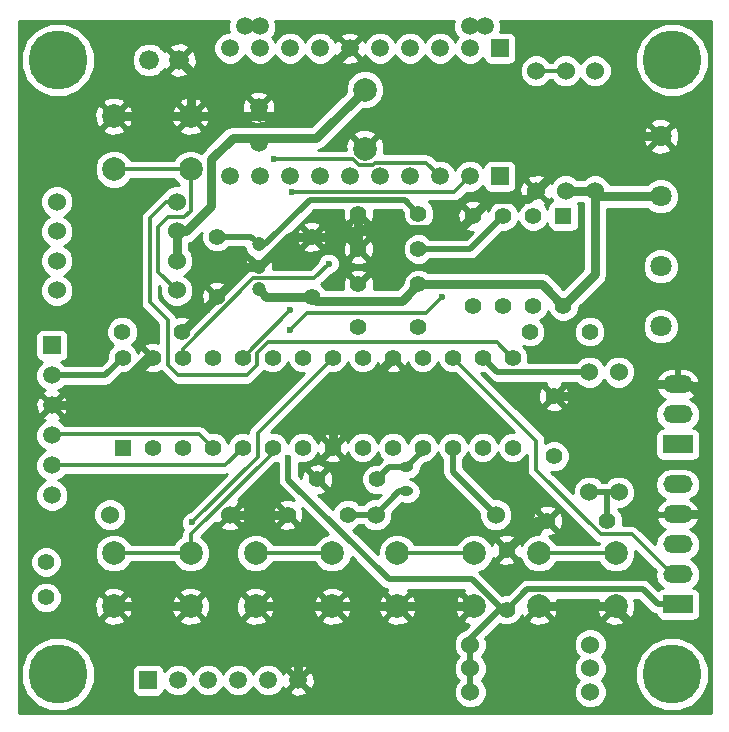
<source format=gtl>
G04 #@! TF.FileFunction,Copper,L1,Top,Signal*
%FSLAX46Y46*%
G04 Gerber Fmt 4.6, Leading zero omitted, Abs format (unit mm)*
G04 Created by KiCad (PCBNEW 4.0.1-stable) date 2017/06/24 18:36:10*
%MOMM*%
G01*
G04 APERTURE LIST*
%ADD10C,0.100000*%
%ADD11C,1.500000*%
%ADD12R,1.500000X1.500000*%
%ADD13C,2.000000*%
%ADD14C,1.800000*%
%ADD15R,1.397000X1.397000*%
%ADD16C,1.397000*%
%ADD17C,1.524000*%
%ADD18C,1.676400*%
%ADD19C,1.200000*%
%ADD20R,2.500000X1.500000*%
%ADD21O,2.500000X1.500000*%
%ADD22C,5.000000*%
%ADD23O,1.200000X0.800000*%
%ADD24C,1.400000*%
%ADD25C,0.600000*%
%ADD26C,0.800000*%
%ADD27C,0.500000*%
%ADD28C,0.300000*%
%ADD29C,0.254000*%
G04 APERTURE END LIST*
D10*
D11*
X128570000Y-88000000D03*
X131110000Y-88000000D03*
X133650000Y-88000000D03*
X136190000Y-88000000D03*
D12*
X151430000Y-88000000D03*
D11*
X148890000Y-88000000D03*
X146350000Y-88000000D03*
X143810000Y-88000000D03*
X141270000Y-88000000D03*
X138730000Y-88000000D03*
D13*
X140000000Y-91500000D03*
X140000000Y-96500000D03*
D14*
X165064000Y-111540000D03*
X165064000Y-106460000D03*
D12*
X151430000Y-98842000D03*
D11*
X148890000Y-98842000D03*
X146350000Y-98842000D03*
X143810000Y-98842000D03*
X141270000Y-98842000D03*
X138730000Y-98842000D03*
X136190000Y-98842000D03*
X133650000Y-98842000D03*
X131110000Y-98842000D03*
X128570000Y-98842000D03*
X148890000Y-86142000D03*
X150160000Y-86142000D03*
X131110000Y-86142000D03*
X129840000Y-86142000D03*
D15*
X119490000Y-121810000D03*
D16*
X122030000Y-121810000D03*
X124570000Y-121810000D03*
X127110000Y-121810000D03*
X129650000Y-121810000D03*
X132190000Y-121810000D03*
X134730000Y-121810000D03*
X137270000Y-121810000D03*
X139810000Y-121810000D03*
X142350000Y-121810000D03*
X144890000Y-121810000D03*
X147430000Y-121810000D03*
X149970000Y-121810000D03*
X152510000Y-121810000D03*
X152510000Y-114190000D03*
X149970000Y-114190000D03*
X147430000Y-114190000D03*
X144890000Y-114190000D03*
X142350000Y-114190000D03*
X139810000Y-114190000D03*
X137270000Y-114190000D03*
X134730000Y-114190000D03*
X132190000Y-114190000D03*
X129650000Y-114190000D03*
X127110000Y-114190000D03*
X124570000Y-114190000D03*
X122030000Y-114190000D03*
X119490000Y-114190000D03*
D17*
X124080000Y-108500000D03*
X113920000Y-108500000D03*
D16*
X152000000Y-135540000D03*
X152000000Y-130460000D03*
D15*
X156810000Y-102190000D03*
D16*
X154270000Y-102190000D03*
X151730000Y-102190000D03*
X149190000Y-102190000D03*
X149190000Y-109810000D03*
X151730000Y-109810000D03*
X154270000Y-109810000D03*
X156810000Y-109810000D03*
D12*
X121650000Y-141500000D03*
D11*
X124190000Y-141500000D03*
X126730000Y-141500000D03*
X129270000Y-141500000D03*
X131810000Y-141500000D03*
X134350000Y-141500000D03*
D12*
X113500000Y-113150000D03*
D11*
X113500000Y-115690000D03*
X113500000Y-118230000D03*
X113500000Y-120770000D03*
X113500000Y-123310000D03*
X113500000Y-125850000D03*
D16*
X156000000Y-117460000D03*
X156000000Y-122540000D03*
D17*
X148920000Y-140500000D03*
X159080000Y-140500000D03*
D16*
X141040000Y-124500000D03*
X135960000Y-124500000D03*
X138540000Y-127500000D03*
X133460000Y-127500000D03*
X119460000Y-112000000D03*
X124540000Y-112000000D03*
X144540000Y-102000000D03*
X139460000Y-102000000D03*
X139460000Y-111600000D03*
X144540000Y-111600000D03*
X160540000Y-128000000D03*
X155460000Y-128000000D03*
X144540000Y-105000000D03*
X139460000Y-105000000D03*
D18*
X121730000Y-89000000D03*
X124270000Y-89000000D03*
D17*
X113920000Y-101000000D03*
X124080000Y-101000000D03*
X157000000Y-100080000D03*
X157000000Y-89920000D03*
X154500000Y-89920000D03*
X154500000Y-100080000D03*
X113920000Y-103500000D03*
X124080000Y-103500000D03*
X159500000Y-100080000D03*
X159500000Y-89920000D03*
X118420000Y-127500000D03*
X128580000Y-127500000D03*
X159000000Y-125580000D03*
X159000000Y-115420000D03*
X151080000Y-127500000D03*
X140920000Y-127500000D03*
X161500000Y-115420000D03*
X161500000Y-125580000D03*
X148920000Y-138500000D03*
X159080000Y-138500000D03*
X148920000Y-142500000D03*
X159080000Y-142500000D03*
D13*
X118750000Y-93750000D03*
X125250000Y-93750000D03*
X125250000Y-98250000D03*
X118750000Y-98250000D03*
D17*
X113920000Y-106000000D03*
X124080000Y-106000000D03*
D19*
X131000000Y-104595000D03*
X131000000Y-106500000D03*
X131000000Y-108405000D03*
D20*
X166500000Y-135080000D03*
D21*
X166500000Y-132540000D03*
X166500000Y-130000000D03*
X166500000Y-127460000D03*
X166500000Y-124920000D03*
D22*
X114000000Y-89000000D03*
X166000000Y-89000000D03*
X114000000Y-141000000D03*
X166000000Y-141000000D03*
D23*
X143500000Y-123484000D03*
X143500000Y-125516000D03*
D24*
X113000000Y-131500000D03*
X113000000Y-134500000D03*
D16*
X135500000Y-103960000D03*
X135500000Y-109040000D03*
X153960000Y-112000000D03*
X159040000Y-112000000D03*
X127500000Y-109040000D03*
X127500000Y-103960000D03*
X144540000Y-108000000D03*
X139460000Y-108000000D03*
D20*
X166500000Y-121540000D03*
D21*
X166500000Y-119000000D03*
X166500000Y-116460000D03*
D13*
X125250000Y-135250000D03*
X118750000Y-135250000D03*
X118750000Y-130750000D03*
X125250000Y-130750000D03*
X137250000Y-135250000D03*
X130750000Y-135250000D03*
X130750000Y-130750000D03*
X137250000Y-130750000D03*
X149250000Y-135250000D03*
X142750000Y-135250000D03*
X142750000Y-130750000D03*
X149250000Y-130750000D03*
X161250000Y-135250000D03*
X154750000Y-135250000D03*
X154750000Y-130750000D03*
X161250000Y-130750000D03*
D14*
X165064000Y-100540000D03*
X165064000Y-95460000D03*
D11*
X131000000Y-96000000D03*
X131000000Y-93000000D03*
D25*
X133500000Y-122700000D03*
X125356000Y-128144000D03*
X146553000Y-109034000D03*
X133660000Y-111899000D03*
X133800000Y-100200000D03*
X132312000Y-97393800D03*
X136940000Y-106232000D03*
X133700000Y-110200000D03*
D26*
X131000000Y-93000000D02*
X131000000Y-93750000D01*
X131000000Y-93750000D02*
X131000000Y-93800000D01*
X131000000Y-93800000D02*
X131000000Y-93750000D01*
X132980000Y-93750000D02*
X138730000Y-88000000D01*
X125250000Y-93750000D02*
X131000000Y-93750000D01*
X131000000Y-93750000D02*
X132980000Y-93750000D01*
X125250000Y-89980000D02*
X124270000Y-89000000D01*
X125250000Y-93750000D02*
X125250000Y-89980000D01*
X118750000Y-93750000D02*
X125250000Y-93750000D01*
X168600000Y-136200000D02*
X168600000Y-127460000D01*
X167800000Y-137000000D02*
X168600000Y-136200000D01*
X162800000Y-137000000D02*
X167800000Y-137000000D01*
X161250000Y-135450000D02*
X162800000Y-137000000D01*
X161250000Y-135250000D02*
X161250000Y-135450000D01*
X168600000Y-127460000D02*
X166500000Y-127460000D01*
X168600000Y-117600000D02*
X168600000Y-127460000D01*
X167460000Y-116460000D02*
X168600000Y-117600000D01*
X166500000Y-116460000D02*
X167460000Y-116460000D01*
X154750000Y-135250000D02*
X161250000Y-135250000D01*
X118750000Y-135250000D02*
X125250000Y-135250000D01*
X142750000Y-135250000D02*
X149250000Y-135250000D01*
X154460000Y-128000000D02*
X152000000Y-130460000D01*
X155460000Y-128000000D02*
X154460000Y-128000000D01*
X127500000Y-109040000D02*
X124540000Y-112000000D01*
X124540000Y-112000000D02*
X124220000Y-112000000D01*
X130040000Y-106500000D02*
X131000000Y-106500000D01*
X127500000Y-109040000D02*
X130040000Y-106500000D01*
X133540000Y-103960000D02*
X135500000Y-103960000D01*
X131000000Y-106500000D02*
X133540000Y-103960000D01*
X137250000Y-135250000D02*
X142750000Y-135250000D01*
X134350000Y-135250000D02*
X134350000Y-141500000D01*
X117536000Y-118230000D02*
X113500000Y-118230000D01*
X121576000Y-114190000D02*
X117536000Y-118230000D01*
X122030000Y-114190000D02*
X121576000Y-114190000D01*
X159120000Y-95460000D02*
X165064000Y-95460000D01*
X154500000Y-100080000D02*
X159120000Y-95460000D01*
X133460000Y-127500000D02*
X128580000Y-127500000D01*
X139460000Y-103960000D02*
X135500000Y-103960000D01*
X139460000Y-103960000D02*
X139460000Y-105000000D01*
X150631000Y-100749000D02*
X149190000Y-102190000D01*
X153831000Y-100749000D02*
X150631000Y-100749000D01*
X154500000Y-100080000D02*
X153831000Y-100749000D01*
X148050000Y-103330000D02*
X139460000Y-103330000D01*
X149190000Y-102190000D02*
X148050000Y-103330000D01*
X137270000Y-119270000D02*
X137270000Y-121810000D01*
X142350000Y-114190000D02*
X137270000Y-119270000D01*
X164650000Y-116460000D02*
X166500000Y-116460000D01*
X163650000Y-117460000D02*
X164650000Y-116460000D01*
X156000000Y-117460000D02*
X163650000Y-117460000D01*
X139460000Y-102000000D02*
X139460000Y-103330000D01*
X139460000Y-103330000D02*
X139460000Y-103960000D01*
X130750000Y-135250000D02*
X134350000Y-135250000D01*
X134350000Y-135250000D02*
X137250000Y-135250000D01*
D27*
X149057000Y-132973000D02*
X151502000Y-135418000D01*
X142022000Y-132973000D02*
X149057000Y-132973000D01*
X133500000Y-124540000D02*
X142022000Y-132973000D01*
X133500000Y-122700000D02*
X133500000Y-124540000D01*
X151878000Y-135418000D02*
X151502000Y-135418000D01*
X152000000Y-135540000D02*
X151878000Y-135418000D01*
X153745000Y-133795000D02*
X152000000Y-135540000D01*
X163514000Y-133795000D02*
X153745000Y-133795000D01*
X164800000Y-135080000D02*
X163514000Y-133795000D01*
X166500000Y-135080000D02*
X164800000Y-135080000D01*
X148920000Y-138000000D02*
X148920000Y-138500000D01*
X151502000Y-135418000D02*
X148920000Y-138000000D01*
X148920000Y-138500000D02*
X148920000Y-140500000D01*
X148920000Y-140500000D02*
X148920000Y-142500000D01*
D28*
X125250000Y-98250000D02*
X125250000Y-101750000D01*
X125250000Y-101750000D02*
X124700000Y-102300000D01*
X124700000Y-102300000D02*
X123300000Y-102300000D01*
X123300000Y-102300000D02*
X122500000Y-103100000D01*
X122500000Y-103100000D02*
X122500000Y-106920000D01*
X122500000Y-106920000D02*
X124080000Y-108500000D01*
X118750000Y-98250000D02*
X125250000Y-98250000D01*
X126001000Y-120701000D02*
X127110000Y-121810000D01*
X113569000Y-120701000D02*
X126001000Y-120701000D01*
X113500000Y-120770000D02*
X113569000Y-120701000D01*
X128150000Y-123310000D02*
X129650000Y-121810000D01*
X113500000Y-123310000D02*
X128150000Y-123310000D01*
X130920000Y-120540000D02*
X137270000Y-114190000D01*
X130920000Y-122580000D02*
X130920000Y-120540000D01*
X125356000Y-128144000D02*
X130920000Y-122580000D01*
X166500000Y-132540000D02*
X166000000Y-132540000D01*
X165500000Y-132540000D02*
X165500000Y-132840000D01*
X166000000Y-132540000D02*
X165500000Y-132540000D01*
X154489000Y-121249000D02*
X147430000Y-114190000D01*
X154489000Y-123674000D02*
X154489000Y-121249000D01*
X159966000Y-129151000D02*
X154489000Y-123674000D01*
X162611000Y-129151000D02*
X159966000Y-129151000D01*
X166000000Y-132540000D02*
X162611000Y-129151000D01*
D26*
X131000000Y-96000000D02*
X131000000Y-95600000D01*
X131000000Y-95600000D02*
X128800000Y-95600000D01*
X124080000Y-103500000D02*
X124080000Y-106000000D01*
X135900000Y-95600000D02*
X140000000Y-91500000D01*
X128800000Y-95600000D02*
X135900000Y-95600000D01*
X127000000Y-97400000D02*
X128800000Y-95600000D01*
X127000000Y-101350000D02*
X127000000Y-97400000D01*
X124850000Y-103500000D02*
X127000000Y-101350000D01*
X124080000Y-103500000D02*
X124850000Y-103500000D01*
X159500000Y-107120000D02*
X156810000Y-109810000D01*
X159500000Y-100080000D02*
X159500000Y-107120000D01*
X159960000Y-100540000D02*
X159500000Y-100080000D01*
X165064000Y-100540000D02*
X159960000Y-100540000D01*
X159500000Y-100080000D02*
X157000000Y-100080000D01*
X131635000Y-109040000D02*
X131000000Y-108405000D01*
X135500000Y-109040000D02*
X131635000Y-109040000D01*
X155000000Y-108000000D02*
X144540000Y-108000000D01*
X156810000Y-109810000D02*
X155000000Y-108000000D01*
X135841000Y-109381000D02*
X135500000Y-109040000D01*
X143159000Y-109381000D02*
X135841000Y-109381000D01*
X144540000Y-108000000D02*
X143159000Y-109381000D01*
D27*
X117990000Y-115690000D02*
X119490000Y-114190000D01*
X113500000Y-115690000D02*
X117990000Y-115690000D01*
X130365000Y-103960000D02*
X127500000Y-103960000D01*
X131000000Y-104595000D02*
X130365000Y-103960000D01*
X143391000Y-100851000D02*
X144540000Y-102000000D01*
X135334000Y-100851000D02*
X143391000Y-100851000D01*
X131589000Y-104595000D02*
X135334000Y-100851000D01*
X131000000Y-104595000D02*
X131589000Y-104595000D01*
X144890000Y-122094000D02*
X143500000Y-123484000D01*
X144890000Y-121810000D02*
X144890000Y-122094000D01*
X142056000Y-123484000D02*
X141040000Y-124500000D01*
X143500000Y-123484000D02*
X142056000Y-123484000D01*
X142904000Y-125516000D02*
X140920000Y-127500000D01*
X143500000Y-125516000D02*
X142904000Y-125516000D01*
X140920000Y-127500000D02*
X138540000Y-127500000D01*
X148920000Y-105000000D02*
X144540000Y-105000000D01*
X151730000Y-102190000D02*
X148920000Y-105000000D01*
X147430000Y-123850000D02*
X151080000Y-127500000D01*
X147430000Y-121810000D02*
X147430000Y-123850000D01*
X160540000Y-128000000D02*
X160540000Y-125580000D01*
X161500000Y-125580000D02*
X160540000Y-125580000D01*
X160540000Y-125580000D02*
X159000000Y-125580000D01*
D28*
X152490000Y-114190000D02*
X151200000Y-112900000D01*
X123200000Y-101000000D02*
X124080000Y-101000000D01*
X121800000Y-102400000D02*
X123200000Y-101000000D01*
X121800000Y-109500000D02*
X121800000Y-102400000D01*
X123300000Y-111000000D02*
X121800000Y-109500000D01*
X123300000Y-114800000D02*
X123300000Y-111000000D01*
X124200000Y-115700000D02*
X123300000Y-114800000D01*
X130000000Y-115700000D02*
X124200000Y-115700000D01*
X130900000Y-114800000D02*
X130000000Y-115700000D01*
X130900000Y-113800000D02*
X130900000Y-114800000D01*
X131800000Y-112900000D02*
X130900000Y-113800000D01*
X132400000Y-112900000D02*
X131800000Y-112900000D01*
X151200000Y-112900000D02*
X132400000Y-112900000D01*
X152510000Y-114190000D02*
X152490000Y-114190000D01*
X157000000Y-89920000D02*
X154500000Y-89920000D01*
X137250000Y-130750000D02*
X130750000Y-130750000D01*
X135115000Y-110443000D02*
X133660000Y-111899000D01*
X145143000Y-110443000D02*
X135115000Y-110443000D01*
X146553000Y-109034000D02*
X145143000Y-110443000D01*
D27*
X151200000Y-115420000D02*
X149970000Y-114190000D01*
X159000000Y-115420000D02*
X151200000Y-115420000D01*
D28*
X147542000Y-100190000D02*
X133800000Y-100200000D01*
X148890000Y-98842000D02*
X147542000Y-100190000D01*
X138984000Y-97393800D02*
X132312000Y-97393800D01*
X139484000Y-97893900D02*
X138984000Y-97393800D01*
X140662000Y-97893900D02*
X139484000Y-97893900D01*
X140858000Y-97698100D02*
X140662000Y-97893900D01*
X145206000Y-97698100D02*
X140858000Y-97698100D01*
X146350000Y-98842000D02*
X145206000Y-97698100D01*
X124570000Y-113454000D02*
X124570000Y-114190000D01*
X130571000Y-107452000D02*
X124570000Y-113454000D01*
X135720000Y-107452000D02*
X130571000Y-107452000D01*
X136940000Y-106232000D02*
X135720000Y-107452000D01*
X133647000Y-110193000D02*
X129650000Y-114190000D01*
X133700000Y-110200000D02*
X133647000Y-110193000D01*
X132190000Y-122230000D02*
X132190000Y-121810000D01*
X125250000Y-129170000D02*
X132190000Y-122230000D01*
X125250000Y-130750000D02*
X125250000Y-129170000D01*
X125250000Y-130750000D02*
X118750000Y-130750000D01*
X149250000Y-130750000D02*
X142750000Y-130750000D01*
X161250000Y-130750000D02*
X154750000Y-130750000D01*
D29*
G36*
X128455241Y-85865298D02*
X128454760Y-86416285D01*
X128536855Y-86614971D01*
X128295715Y-86614760D01*
X127786485Y-86825169D01*
X127396539Y-87214436D01*
X127185241Y-87723298D01*
X127184760Y-88274285D01*
X127395169Y-88783515D01*
X127784436Y-89173461D01*
X128293298Y-89384759D01*
X128844285Y-89385240D01*
X129353515Y-89174831D01*
X129743461Y-88785564D01*
X129839976Y-88553130D01*
X129935169Y-88783515D01*
X130324436Y-89173461D01*
X130833298Y-89384759D01*
X131384285Y-89385240D01*
X131893515Y-89174831D01*
X132283461Y-88785564D01*
X132379976Y-88553130D01*
X132475169Y-88783515D01*
X132864436Y-89173461D01*
X133373298Y-89384759D01*
X133924285Y-89385240D01*
X134433515Y-89174831D01*
X134823461Y-88785564D01*
X134919976Y-88553130D01*
X135015169Y-88783515D01*
X135404436Y-89173461D01*
X135913298Y-89384759D01*
X136464285Y-89385240D01*
X136973515Y-89174831D01*
X137177183Y-88971517D01*
X137938088Y-88971517D01*
X138006077Y-89212460D01*
X138525171Y-89397201D01*
X139075448Y-89369230D01*
X139453923Y-89212460D01*
X139521912Y-88971517D01*
X138730000Y-88179605D01*
X137938088Y-88971517D01*
X137177183Y-88971517D01*
X137363461Y-88785564D01*
X137453377Y-88569021D01*
X137517540Y-88723923D01*
X137758483Y-88791912D01*
X138550395Y-88000000D01*
X137758483Y-87208088D01*
X137517540Y-87276077D01*
X137458268Y-87442621D01*
X137364831Y-87216485D01*
X137177157Y-87028483D01*
X137938088Y-87028483D01*
X138730000Y-87820395D01*
X139521912Y-87028483D01*
X139453923Y-86787540D01*
X138934829Y-86602799D01*
X138384552Y-86630770D01*
X138006077Y-86787540D01*
X137938088Y-87028483D01*
X137177157Y-87028483D01*
X136975564Y-86826539D01*
X136466702Y-86615241D01*
X135915715Y-86614760D01*
X135406485Y-86825169D01*
X135016539Y-87214436D01*
X134920024Y-87446870D01*
X134824831Y-87216485D01*
X134435564Y-86826539D01*
X133926702Y-86615241D01*
X133375715Y-86614760D01*
X132866485Y-86825169D01*
X132476539Y-87214436D01*
X132380024Y-87446870D01*
X132284831Y-87216485D01*
X132139687Y-87071088D01*
X132283461Y-86927564D01*
X132494759Y-86418702D01*
X132495240Y-85867715D01*
X132430074Y-85710000D01*
X147569726Y-85710000D01*
X147505241Y-85865298D01*
X147504760Y-86416285D01*
X147715169Y-86925515D01*
X147860313Y-87070912D01*
X147716539Y-87214436D01*
X147620024Y-87446870D01*
X147524831Y-87216485D01*
X147135564Y-86826539D01*
X146626702Y-86615241D01*
X146075715Y-86614760D01*
X145566485Y-86825169D01*
X145176539Y-87214436D01*
X145080024Y-87446870D01*
X144984831Y-87216485D01*
X144595564Y-86826539D01*
X144086702Y-86615241D01*
X143535715Y-86614760D01*
X143026485Y-86825169D01*
X142636539Y-87214436D01*
X142540024Y-87446870D01*
X142444831Y-87216485D01*
X142055564Y-86826539D01*
X141546702Y-86615241D01*
X140995715Y-86614760D01*
X140486485Y-86825169D01*
X140096539Y-87214436D01*
X140006623Y-87430979D01*
X139942460Y-87276077D01*
X139701517Y-87208088D01*
X138909605Y-88000000D01*
X139701517Y-88791912D01*
X139942460Y-88723923D01*
X140001732Y-88557379D01*
X140095169Y-88783515D01*
X140484436Y-89173461D01*
X140993298Y-89384759D01*
X141544285Y-89385240D01*
X142053515Y-89174831D01*
X142443461Y-88785564D01*
X142539976Y-88553130D01*
X142635169Y-88783515D01*
X143024436Y-89173461D01*
X143533298Y-89384759D01*
X144084285Y-89385240D01*
X144593515Y-89174831D01*
X144983461Y-88785564D01*
X145079976Y-88553130D01*
X145175169Y-88783515D01*
X145564436Y-89173461D01*
X146073298Y-89384759D01*
X146624285Y-89385240D01*
X147133515Y-89174831D01*
X147523461Y-88785564D01*
X147619976Y-88553130D01*
X147715169Y-88783515D01*
X148104436Y-89173461D01*
X148613298Y-89384759D01*
X149164285Y-89385240D01*
X149673515Y-89174831D01*
X150043080Y-88805909D01*
X150076838Y-88985317D01*
X150215910Y-89201441D01*
X150428110Y-89346431D01*
X150680000Y-89397440D01*
X152180000Y-89397440D01*
X152415317Y-89353162D01*
X152631441Y-89214090D01*
X152776431Y-89001890D01*
X152827440Y-88750000D01*
X152827440Y-87250000D01*
X152783162Y-87014683D01*
X152644090Y-86798559D01*
X152431890Y-86653569D01*
X152180000Y-86602560D01*
X151468414Y-86602560D01*
X151544759Y-86418702D01*
X151545240Y-85867715D01*
X151480074Y-85710000D01*
X169290000Y-85710000D01*
X169290000Y-144290000D01*
X110710000Y-144290000D01*
X110710000Y-141620854D01*
X110864457Y-141620854D01*
X111340727Y-142773515D01*
X112221847Y-143656174D01*
X113373674Y-144134454D01*
X114620854Y-144135543D01*
X115773515Y-143659273D01*
X116656174Y-142778153D01*
X117134454Y-141626326D01*
X117135219Y-140750000D01*
X120252560Y-140750000D01*
X120252560Y-142250000D01*
X120296838Y-142485317D01*
X120435910Y-142701441D01*
X120648110Y-142846431D01*
X120900000Y-142897440D01*
X122400000Y-142897440D01*
X122635317Y-142853162D01*
X122851441Y-142714090D01*
X122996431Y-142501890D01*
X123036355Y-142304738D01*
X123404436Y-142673461D01*
X123913298Y-142884759D01*
X124464285Y-142885240D01*
X124973515Y-142674831D01*
X125363461Y-142285564D01*
X125459976Y-142053130D01*
X125555169Y-142283515D01*
X125944436Y-142673461D01*
X126453298Y-142884759D01*
X127004285Y-142885240D01*
X127513515Y-142674831D01*
X127903461Y-142285564D01*
X127999976Y-142053130D01*
X128095169Y-142283515D01*
X128484436Y-142673461D01*
X128993298Y-142884759D01*
X129544285Y-142885240D01*
X130053515Y-142674831D01*
X130443461Y-142285564D01*
X130539976Y-142053130D01*
X130635169Y-142283515D01*
X131024436Y-142673461D01*
X131533298Y-142884759D01*
X132084285Y-142885240D01*
X132593515Y-142674831D01*
X132797183Y-142471517D01*
X133558088Y-142471517D01*
X133626077Y-142712460D01*
X134145171Y-142897201D01*
X134695448Y-142869230D01*
X135073923Y-142712460D01*
X135141912Y-142471517D01*
X134350000Y-141679605D01*
X133558088Y-142471517D01*
X132797183Y-142471517D01*
X132983461Y-142285564D01*
X133073377Y-142069021D01*
X133137540Y-142223923D01*
X133378483Y-142291912D01*
X134170395Y-141500000D01*
X134529605Y-141500000D01*
X135321517Y-142291912D01*
X135562460Y-142223923D01*
X135747201Y-141704829D01*
X135719230Y-141154552D01*
X135562460Y-140776077D01*
X135321517Y-140708088D01*
X134529605Y-141500000D01*
X134170395Y-141500000D01*
X133378483Y-140708088D01*
X133137540Y-140776077D01*
X133078268Y-140942621D01*
X132984831Y-140716485D01*
X132797157Y-140528483D01*
X133558088Y-140528483D01*
X134350000Y-141320395D01*
X135141912Y-140528483D01*
X135073923Y-140287540D01*
X134554829Y-140102799D01*
X134004552Y-140130770D01*
X133626077Y-140287540D01*
X133558088Y-140528483D01*
X132797157Y-140528483D01*
X132595564Y-140326539D01*
X132086702Y-140115241D01*
X131535715Y-140114760D01*
X131026485Y-140325169D01*
X130636539Y-140714436D01*
X130540024Y-140946870D01*
X130444831Y-140716485D01*
X130055564Y-140326539D01*
X129546702Y-140115241D01*
X128995715Y-140114760D01*
X128486485Y-140325169D01*
X128096539Y-140714436D01*
X128000024Y-140946870D01*
X127904831Y-140716485D01*
X127515564Y-140326539D01*
X127006702Y-140115241D01*
X126455715Y-140114760D01*
X125946485Y-140325169D01*
X125556539Y-140714436D01*
X125460024Y-140946870D01*
X125364831Y-140716485D01*
X124975564Y-140326539D01*
X124466702Y-140115241D01*
X123915715Y-140114760D01*
X123406485Y-140325169D01*
X123036920Y-140694091D01*
X123003162Y-140514683D01*
X122864090Y-140298559D01*
X122651890Y-140153569D01*
X122400000Y-140102560D01*
X120900000Y-140102560D01*
X120664683Y-140146838D01*
X120448559Y-140285910D01*
X120303569Y-140498110D01*
X120252560Y-140750000D01*
X117135219Y-140750000D01*
X117135543Y-140379146D01*
X116659273Y-139226485D01*
X115778153Y-138343826D01*
X114626326Y-137865546D01*
X113379146Y-137864457D01*
X112226485Y-138340727D01*
X111343826Y-139221847D01*
X110865546Y-140373674D01*
X110864457Y-141620854D01*
X110710000Y-141620854D01*
X110710000Y-136402532D01*
X117777073Y-136402532D01*
X117875736Y-136669387D01*
X118485461Y-136895908D01*
X119135460Y-136871856D01*
X119624264Y-136669387D01*
X119722927Y-136402532D01*
X124277073Y-136402532D01*
X124375736Y-136669387D01*
X124985461Y-136895908D01*
X125635460Y-136871856D01*
X126124264Y-136669387D01*
X126222927Y-136402532D01*
X129777073Y-136402532D01*
X129875736Y-136669387D01*
X130485461Y-136895908D01*
X131135460Y-136871856D01*
X131624264Y-136669387D01*
X131722927Y-136402532D01*
X136277073Y-136402532D01*
X136375736Y-136669387D01*
X136985461Y-136895908D01*
X137635460Y-136871856D01*
X138124264Y-136669387D01*
X138222927Y-136402532D01*
X141777073Y-136402532D01*
X141875736Y-136669387D01*
X142485461Y-136895908D01*
X143135460Y-136871856D01*
X143624264Y-136669387D01*
X143722927Y-136402532D01*
X142750000Y-135429605D01*
X141777073Y-136402532D01*
X138222927Y-136402532D01*
X137250000Y-135429605D01*
X136277073Y-136402532D01*
X131722927Y-136402532D01*
X130750000Y-135429605D01*
X129777073Y-136402532D01*
X126222927Y-136402532D01*
X125250000Y-135429605D01*
X124277073Y-136402532D01*
X119722927Y-136402532D01*
X118750000Y-135429605D01*
X117777073Y-136402532D01*
X110710000Y-136402532D01*
X110710000Y-134764383D01*
X111664769Y-134764383D01*
X111867582Y-135255229D01*
X112242796Y-135631098D01*
X112733287Y-135834768D01*
X113264383Y-135835231D01*
X113755229Y-135632418D01*
X114131098Y-135257204D01*
X114243935Y-134985461D01*
X117104092Y-134985461D01*
X117128144Y-135635460D01*
X117330613Y-136124264D01*
X117597468Y-136222927D01*
X118570395Y-135250000D01*
X118929605Y-135250000D01*
X119902532Y-136222927D01*
X120169387Y-136124264D01*
X120395908Y-135514539D01*
X120376331Y-134985461D01*
X123604092Y-134985461D01*
X123628144Y-135635460D01*
X123830613Y-136124264D01*
X124097468Y-136222927D01*
X125070395Y-135250000D01*
X125429605Y-135250000D01*
X126402532Y-136222927D01*
X126669387Y-136124264D01*
X126895908Y-135514539D01*
X126876331Y-134985461D01*
X129104092Y-134985461D01*
X129128144Y-135635460D01*
X129330613Y-136124264D01*
X129597468Y-136222927D01*
X130570395Y-135250000D01*
X130929605Y-135250000D01*
X131902532Y-136222927D01*
X132169387Y-136124264D01*
X132395908Y-135514539D01*
X132376331Y-134985461D01*
X135604092Y-134985461D01*
X135628144Y-135635460D01*
X135830613Y-136124264D01*
X136097468Y-136222927D01*
X137070395Y-135250000D01*
X137429605Y-135250000D01*
X138402532Y-136222927D01*
X138669387Y-136124264D01*
X138895908Y-135514539D01*
X138876331Y-134985461D01*
X141104092Y-134985461D01*
X141128144Y-135635460D01*
X141330613Y-136124264D01*
X141597468Y-136222927D01*
X142570395Y-135250000D01*
X142929605Y-135250000D01*
X143902532Y-136222927D01*
X144169387Y-136124264D01*
X144395908Y-135514539D01*
X144376331Y-134985461D01*
X147604092Y-134985461D01*
X147628144Y-135635460D01*
X147830613Y-136124264D01*
X148097468Y-136222927D01*
X149070395Y-135250000D01*
X148097468Y-134277073D01*
X147830613Y-134375736D01*
X147604092Y-134985461D01*
X144376331Y-134985461D01*
X144371856Y-134864540D01*
X144169387Y-134375736D01*
X143902532Y-134277073D01*
X142929605Y-135250000D01*
X142570395Y-135250000D01*
X141597468Y-134277073D01*
X141330613Y-134375736D01*
X141104092Y-134985461D01*
X138876331Y-134985461D01*
X138871856Y-134864540D01*
X138669387Y-134375736D01*
X138402532Y-134277073D01*
X137429605Y-135250000D01*
X137070395Y-135250000D01*
X136097468Y-134277073D01*
X135830613Y-134375736D01*
X135604092Y-134985461D01*
X132376331Y-134985461D01*
X132371856Y-134864540D01*
X132169387Y-134375736D01*
X131902532Y-134277073D01*
X130929605Y-135250000D01*
X130570395Y-135250000D01*
X129597468Y-134277073D01*
X129330613Y-134375736D01*
X129104092Y-134985461D01*
X126876331Y-134985461D01*
X126871856Y-134864540D01*
X126669387Y-134375736D01*
X126402532Y-134277073D01*
X125429605Y-135250000D01*
X125070395Y-135250000D01*
X124097468Y-134277073D01*
X123830613Y-134375736D01*
X123604092Y-134985461D01*
X120376331Y-134985461D01*
X120371856Y-134864540D01*
X120169387Y-134375736D01*
X119902532Y-134277073D01*
X118929605Y-135250000D01*
X118570395Y-135250000D01*
X117597468Y-134277073D01*
X117330613Y-134375736D01*
X117104092Y-134985461D01*
X114243935Y-134985461D01*
X114334768Y-134766713D01*
X114335231Y-134235617D01*
X114278150Y-134097468D01*
X117777073Y-134097468D01*
X118750000Y-135070395D01*
X119722927Y-134097468D01*
X124277073Y-134097468D01*
X125250000Y-135070395D01*
X126222927Y-134097468D01*
X129777073Y-134097468D01*
X130750000Y-135070395D01*
X131722927Y-134097468D01*
X136277073Y-134097468D01*
X137250000Y-135070395D01*
X138222927Y-134097468D01*
X138124264Y-133830613D01*
X137514539Y-133604092D01*
X136864540Y-133628144D01*
X136375736Y-133830613D01*
X136277073Y-134097468D01*
X131722927Y-134097468D01*
X131624264Y-133830613D01*
X131014539Y-133604092D01*
X130364540Y-133628144D01*
X129875736Y-133830613D01*
X129777073Y-134097468D01*
X126222927Y-134097468D01*
X126124264Y-133830613D01*
X125514539Y-133604092D01*
X124864540Y-133628144D01*
X124375736Y-133830613D01*
X124277073Y-134097468D01*
X119722927Y-134097468D01*
X119624264Y-133830613D01*
X119014539Y-133604092D01*
X118364540Y-133628144D01*
X117875736Y-133830613D01*
X117777073Y-134097468D01*
X114278150Y-134097468D01*
X114132418Y-133744771D01*
X113757204Y-133368902D01*
X113266713Y-133165232D01*
X112735617Y-133164769D01*
X112244771Y-133367582D01*
X111868902Y-133742796D01*
X111665232Y-134233287D01*
X111664769Y-134764383D01*
X110710000Y-134764383D01*
X110710000Y-131764383D01*
X111664769Y-131764383D01*
X111867582Y-132255229D01*
X112242796Y-132631098D01*
X112733287Y-132834768D01*
X113264383Y-132835231D01*
X113755229Y-132632418D01*
X114131098Y-132257204D01*
X114334768Y-131766713D01*
X114335231Y-131235617D01*
X114132418Y-130744771D01*
X113757204Y-130368902D01*
X113266713Y-130165232D01*
X112735617Y-130164769D01*
X112244771Y-130367582D01*
X111868902Y-130742796D01*
X111665232Y-131233287D01*
X111664769Y-131764383D01*
X110710000Y-131764383D01*
X110710000Y-127776661D01*
X117022758Y-127776661D01*
X117234990Y-128290303D01*
X117627630Y-128683629D01*
X118140900Y-128896757D01*
X118696661Y-128897242D01*
X119210303Y-128685010D01*
X119603629Y-128292370D01*
X119816757Y-127779100D01*
X119817242Y-127223339D01*
X119605010Y-126709697D01*
X119212370Y-126316371D01*
X118699100Y-126103243D01*
X118143339Y-126102758D01*
X117629697Y-126314990D01*
X117236371Y-126707630D01*
X117023243Y-127220900D01*
X117022758Y-127776661D01*
X110710000Y-127776661D01*
X110710000Y-121044285D01*
X112114760Y-121044285D01*
X112325169Y-121553515D01*
X112714436Y-121943461D01*
X112946870Y-122039976D01*
X112716485Y-122135169D01*
X112326539Y-122524436D01*
X112115241Y-123033298D01*
X112114760Y-123584285D01*
X112325169Y-124093515D01*
X112714436Y-124483461D01*
X112946870Y-124579976D01*
X112716485Y-124675169D01*
X112326539Y-125064436D01*
X112115241Y-125573298D01*
X112114760Y-126124285D01*
X112325169Y-126633515D01*
X112714436Y-127023461D01*
X113223298Y-127234759D01*
X113774285Y-127235240D01*
X114283515Y-127024831D01*
X114673461Y-126635564D01*
X114884759Y-126126702D01*
X114885240Y-125575715D01*
X114674831Y-125066485D01*
X114285564Y-124676539D01*
X114053130Y-124580024D01*
X114283515Y-124484831D01*
X114673461Y-124095564D01*
X114673695Y-124095000D01*
X128150000Y-124095000D01*
X128330807Y-124059035D01*
X125180995Y-127208847D01*
X125170833Y-127208838D01*
X124827057Y-127350883D01*
X124563808Y-127613673D01*
X124421162Y-127957201D01*
X124420838Y-128329167D01*
X124562883Y-128672943D01*
X124618755Y-128728912D01*
X124524755Y-128869593D01*
X124519352Y-128896757D01*
X124465000Y-129170000D01*
X124465000Y-129305283D01*
X124325057Y-129363106D01*
X123864722Y-129822637D01*
X123805608Y-129965000D01*
X120194717Y-129965000D01*
X120136894Y-129825057D01*
X119677363Y-129364722D01*
X119076648Y-129115284D01*
X118426205Y-129114716D01*
X117825057Y-129363106D01*
X117364722Y-129822637D01*
X117115284Y-130423352D01*
X117114716Y-131073795D01*
X117363106Y-131674943D01*
X117822637Y-132135278D01*
X118423352Y-132384716D01*
X119073795Y-132385284D01*
X119674943Y-132136894D01*
X120135278Y-131677363D01*
X120194392Y-131535000D01*
X123805283Y-131535000D01*
X123863106Y-131674943D01*
X124322637Y-132135278D01*
X124923352Y-132384716D01*
X125573795Y-132385284D01*
X126174943Y-132136894D01*
X126635278Y-131677363D01*
X126884716Y-131076648D01*
X126885284Y-130426205D01*
X126636894Y-129825057D01*
X126177363Y-129364722D01*
X126168935Y-129361223D01*
X127049945Y-128480213D01*
X127779392Y-128480213D01*
X127848857Y-128722397D01*
X128372302Y-128909144D01*
X128927368Y-128881362D01*
X129311143Y-128722397D01*
X129380608Y-128480213D01*
X129334583Y-128434188D01*
X132705417Y-128434188D01*
X132767071Y-128669800D01*
X133267480Y-128845927D01*
X133797199Y-128817148D01*
X134152929Y-128669800D01*
X134214583Y-128434188D01*
X133460000Y-127679605D01*
X132705417Y-128434188D01*
X129334583Y-128434188D01*
X128580000Y-127679605D01*
X127779392Y-128480213D01*
X127049945Y-128480213D01*
X127340443Y-128189715D01*
X127357603Y-128231143D01*
X127599787Y-128300608D01*
X128400395Y-127500000D01*
X128759605Y-127500000D01*
X129560213Y-128300608D01*
X129802397Y-128231143D01*
X129989144Y-127707698D01*
X129969113Y-127307480D01*
X132114073Y-127307480D01*
X132142852Y-127837199D01*
X132290200Y-128192929D01*
X132525812Y-128254583D01*
X133280395Y-127500000D01*
X132525812Y-126745417D01*
X132290200Y-126807071D01*
X132114073Y-127307480D01*
X129969113Y-127307480D01*
X129961362Y-127152632D01*
X129802397Y-126768857D01*
X129560213Y-126699392D01*
X128759605Y-127500000D01*
X128400395Y-127500000D01*
X128386253Y-127485858D01*
X128565858Y-127306253D01*
X128580000Y-127320395D01*
X129380608Y-126519787D01*
X129311143Y-126277603D01*
X129267961Y-126262197D01*
X132386486Y-123143672D01*
X132454086Y-123143731D01*
X132615000Y-123077243D01*
X132615000Y-124540000D01*
X132615461Y-124542318D01*
X132615011Y-124544645D01*
X132649148Y-124711672D01*
X132682367Y-124878675D01*
X132683682Y-124880643D01*
X132684156Y-124882962D01*
X132779518Y-125024072D01*
X132874210Y-125165790D01*
X132876179Y-125167106D01*
X132877504Y-125169066D01*
X133994566Y-126274461D01*
X133652520Y-126154073D01*
X133122801Y-126182852D01*
X132767071Y-126330200D01*
X132705417Y-126565812D01*
X133460000Y-127320395D01*
X133474143Y-127306253D01*
X133653748Y-127485858D01*
X133639605Y-127500000D01*
X134394188Y-128254583D01*
X134629800Y-128192929D01*
X134805927Y-127692520D01*
X134777148Y-127162801D01*
X134697178Y-126969736D01*
X136882884Y-129132616D01*
X136325057Y-129363106D01*
X135864722Y-129822637D01*
X135805608Y-129965000D01*
X132194717Y-129965000D01*
X132136894Y-129825057D01*
X131677363Y-129364722D01*
X131076648Y-129115284D01*
X130426205Y-129114716D01*
X129825057Y-129363106D01*
X129364722Y-129822637D01*
X129115284Y-130423352D01*
X129114716Y-131073795D01*
X129363106Y-131674943D01*
X129822637Y-132135278D01*
X130423352Y-132384716D01*
X131073795Y-132385284D01*
X131674943Y-132136894D01*
X132135278Y-131677363D01*
X132194392Y-131535000D01*
X135805283Y-131535000D01*
X135863106Y-131674943D01*
X136322637Y-132135278D01*
X136923352Y-132384716D01*
X137573795Y-132385284D01*
X138174943Y-132136894D01*
X138635278Y-131677363D01*
X138873858Y-131102797D01*
X141399504Y-133602066D01*
X141541638Y-133695962D01*
X141683325Y-133790633D01*
X141685646Y-133791095D01*
X141687622Y-133792400D01*
X141855034Y-133824788D01*
X141878520Y-133829460D01*
X141875736Y-133830613D01*
X141777073Y-134097468D01*
X142750000Y-135070395D01*
X143722927Y-134097468D01*
X143634390Y-133858000D01*
X148365610Y-133858000D01*
X148277073Y-134097468D01*
X149250000Y-135070395D01*
X149264143Y-135056253D01*
X149443748Y-135235858D01*
X149429605Y-135250000D01*
X149443748Y-135264143D01*
X149264143Y-135443748D01*
X149250000Y-135429605D01*
X148277073Y-136402532D01*
X148375736Y-136669387D01*
X148830195Y-136838225D01*
X148510967Y-137157453D01*
X148129697Y-137314990D01*
X147736371Y-137707630D01*
X147523243Y-138220900D01*
X147522758Y-138776661D01*
X147734990Y-139290303D01*
X147944342Y-139500021D01*
X147736371Y-139707630D01*
X147523243Y-140220900D01*
X147522758Y-140776661D01*
X147734990Y-141290303D01*
X147944342Y-141500021D01*
X147736371Y-141707630D01*
X147523243Y-142220900D01*
X147522758Y-142776661D01*
X147734990Y-143290303D01*
X148127630Y-143683629D01*
X148640900Y-143896757D01*
X149196661Y-143897242D01*
X149710303Y-143685010D01*
X150103629Y-143292370D01*
X150316757Y-142779100D01*
X150317242Y-142223339D01*
X150105010Y-141709697D01*
X149895658Y-141499979D01*
X150103629Y-141292370D01*
X150316757Y-140779100D01*
X150317242Y-140223339D01*
X150105010Y-139709697D01*
X149895658Y-139499979D01*
X150103629Y-139292370D01*
X150316757Y-138779100D01*
X150316759Y-138776661D01*
X157682758Y-138776661D01*
X157894990Y-139290303D01*
X158104342Y-139500021D01*
X157896371Y-139707630D01*
X157683243Y-140220900D01*
X157682758Y-140776661D01*
X157894990Y-141290303D01*
X158104342Y-141500021D01*
X157896371Y-141707630D01*
X157683243Y-142220900D01*
X157682758Y-142776661D01*
X157894990Y-143290303D01*
X158287630Y-143683629D01*
X158800900Y-143896757D01*
X159356661Y-143897242D01*
X159870303Y-143685010D01*
X160263629Y-143292370D01*
X160476757Y-142779100D01*
X160477242Y-142223339D01*
X160265010Y-141709697D01*
X160176323Y-141620854D01*
X162864457Y-141620854D01*
X163340727Y-142773515D01*
X164221847Y-143656174D01*
X165373674Y-144134454D01*
X166620854Y-144135543D01*
X167773515Y-143659273D01*
X168656174Y-142778153D01*
X169134454Y-141626326D01*
X169135543Y-140379146D01*
X168659273Y-139226485D01*
X167778153Y-138343826D01*
X166626326Y-137865546D01*
X165379146Y-137864457D01*
X164226485Y-138340727D01*
X163343826Y-139221847D01*
X162865546Y-140373674D01*
X162864457Y-141620854D01*
X160176323Y-141620854D01*
X160055658Y-141499979D01*
X160263629Y-141292370D01*
X160476757Y-140779100D01*
X160477242Y-140223339D01*
X160265010Y-139709697D01*
X160055658Y-139499979D01*
X160263629Y-139292370D01*
X160476757Y-138779100D01*
X160477242Y-138223339D01*
X160265010Y-137709697D01*
X159872370Y-137316371D01*
X159359100Y-137103243D01*
X158803339Y-137102758D01*
X158289697Y-137314990D01*
X157896371Y-137707630D01*
X157683243Y-138220900D01*
X157682758Y-138776661D01*
X150316759Y-138776661D01*
X150317242Y-138223339D01*
X150209353Y-137962227D01*
X151426023Y-136745556D01*
X151733587Y-136873268D01*
X152264086Y-136873731D01*
X152754380Y-136671146D01*
X153023462Y-136402532D01*
X153777073Y-136402532D01*
X153875736Y-136669387D01*
X154485461Y-136895908D01*
X155135460Y-136871856D01*
X155624264Y-136669387D01*
X155722927Y-136402532D01*
X160277073Y-136402532D01*
X160375736Y-136669387D01*
X160985461Y-136895908D01*
X161635460Y-136871856D01*
X162124264Y-136669387D01*
X162222927Y-136402532D01*
X161250000Y-135429605D01*
X160277073Y-136402532D01*
X155722927Y-136402532D01*
X154750000Y-135429605D01*
X153777073Y-136402532D01*
X153023462Y-136402532D01*
X153129827Y-136296353D01*
X153266029Y-135968343D01*
X153330613Y-136124264D01*
X153597468Y-136222927D01*
X154570395Y-135250000D01*
X154556253Y-135235858D01*
X154735858Y-135056253D01*
X154750000Y-135070395D01*
X154764143Y-135056253D01*
X154943748Y-135235858D01*
X154929605Y-135250000D01*
X155902532Y-136222927D01*
X156169387Y-136124264D01*
X156395908Y-135514539D01*
X156371856Y-134864540D01*
X156295417Y-134680000D01*
X159717575Y-134680000D01*
X159604092Y-134985461D01*
X159628144Y-135635460D01*
X159830613Y-136124264D01*
X160097468Y-136222927D01*
X161070395Y-135250000D01*
X161056253Y-135235858D01*
X161235858Y-135056253D01*
X161250000Y-135070395D01*
X161264143Y-135056253D01*
X161443748Y-135235858D01*
X161429605Y-135250000D01*
X162402532Y-136222927D01*
X162669387Y-136124264D01*
X162895908Y-135514539D01*
X162871856Y-134864540D01*
X162795417Y-134680000D01*
X163147623Y-134680000D01*
X164174208Y-135705788D01*
X164174212Y-135705792D01*
X164174454Y-135706033D01*
X164316995Y-135801195D01*
X164461325Y-135897633D01*
X164461498Y-135897667D01*
X164461644Y-135897765D01*
X164621273Y-135929453D01*
X164646838Y-136065317D01*
X164785910Y-136281441D01*
X164998110Y-136426431D01*
X165250000Y-136477440D01*
X167750000Y-136477440D01*
X167985317Y-136433162D01*
X168201441Y-136294090D01*
X168346431Y-136081890D01*
X168397440Y-135830000D01*
X168397440Y-134330000D01*
X168353162Y-134094683D01*
X168214090Y-133878559D01*
X168001890Y-133733569D01*
X167766884Y-133685979D01*
X168016272Y-133519343D01*
X168316502Y-133070017D01*
X168421929Y-132540000D01*
X168316502Y-132009983D01*
X168016272Y-131560657D01*
X167581273Y-131270000D01*
X168016272Y-130979343D01*
X168316502Y-130530017D01*
X168421929Y-130000000D01*
X168316502Y-129469983D01*
X168016272Y-129020657D01*
X167566946Y-128720427D01*
X167555520Y-128718154D01*
X167647349Y-128690972D01*
X168069145Y-128349540D01*
X168328173Y-127872684D01*
X168342318Y-127801185D01*
X168219656Y-127587000D01*
X166627000Y-127587000D01*
X166627000Y-127607000D01*
X166373000Y-127607000D01*
X166373000Y-127587000D01*
X164780344Y-127587000D01*
X164657682Y-127801185D01*
X164671827Y-127872684D01*
X164930855Y-128349540D01*
X165352651Y-128690972D01*
X165444480Y-128718154D01*
X165433054Y-128720427D01*
X164983728Y-129020657D01*
X164683498Y-129469983D01*
X164578071Y-130000000D01*
X164580036Y-130009878D01*
X163166079Y-128595921D01*
X162911407Y-128425755D01*
X162611000Y-128366000D01*
X161831916Y-128366000D01*
X161873268Y-128266413D01*
X161873731Y-127735914D01*
X161671146Y-127245620D01*
X161425000Y-126999044D01*
X161425000Y-126976935D01*
X161776661Y-126977242D01*
X162290303Y-126765010D01*
X162683629Y-126372370D01*
X162896757Y-125859100D01*
X162897242Y-125303339D01*
X162738850Y-124920000D01*
X164578071Y-124920000D01*
X164683498Y-125450017D01*
X164983728Y-125899343D01*
X165433054Y-126199573D01*
X165444480Y-126201846D01*
X165352651Y-126229028D01*
X164930855Y-126570460D01*
X164671827Y-127047316D01*
X164657682Y-127118815D01*
X164780344Y-127333000D01*
X166373000Y-127333000D01*
X166373000Y-127313000D01*
X166627000Y-127313000D01*
X166627000Y-127333000D01*
X168219656Y-127333000D01*
X168342318Y-127118815D01*
X168328173Y-127047316D01*
X168069145Y-126570460D01*
X167647349Y-126229028D01*
X167555520Y-126201846D01*
X167566946Y-126199573D01*
X168016272Y-125899343D01*
X168316502Y-125450017D01*
X168421929Y-124920000D01*
X168316502Y-124389983D01*
X168016272Y-123940657D01*
X167566946Y-123640427D01*
X167036929Y-123535000D01*
X165963071Y-123535000D01*
X165433054Y-123640427D01*
X164983728Y-123940657D01*
X164683498Y-124389983D01*
X164578071Y-124920000D01*
X162738850Y-124920000D01*
X162685010Y-124789697D01*
X162292370Y-124396371D01*
X161779100Y-124183243D01*
X161223339Y-124182758D01*
X160709697Y-124394990D01*
X160409163Y-124695000D01*
X160090478Y-124695000D01*
X159792370Y-124396371D01*
X159279100Y-124183243D01*
X158723339Y-124182758D01*
X158209697Y-124394990D01*
X157816371Y-124787630D01*
X157603243Y-125300900D01*
X157602914Y-125677756D01*
X155798483Y-123873325D01*
X156264086Y-123873731D01*
X156754380Y-123671146D01*
X157129827Y-123296353D01*
X157333268Y-122806413D01*
X157333731Y-122275914D01*
X157131146Y-121785620D01*
X156756353Y-121410173D01*
X156266413Y-121206732D01*
X155735914Y-121206269D01*
X155274000Y-121397128D01*
X155274000Y-121249005D01*
X155274001Y-121249000D01*
X155214245Y-120948594D01*
X155141957Y-120840407D01*
X155044079Y-120693921D01*
X155044076Y-120693919D01*
X153350158Y-119000000D01*
X164578071Y-119000000D01*
X164683498Y-119530017D01*
X164983728Y-119979343D01*
X165232834Y-120145790D01*
X165014683Y-120186838D01*
X164798559Y-120325910D01*
X164653569Y-120538110D01*
X164602560Y-120790000D01*
X164602560Y-122290000D01*
X164646838Y-122525317D01*
X164785910Y-122741441D01*
X164998110Y-122886431D01*
X165250000Y-122937440D01*
X167750000Y-122937440D01*
X167985317Y-122893162D01*
X168201441Y-122754090D01*
X168346431Y-122541890D01*
X168397440Y-122290000D01*
X168397440Y-120790000D01*
X168353162Y-120554683D01*
X168214090Y-120338559D01*
X168001890Y-120193569D01*
X167766884Y-120145979D01*
X168016272Y-119979343D01*
X168316502Y-119530017D01*
X168421929Y-119000000D01*
X168316502Y-118469983D01*
X168016272Y-118020657D01*
X167566946Y-117720427D01*
X167555520Y-117718154D01*
X167647349Y-117690972D01*
X168069145Y-117349540D01*
X168328173Y-116872684D01*
X168342318Y-116801185D01*
X168219656Y-116587000D01*
X166627000Y-116587000D01*
X166627000Y-116607000D01*
X166373000Y-116607000D01*
X166373000Y-116587000D01*
X164780344Y-116587000D01*
X164657682Y-116801185D01*
X164671827Y-116872684D01*
X164930855Y-117349540D01*
X165352651Y-117690972D01*
X165444480Y-117718154D01*
X165433054Y-117720427D01*
X164983728Y-118020657D01*
X164683498Y-118469983D01*
X164578071Y-119000000D01*
X153350158Y-119000000D01*
X152744346Y-118394188D01*
X155245417Y-118394188D01*
X155307071Y-118629800D01*
X155807480Y-118805927D01*
X156337199Y-118777148D01*
X156692929Y-118629800D01*
X156754583Y-118394188D01*
X156000000Y-117639605D01*
X155245417Y-118394188D01*
X152744346Y-118394188D01*
X151617638Y-117267480D01*
X154654073Y-117267480D01*
X154682852Y-117797199D01*
X154830200Y-118152929D01*
X155065812Y-118214583D01*
X155820395Y-117460000D01*
X156179605Y-117460000D01*
X156934188Y-118214583D01*
X157169800Y-118152929D01*
X157345927Y-117652520D01*
X157317148Y-117122801D01*
X157169800Y-116767071D01*
X156934188Y-116705417D01*
X156179605Y-117460000D01*
X155820395Y-117460000D01*
X155065812Y-116705417D01*
X154830200Y-116767071D01*
X154654073Y-117267480D01*
X151617638Y-117267480D01*
X149873574Y-115523416D01*
X150051993Y-115523572D01*
X150574208Y-116045787D01*
X150574210Y-116045790D01*
X150861325Y-116237633D01*
X150917516Y-116248810D01*
X151200000Y-116305001D01*
X151200005Y-116305000D01*
X155303198Y-116305000D01*
X155245417Y-116525812D01*
X156000000Y-117280395D01*
X156754583Y-116525812D01*
X156696802Y-116305000D01*
X157909522Y-116305000D01*
X158207630Y-116603629D01*
X158720900Y-116816757D01*
X159276661Y-116817242D01*
X159790303Y-116605010D01*
X160183629Y-116212370D01*
X160249900Y-116052772D01*
X160314990Y-116210303D01*
X160707630Y-116603629D01*
X161220900Y-116816757D01*
X161776661Y-116817242D01*
X162290303Y-116605010D01*
X162683629Y-116212370D01*
X162722476Y-116118815D01*
X164657682Y-116118815D01*
X164780344Y-116333000D01*
X166373000Y-116333000D01*
X166373000Y-115075000D01*
X166627000Y-115075000D01*
X166627000Y-116333000D01*
X168219656Y-116333000D01*
X168342318Y-116118815D01*
X168328173Y-116047316D01*
X168069145Y-115570460D01*
X167647349Y-115229028D01*
X167127000Y-115075000D01*
X166627000Y-115075000D01*
X166373000Y-115075000D01*
X165873000Y-115075000D01*
X165352651Y-115229028D01*
X164930855Y-115570460D01*
X164671827Y-116047316D01*
X164657682Y-116118815D01*
X162722476Y-116118815D01*
X162896757Y-115699100D01*
X162897242Y-115143339D01*
X162685010Y-114629697D01*
X162292370Y-114236371D01*
X161779100Y-114023243D01*
X161223339Y-114022758D01*
X160709697Y-114234990D01*
X160316371Y-114627630D01*
X160250100Y-114787228D01*
X160185010Y-114629697D01*
X159792370Y-114236371D01*
X159279100Y-114023243D01*
X158723339Y-114022758D01*
X158209697Y-114234990D01*
X157909163Y-114535000D01*
X153810636Y-114535000D01*
X153843268Y-114456413D01*
X153843731Y-113925914D01*
X153641146Y-113435620D01*
X153429508Y-113223613D01*
X153693587Y-113333268D01*
X154224086Y-113333731D01*
X154714380Y-113131146D01*
X155089827Y-112756353D01*
X155293268Y-112266413D01*
X155293270Y-112264086D01*
X157706269Y-112264086D01*
X157908854Y-112754380D01*
X158283647Y-113129827D01*
X158773587Y-113333268D01*
X159304086Y-113333731D01*
X159794380Y-113131146D01*
X160169827Y-112756353D01*
X160373268Y-112266413D01*
X160373636Y-111843991D01*
X163528735Y-111843991D01*
X163761932Y-112408371D01*
X164193357Y-112840551D01*
X164757330Y-113074733D01*
X165367991Y-113075265D01*
X165932371Y-112842068D01*
X166364551Y-112410643D01*
X166598733Y-111846670D01*
X166599265Y-111236009D01*
X166366068Y-110671629D01*
X165934643Y-110239449D01*
X165370670Y-110005267D01*
X164760009Y-110004735D01*
X164195629Y-110237932D01*
X163763449Y-110669357D01*
X163529267Y-111233330D01*
X163528735Y-111843991D01*
X160373636Y-111843991D01*
X160373731Y-111735914D01*
X160171146Y-111245620D01*
X159796353Y-110870173D01*
X159306413Y-110666732D01*
X158775914Y-110666269D01*
X158285620Y-110868854D01*
X157910173Y-111243647D01*
X157706732Y-111733587D01*
X157706269Y-112264086D01*
X155293270Y-112264086D01*
X155293731Y-111735914D01*
X155091146Y-111245620D01*
X154856463Y-111010528D01*
X155024380Y-110941146D01*
X155399827Y-110566353D01*
X155540094Y-110228554D01*
X155678854Y-110564380D01*
X156053647Y-110939827D01*
X156543587Y-111143268D01*
X157074086Y-111143731D01*
X157564380Y-110941146D01*
X157939827Y-110566353D01*
X158143268Y-110076413D01*
X158143387Y-109940325D01*
X160231853Y-107851858D01*
X160231856Y-107851856D01*
X160397519Y-107603923D01*
X160456215Y-107516078D01*
X160535000Y-107120000D01*
X160535000Y-106763991D01*
X163528735Y-106763991D01*
X163761932Y-107328371D01*
X164193357Y-107760551D01*
X164757330Y-107994733D01*
X165367991Y-107995265D01*
X165932371Y-107762068D01*
X166364551Y-107330643D01*
X166598733Y-106766670D01*
X166599265Y-106156009D01*
X166366068Y-105591629D01*
X165934643Y-105159449D01*
X165370670Y-104925267D01*
X164760009Y-104924735D01*
X164195629Y-105157932D01*
X163763449Y-105589357D01*
X163529267Y-106153330D01*
X163528735Y-106763991D01*
X160535000Y-106763991D01*
X160535000Y-101575000D01*
X163928270Y-101575000D01*
X164193357Y-101840551D01*
X164757330Y-102074733D01*
X165367991Y-102075265D01*
X165932371Y-101842068D01*
X166364551Y-101410643D01*
X166598733Y-100846670D01*
X166599265Y-100236009D01*
X166366068Y-99671629D01*
X165934643Y-99239449D01*
X165370670Y-99005267D01*
X164760009Y-99004735D01*
X164195629Y-99237932D01*
X163928094Y-99505000D01*
X160773971Y-99505000D01*
X160685010Y-99289697D01*
X160292370Y-98896371D01*
X159779100Y-98683243D01*
X159223339Y-98682758D01*
X158709697Y-98894990D01*
X158559425Y-99045000D01*
X157940740Y-99045000D01*
X157792370Y-98896371D01*
X157279100Y-98683243D01*
X156723339Y-98682758D01*
X156209697Y-98894990D01*
X155816371Y-99287630D01*
X155756630Y-99431503D01*
X155722397Y-99348857D01*
X155480213Y-99279392D01*
X154679605Y-100080000D01*
X155480213Y-100880608D01*
X155722397Y-100811143D01*
X155753974Y-100722633D01*
X155814990Y-100870303D01*
X155849886Y-100905260D01*
X155660059Y-101027410D01*
X155515069Y-101239610D01*
X155464060Y-101491500D01*
X155464060Y-101587884D01*
X155401146Y-101435620D01*
X155239404Y-101273596D01*
X155300608Y-101060213D01*
X154500000Y-100259605D01*
X154485858Y-100273748D01*
X154306253Y-100094143D01*
X154320395Y-100080000D01*
X153519787Y-99279392D01*
X153277603Y-99348857D01*
X153090856Y-99872302D01*
X153118638Y-100427368D01*
X153277603Y-100811143D01*
X153519785Y-100880607D01*
X153404774Y-100995618D01*
X153491794Y-101082638D01*
X153140173Y-101433647D01*
X152999906Y-101771446D01*
X152861146Y-101435620D01*
X152486353Y-101060173D01*
X151996413Y-100856732D01*
X151465914Y-100856269D01*
X150975620Y-101058854D01*
X150600173Y-101433647D01*
X150466686Y-101755118D01*
X150359800Y-101497071D01*
X150124188Y-101435417D01*
X149369605Y-102190000D01*
X149383748Y-102204143D01*
X149204143Y-102383748D01*
X149190000Y-102369605D01*
X148435417Y-103124188D01*
X148497071Y-103359800D01*
X148997480Y-103535927D01*
X149140250Y-103528170D01*
X148553420Y-104115000D01*
X145540754Y-104115000D01*
X145296353Y-103870173D01*
X144806413Y-103666732D01*
X144275914Y-103666269D01*
X143785620Y-103868854D01*
X143410173Y-104243647D01*
X143206732Y-104733587D01*
X143206269Y-105264086D01*
X143408854Y-105754380D01*
X143783647Y-106129827D01*
X144273587Y-106333268D01*
X144804086Y-106333731D01*
X145294380Y-106131146D01*
X145540956Y-105885000D01*
X148919995Y-105885000D01*
X148920000Y-105885001D01*
X149202484Y-105828810D01*
X149258675Y-105817633D01*
X149545790Y-105625790D01*
X151648150Y-103523429D01*
X151994086Y-103523731D01*
X152484380Y-103321146D01*
X152859827Y-102946353D01*
X153000094Y-102608554D01*
X153138854Y-102944380D01*
X153513647Y-103319827D01*
X154003587Y-103523268D01*
X154534086Y-103523731D01*
X155024380Y-103321146D01*
X155399827Y-102946353D01*
X155464060Y-102791663D01*
X155464060Y-102888500D01*
X155508338Y-103123817D01*
X155647410Y-103339941D01*
X155859610Y-103484931D01*
X156111500Y-103535940D01*
X157508500Y-103535940D01*
X157743817Y-103491662D01*
X157959941Y-103352590D01*
X158104931Y-103140390D01*
X158155940Y-102888500D01*
X158155940Y-101491500D01*
X158111662Y-101256183D01*
X158020813Y-101115000D01*
X158465000Y-101115000D01*
X158465000Y-106691289D01*
X156810000Y-108346288D01*
X155731856Y-107268144D01*
X155396077Y-107043785D01*
X155000000Y-106964999D01*
X154999995Y-106965000D01*
X145391015Y-106965000D01*
X145296353Y-106870173D01*
X144806413Y-106666732D01*
X144275914Y-106666269D01*
X143785620Y-106868854D01*
X143410173Y-107243647D01*
X143206732Y-107733587D01*
X143206613Y-107869675D01*
X142730288Y-108346000D01*
X140751907Y-108346000D01*
X140805927Y-108192520D01*
X140777148Y-107662801D01*
X140629800Y-107307071D01*
X140394188Y-107245417D01*
X139639605Y-108000000D01*
X139653748Y-108014143D01*
X139474143Y-108193748D01*
X139460000Y-108179605D01*
X139445858Y-108193748D01*
X139266253Y-108014143D01*
X139280395Y-108000000D01*
X138525812Y-107245417D01*
X138290200Y-107307071D01*
X138114073Y-107807480D01*
X138142852Y-108337199D01*
X138146497Y-108346000D01*
X136656094Y-108346000D01*
X136631146Y-108285620D01*
X136314119Y-107968039D01*
X137115005Y-107167153D01*
X137125167Y-107167162D01*
X137370453Y-107065812D01*
X138705417Y-107065812D01*
X139460000Y-107820395D01*
X140214583Y-107065812D01*
X140152929Y-106830200D01*
X139652520Y-106654073D01*
X139122801Y-106682852D01*
X138767071Y-106830200D01*
X138705417Y-107065812D01*
X137370453Y-107065812D01*
X137468943Y-107025117D01*
X137732192Y-106762327D01*
X137874838Y-106418799D01*
X137875162Y-106046833D01*
X137828619Y-105934188D01*
X138705417Y-105934188D01*
X138767071Y-106169800D01*
X139267480Y-106345927D01*
X139797199Y-106317148D01*
X140152929Y-106169800D01*
X140214583Y-105934188D01*
X139460000Y-105179605D01*
X138705417Y-105934188D01*
X137828619Y-105934188D01*
X137733117Y-105703057D01*
X137470327Y-105439808D01*
X137126799Y-105297162D01*
X136754833Y-105296838D01*
X136411057Y-105438883D01*
X136147808Y-105701673D01*
X136005162Y-106045201D01*
X136005152Y-106056690D01*
X135394842Y-106667000D01*
X132247686Y-106667000D01*
X132217482Y-106178587D01*
X132088164Y-105866383D01*
X131862735Y-105816870D01*
X131179605Y-106500000D01*
X131193748Y-106514143D01*
X131040890Y-106667000D01*
X130959110Y-106667000D01*
X130806253Y-106514143D01*
X130820395Y-106500000D01*
X130137265Y-105816870D01*
X129911836Y-105866383D01*
X129752193Y-106331036D01*
X129782518Y-106821413D01*
X129873002Y-107039863D01*
X128587536Y-108325544D01*
X128434188Y-108285417D01*
X127679605Y-109040000D01*
X127693748Y-109054143D01*
X127514143Y-109233748D01*
X127500000Y-109219605D01*
X126745417Y-109974188D01*
X126785607Y-110127774D01*
X125627927Y-111285647D01*
X125474188Y-111245417D01*
X124719605Y-112000000D01*
X124733748Y-112014143D01*
X124554143Y-112193748D01*
X124540000Y-112179605D01*
X124525858Y-112193748D01*
X124346253Y-112014143D01*
X124360395Y-112000000D01*
X124346253Y-111985858D01*
X124525858Y-111806253D01*
X124540000Y-111820395D01*
X125294583Y-111065812D01*
X125232929Y-110830200D01*
X124732520Y-110654073D01*
X124202801Y-110682852D01*
X124035684Y-110752074D01*
X124025245Y-110699593D01*
X123855079Y-110444921D01*
X122585000Y-109174842D01*
X122585000Y-108115158D01*
X122685443Y-108215601D01*
X122683243Y-108220900D01*
X122682758Y-108776661D01*
X122894990Y-109290303D01*
X123287630Y-109683629D01*
X123800900Y-109896757D01*
X124356661Y-109897242D01*
X124870303Y-109685010D01*
X125263629Y-109292370D01*
X125448363Y-108847480D01*
X126154073Y-108847480D01*
X126182852Y-109377199D01*
X126330200Y-109732929D01*
X126565812Y-109794583D01*
X127320395Y-109040000D01*
X126565812Y-108285417D01*
X126330200Y-108347071D01*
X126154073Y-108847480D01*
X125448363Y-108847480D01*
X125476757Y-108779100D01*
X125477242Y-108223339D01*
X125428681Y-108105812D01*
X126745417Y-108105812D01*
X127500000Y-108860395D01*
X128254583Y-108105812D01*
X128192929Y-107870200D01*
X127692520Y-107694073D01*
X127162801Y-107722852D01*
X126807071Y-107870200D01*
X126745417Y-108105812D01*
X125428681Y-108105812D01*
X125265010Y-107709697D01*
X124872370Y-107316371D01*
X124712772Y-107250100D01*
X124870303Y-107185010D01*
X125263629Y-106792370D01*
X125476757Y-106279100D01*
X125477242Y-105723339D01*
X125265010Y-105209697D01*
X125115000Y-105059425D01*
X125115000Y-104482288D01*
X125246077Y-104456215D01*
X125581856Y-104231856D01*
X126199828Y-103613884D01*
X126166732Y-103693587D01*
X126166269Y-104224086D01*
X126368854Y-104714380D01*
X126743647Y-105089827D01*
X127233587Y-105293268D01*
X127764086Y-105293731D01*
X128254380Y-105091146D01*
X128500956Y-104845000D01*
X129767026Y-104845000D01*
X129952408Y-105293657D01*
X130299515Y-105641371D01*
X130336215Y-105656610D01*
X131000000Y-106320395D01*
X131663119Y-105657276D01*
X131698657Y-105642592D01*
X131931737Y-105409919D01*
X132075351Y-105313960D01*
X132214706Y-105220873D01*
X132214787Y-105220792D01*
X132214790Y-105220790D01*
X132214792Y-105220787D01*
X132541478Y-104894188D01*
X134745417Y-104894188D01*
X134807071Y-105129800D01*
X135307480Y-105305927D01*
X135837199Y-105277148D01*
X136192929Y-105129800D01*
X136254583Y-104894188D01*
X136167875Y-104807480D01*
X138114073Y-104807480D01*
X138142852Y-105337199D01*
X138290200Y-105692929D01*
X138525812Y-105754583D01*
X139280395Y-105000000D01*
X139639605Y-105000000D01*
X140394188Y-105754583D01*
X140629800Y-105692929D01*
X140805927Y-105192520D01*
X140777148Y-104662801D01*
X140629800Y-104307071D01*
X140394188Y-104245417D01*
X139639605Y-105000000D01*
X139280395Y-105000000D01*
X138525812Y-104245417D01*
X138290200Y-104307071D01*
X138114073Y-104807480D01*
X136167875Y-104807480D01*
X135500000Y-104139605D01*
X134745417Y-104894188D01*
X132541478Y-104894188D01*
X133668487Y-103767480D01*
X134154073Y-103767480D01*
X134182852Y-104297199D01*
X134330200Y-104652929D01*
X134565812Y-104714583D01*
X135320395Y-103960000D01*
X135679605Y-103960000D01*
X136434188Y-104714583D01*
X136669800Y-104652929D01*
X136845927Y-104152520D01*
X136841217Y-104065812D01*
X138705417Y-104065812D01*
X139460000Y-104820395D01*
X140214583Y-104065812D01*
X140152929Y-103830200D01*
X139652520Y-103654073D01*
X139122801Y-103682852D01*
X138767071Y-103830200D01*
X138705417Y-104065812D01*
X136841217Y-104065812D01*
X136817148Y-103622801D01*
X136669800Y-103267071D01*
X136434188Y-103205417D01*
X135679605Y-103960000D01*
X135320395Y-103960000D01*
X134565812Y-103205417D01*
X134330200Y-103267071D01*
X134154073Y-103767480D01*
X133668487Y-103767480D01*
X134410353Y-103025812D01*
X134745417Y-103025812D01*
X135500000Y-103780395D01*
X136254583Y-103025812D01*
X136230608Y-102934188D01*
X138705417Y-102934188D01*
X138767071Y-103169800D01*
X139267480Y-103345927D01*
X139797199Y-103317148D01*
X140152929Y-103169800D01*
X140214583Y-102934188D01*
X139460000Y-102179605D01*
X138705417Y-102934188D01*
X136230608Y-102934188D01*
X136192929Y-102790200D01*
X135692520Y-102614073D01*
X135162801Y-102642852D01*
X134807071Y-102790200D01*
X134745417Y-103025812D01*
X134410353Y-103025812D01*
X135700510Y-101736000D01*
X138139232Y-101736000D01*
X138114073Y-101807480D01*
X138142852Y-102337199D01*
X138290200Y-102692929D01*
X138525812Y-102754583D01*
X139280395Y-102000000D01*
X139266253Y-101985858D01*
X139445858Y-101806253D01*
X139460000Y-101820395D01*
X139474143Y-101806253D01*
X139653748Y-101985858D01*
X139639605Y-102000000D01*
X140394188Y-102754583D01*
X140629800Y-102692929D01*
X140805927Y-102192520D01*
X140781125Y-101736000D01*
X143024420Y-101736000D01*
X143206571Y-101918151D01*
X143206269Y-102264086D01*
X143408854Y-102754380D01*
X143783647Y-103129827D01*
X144273587Y-103333268D01*
X144804086Y-103333731D01*
X145294380Y-103131146D01*
X145669827Y-102756353D01*
X145873268Y-102266413D01*
X145873502Y-101997480D01*
X147844073Y-101997480D01*
X147872852Y-102527199D01*
X148020200Y-102882929D01*
X148255812Y-102944583D01*
X149010395Y-102190000D01*
X148255812Y-101435417D01*
X148020200Y-101497071D01*
X147844073Y-101997480D01*
X145873502Y-101997480D01*
X145873731Y-101735914D01*
X145675358Y-101255812D01*
X148435417Y-101255812D01*
X149190000Y-102010395D01*
X149944583Y-101255812D01*
X149882929Y-101020200D01*
X149382520Y-100844073D01*
X148852801Y-100872852D01*
X148497071Y-101020200D01*
X148435417Y-101255812D01*
X145675358Y-101255812D01*
X145671146Y-101245620D01*
X145402552Y-100976557D01*
X147542572Y-100975000D01*
X147692493Y-100945065D01*
X147842407Y-100915245D01*
X147842650Y-100915083D01*
X147842934Y-100915026D01*
X147969767Y-100830146D01*
X148097079Y-100745079D01*
X148615397Y-100226761D01*
X149164285Y-100227240D01*
X149673515Y-100016831D01*
X150043080Y-99647909D01*
X150076838Y-99827317D01*
X150215910Y-100043441D01*
X150428110Y-100188431D01*
X150680000Y-100239440D01*
X152180000Y-100239440D01*
X152415317Y-100195162D01*
X152631441Y-100056090D01*
X152776431Y-99843890D01*
X152827440Y-99592000D01*
X152827440Y-99099787D01*
X153699392Y-99099787D01*
X154500000Y-99900395D01*
X155300608Y-99099787D01*
X155231143Y-98857603D01*
X154707698Y-98670856D01*
X154152632Y-98698638D01*
X153768857Y-98857603D01*
X153699392Y-99099787D01*
X152827440Y-99099787D01*
X152827440Y-98092000D01*
X152783162Y-97856683D01*
X152644090Y-97640559D01*
X152431890Y-97495569D01*
X152180000Y-97444560D01*
X150680000Y-97444560D01*
X150444683Y-97488838D01*
X150228559Y-97627910D01*
X150083569Y-97840110D01*
X150043645Y-98037262D01*
X149675564Y-97668539D01*
X149166702Y-97457241D01*
X148615715Y-97456760D01*
X148106485Y-97667169D01*
X147716539Y-98056436D01*
X147620024Y-98288870D01*
X147524831Y-98058485D01*
X147135564Y-97668539D01*
X146626702Y-97457241D01*
X146075715Y-97456760D01*
X146075100Y-97457014D01*
X145761055Y-97142997D01*
X145631681Y-97056561D01*
X145506406Y-96972855D01*
X145506390Y-96972852D01*
X145506375Y-96972842D01*
X145355391Y-96942816D01*
X145206000Y-96913100D01*
X141590716Y-96913100D01*
X141645908Y-96764539D01*
X141637606Y-96540159D01*
X164163446Y-96540159D01*
X164249852Y-96796643D01*
X164823336Y-97006458D01*
X165433460Y-96980839D01*
X165878148Y-96796643D01*
X165964554Y-96540159D01*
X165064000Y-95639605D01*
X164163446Y-96540159D01*
X141637606Y-96540159D01*
X141621856Y-96114540D01*
X141419387Y-95625736D01*
X141152532Y-95527073D01*
X140179605Y-96500000D01*
X140193748Y-96514143D01*
X140014143Y-96693748D01*
X140000000Y-96679605D01*
X139985858Y-96693748D01*
X139806253Y-96514143D01*
X139820395Y-96500000D01*
X138847468Y-95527073D01*
X138580613Y-95625736D01*
X138354092Y-96235461D01*
X138367907Y-96608800D01*
X136031719Y-96608800D01*
X136296077Y-96556215D01*
X136631856Y-96331856D01*
X137616243Y-95347468D01*
X139027073Y-95347468D01*
X140000000Y-96320395D01*
X140972927Y-95347468D01*
X140925554Y-95219336D01*
X163517542Y-95219336D01*
X163543161Y-95829460D01*
X163727357Y-96274148D01*
X163983841Y-96360554D01*
X164884395Y-95460000D01*
X165243605Y-95460000D01*
X166144159Y-96360554D01*
X166400643Y-96274148D01*
X166610458Y-95700664D01*
X166584839Y-95090540D01*
X166400643Y-94645852D01*
X166144159Y-94559446D01*
X165243605Y-95460000D01*
X164884395Y-95460000D01*
X163983841Y-94559446D01*
X163727357Y-94645852D01*
X163517542Y-95219336D01*
X140925554Y-95219336D01*
X140874264Y-95080613D01*
X140264539Y-94854092D01*
X139614540Y-94878144D01*
X139125736Y-95080613D01*
X139027073Y-95347468D01*
X137616243Y-95347468D01*
X138583870Y-94379841D01*
X164163446Y-94379841D01*
X165064000Y-95280395D01*
X165964554Y-94379841D01*
X165878148Y-94123357D01*
X165304664Y-93913542D01*
X164694540Y-93939161D01*
X164249852Y-94123357D01*
X164163446Y-94379841D01*
X138583870Y-94379841D01*
X139828859Y-93134852D01*
X140323795Y-93135284D01*
X140924943Y-92886894D01*
X141385278Y-92427363D01*
X141634716Y-91826648D01*
X141635284Y-91176205D01*
X141386894Y-90575057D01*
X141009159Y-90196661D01*
X153102758Y-90196661D01*
X153314990Y-90710303D01*
X153707630Y-91103629D01*
X154220900Y-91316757D01*
X154776661Y-91317242D01*
X155290303Y-91105010D01*
X155683629Y-90712370D01*
X155686689Y-90705000D01*
X155812799Y-90705000D01*
X155814990Y-90710303D01*
X156207630Y-91103629D01*
X156720900Y-91316757D01*
X157276661Y-91317242D01*
X157790303Y-91105010D01*
X158183629Y-90712370D01*
X158249900Y-90552772D01*
X158314990Y-90710303D01*
X158707630Y-91103629D01*
X159220900Y-91316757D01*
X159776661Y-91317242D01*
X160290303Y-91105010D01*
X160683629Y-90712370D01*
X160896757Y-90199100D01*
X160897242Y-89643339D01*
X160887952Y-89620854D01*
X162864457Y-89620854D01*
X163340727Y-90773515D01*
X164221847Y-91656174D01*
X165373674Y-92134454D01*
X166620854Y-92135543D01*
X167773515Y-91659273D01*
X168656174Y-90778153D01*
X169134454Y-89626326D01*
X169135543Y-88379146D01*
X168659273Y-87226485D01*
X167778153Y-86343826D01*
X166626326Y-85865546D01*
X165379146Y-85864457D01*
X164226485Y-86340727D01*
X163343826Y-87221847D01*
X162865546Y-88373674D01*
X162864457Y-89620854D01*
X160887952Y-89620854D01*
X160685010Y-89129697D01*
X160292370Y-88736371D01*
X159779100Y-88523243D01*
X159223339Y-88522758D01*
X158709697Y-88734990D01*
X158316371Y-89127630D01*
X158250100Y-89287228D01*
X158185010Y-89129697D01*
X157792370Y-88736371D01*
X157279100Y-88523243D01*
X156723339Y-88522758D01*
X156209697Y-88734990D01*
X155816371Y-89127630D01*
X155813311Y-89135000D01*
X155687201Y-89135000D01*
X155685010Y-89129697D01*
X155292370Y-88736371D01*
X154779100Y-88523243D01*
X154223339Y-88522758D01*
X153709697Y-88734990D01*
X153316371Y-89127630D01*
X153103243Y-89640900D01*
X153102758Y-90196661D01*
X141009159Y-90196661D01*
X140927363Y-90114722D01*
X140326648Y-89865284D01*
X139676205Y-89864716D01*
X139075057Y-90113106D01*
X138614722Y-90572637D01*
X138365284Y-91173352D01*
X138364849Y-91671440D01*
X135471288Y-94565000D01*
X128800000Y-94565000D01*
X128403922Y-94643785D01*
X128400829Y-94645852D01*
X128068144Y-94868144D01*
X128068142Y-94868147D01*
X126268144Y-96668144D01*
X126145606Y-96851536D01*
X125576648Y-96615284D01*
X124926205Y-96614716D01*
X124325057Y-96863106D01*
X123864722Y-97322637D01*
X123805608Y-97465000D01*
X120194717Y-97465000D01*
X120136894Y-97325057D01*
X119677363Y-96864722D01*
X119076648Y-96615284D01*
X118426205Y-96614716D01*
X117825057Y-96863106D01*
X117364722Y-97322637D01*
X117115284Y-97923352D01*
X117114716Y-98573795D01*
X117363106Y-99174943D01*
X117822637Y-99635278D01*
X118423352Y-99884716D01*
X119073795Y-99885284D01*
X119674943Y-99636894D01*
X120135278Y-99177363D01*
X120194392Y-99035000D01*
X123805283Y-99035000D01*
X123863106Y-99174943D01*
X124290598Y-99603183D01*
X123803339Y-99602758D01*
X123289697Y-99814990D01*
X122896371Y-100207630D01*
X122856558Y-100303510D01*
X122644921Y-100444921D01*
X121244921Y-101844921D01*
X121074755Y-102099593D01*
X121056772Y-102190000D01*
X121015000Y-102400000D01*
X121015000Y-109500000D01*
X121074755Y-109800407D01*
X121244921Y-110055079D01*
X122515000Y-111325158D01*
X122515000Y-112947016D01*
X122222520Y-112844073D01*
X121692801Y-112872852D01*
X121337071Y-113020200D01*
X121275417Y-113255812D01*
X122030000Y-114010395D01*
X122044143Y-113996253D01*
X122223748Y-114175858D01*
X122209605Y-114190000D01*
X122223748Y-114204143D01*
X122044143Y-114383748D01*
X122030000Y-114369605D01*
X121275417Y-115124188D01*
X121337071Y-115359800D01*
X121837480Y-115535927D01*
X122367199Y-115507148D01*
X122722929Y-115359800D01*
X122730006Y-115332757D01*
X122744921Y-115355079D01*
X123644921Y-116255079D01*
X123899593Y-116425245D01*
X124200000Y-116485000D01*
X130000000Y-116485000D01*
X130300407Y-116425245D01*
X130555079Y-116255079D01*
X131455079Y-115355079D01*
X131468863Y-115334450D01*
X131923587Y-115523268D01*
X132454086Y-115523731D01*
X132944380Y-115321146D01*
X133319827Y-114946353D01*
X133460094Y-114608554D01*
X133598854Y-114944380D01*
X133973647Y-115319827D01*
X134463587Y-115523268D01*
X134826257Y-115523585D01*
X130364921Y-119984921D01*
X130194755Y-120239593D01*
X130150103Y-120464073D01*
X130135000Y-120540000D01*
X130135000Y-120567497D01*
X129916413Y-120476732D01*
X129385914Y-120476269D01*
X128895620Y-120678854D01*
X128520173Y-121053647D01*
X128379906Y-121391446D01*
X128241146Y-121055620D01*
X127866353Y-120680173D01*
X127376413Y-120476732D01*
X126886462Y-120476304D01*
X126556079Y-120145921D01*
X126301407Y-119975755D01*
X126001000Y-119916000D01*
X114604469Y-119916000D01*
X114285564Y-119596539D01*
X114069021Y-119506623D01*
X114223923Y-119442460D01*
X114291912Y-119201517D01*
X113500000Y-118409605D01*
X112708088Y-119201517D01*
X112776077Y-119442460D01*
X112942621Y-119501732D01*
X112716485Y-119595169D01*
X112326539Y-119984436D01*
X112115241Y-120493298D01*
X112114760Y-121044285D01*
X110710000Y-121044285D01*
X110710000Y-118025171D01*
X112102799Y-118025171D01*
X112130770Y-118575448D01*
X112287540Y-118953923D01*
X112528483Y-119021912D01*
X113320395Y-118230000D01*
X113679605Y-118230000D01*
X114471517Y-119021912D01*
X114712460Y-118953923D01*
X114897201Y-118434829D01*
X114869230Y-117884552D01*
X114712460Y-117506077D01*
X114471517Y-117438088D01*
X113679605Y-118230000D01*
X113320395Y-118230000D01*
X112528483Y-117438088D01*
X112287540Y-117506077D01*
X112102799Y-118025171D01*
X110710000Y-118025171D01*
X110710000Y-112400000D01*
X112102560Y-112400000D01*
X112102560Y-113900000D01*
X112146838Y-114135317D01*
X112285910Y-114351441D01*
X112498110Y-114496431D01*
X112695262Y-114536355D01*
X112326539Y-114904436D01*
X112115241Y-115413298D01*
X112114760Y-115964285D01*
X112325169Y-116473515D01*
X112714436Y-116863461D01*
X112930979Y-116953377D01*
X112776077Y-117017540D01*
X112708088Y-117258483D01*
X113500000Y-118050395D01*
X114291912Y-117258483D01*
X114223923Y-117017540D01*
X114057379Y-116958268D01*
X114283515Y-116864831D01*
X114573852Y-116575000D01*
X117989995Y-116575000D01*
X117990000Y-116575001D01*
X118272484Y-116518810D01*
X118328675Y-116507633D01*
X118615790Y-116315790D01*
X119408150Y-115523429D01*
X119754086Y-115523731D01*
X120244380Y-115321146D01*
X120619827Y-114946353D01*
X120753314Y-114624882D01*
X120860200Y-114882929D01*
X121095812Y-114944583D01*
X121850395Y-114190000D01*
X121095812Y-113435417D01*
X120860200Y-113497071D01*
X120761917Y-113776312D01*
X120621146Y-113435620D01*
X120265881Y-113079735D01*
X120589827Y-112756353D01*
X120793268Y-112266413D01*
X120793731Y-111735914D01*
X120591146Y-111245620D01*
X120216353Y-110870173D01*
X119726413Y-110666732D01*
X119195914Y-110666269D01*
X118705620Y-110868854D01*
X118330173Y-111243647D01*
X118126732Y-111733587D01*
X118126269Y-112264086D01*
X118328854Y-112754380D01*
X118684119Y-113110265D01*
X118360173Y-113433647D01*
X118156732Y-113923587D01*
X118156428Y-114271993D01*
X117623420Y-114805000D01*
X114573523Y-114805000D01*
X114305909Y-114536920D01*
X114485317Y-114503162D01*
X114701441Y-114364090D01*
X114846431Y-114151890D01*
X114897440Y-113900000D01*
X114897440Y-112400000D01*
X114853162Y-112164683D01*
X114714090Y-111948559D01*
X114501890Y-111803569D01*
X114250000Y-111752560D01*
X112750000Y-111752560D01*
X112514683Y-111796838D01*
X112298559Y-111935910D01*
X112153569Y-112148110D01*
X112102560Y-112400000D01*
X110710000Y-112400000D01*
X110710000Y-101276661D01*
X112522758Y-101276661D01*
X112734990Y-101790303D01*
X113127630Y-102183629D01*
X113287228Y-102249900D01*
X113129697Y-102314990D01*
X112736371Y-102707630D01*
X112523243Y-103220900D01*
X112522758Y-103776661D01*
X112734990Y-104290303D01*
X113127630Y-104683629D01*
X113287228Y-104749900D01*
X113129697Y-104814990D01*
X112736371Y-105207630D01*
X112523243Y-105720900D01*
X112522758Y-106276661D01*
X112734990Y-106790303D01*
X113127630Y-107183629D01*
X113287228Y-107249900D01*
X113129697Y-107314990D01*
X112736371Y-107707630D01*
X112523243Y-108220900D01*
X112522758Y-108776661D01*
X112734990Y-109290303D01*
X113127630Y-109683629D01*
X113640900Y-109896757D01*
X114196661Y-109897242D01*
X114710303Y-109685010D01*
X115103629Y-109292370D01*
X115316757Y-108779100D01*
X115317242Y-108223339D01*
X115105010Y-107709697D01*
X114712370Y-107316371D01*
X114552772Y-107250100D01*
X114710303Y-107185010D01*
X115103629Y-106792370D01*
X115316757Y-106279100D01*
X115317242Y-105723339D01*
X115105010Y-105209697D01*
X114712370Y-104816371D01*
X114552772Y-104750100D01*
X114710303Y-104685010D01*
X115103629Y-104292370D01*
X115316757Y-103779100D01*
X115317242Y-103223339D01*
X115105010Y-102709697D01*
X114712370Y-102316371D01*
X114552772Y-102250100D01*
X114710303Y-102185010D01*
X115103629Y-101792370D01*
X115316757Y-101279100D01*
X115317242Y-100723339D01*
X115105010Y-100209697D01*
X114712370Y-99816371D01*
X114199100Y-99603243D01*
X113643339Y-99602758D01*
X113129697Y-99814990D01*
X112736371Y-100207630D01*
X112523243Y-100720900D01*
X112522758Y-101276661D01*
X110710000Y-101276661D01*
X110710000Y-94902532D01*
X117777073Y-94902532D01*
X117875736Y-95169387D01*
X118485461Y-95395908D01*
X119135460Y-95371856D01*
X119624264Y-95169387D01*
X119722927Y-94902532D01*
X124277073Y-94902532D01*
X124375736Y-95169387D01*
X124985461Y-95395908D01*
X125635460Y-95371856D01*
X126124264Y-95169387D01*
X126222927Y-94902532D01*
X125250000Y-93929605D01*
X124277073Y-94902532D01*
X119722927Y-94902532D01*
X118750000Y-93929605D01*
X117777073Y-94902532D01*
X110710000Y-94902532D01*
X110710000Y-93485461D01*
X117104092Y-93485461D01*
X117128144Y-94135460D01*
X117330613Y-94624264D01*
X117597468Y-94722927D01*
X118570395Y-93750000D01*
X118929605Y-93750000D01*
X119902532Y-94722927D01*
X120169387Y-94624264D01*
X120395908Y-94014539D01*
X120376331Y-93485461D01*
X123604092Y-93485461D01*
X123628144Y-94135460D01*
X123830613Y-94624264D01*
X124097468Y-94722927D01*
X125070395Y-93750000D01*
X125429605Y-93750000D01*
X126402532Y-94722927D01*
X126669387Y-94624264D01*
X126895908Y-94014539D01*
X126894317Y-93971517D01*
X130208088Y-93971517D01*
X130276077Y-94212460D01*
X130795171Y-94397201D01*
X131345448Y-94369230D01*
X131723923Y-94212460D01*
X131791912Y-93971517D01*
X131000000Y-93179605D01*
X130208088Y-93971517D01*
X126894317Y-93971517D01*
X126871856Y-93364540D01*
X126669387Y-92875736D01*
X126451482Y-92795171D01*
X129602799Y-92795171D01*
X129630770Y-93345448D01*
X129787540Y-93723923D01*
X130028483Y-93791912D01*
X130820395Y-93000000D01*
X131179605Y-93000000D01*
X131971517Y-93791912D01*
X132212460Y-93723923D01*
X132397201Y-93204829D01*
X132369230Y-92654552D01*
X132212460Y-92276077D01*
X131971517Y-92208088D01*
X131179605Y-93000000D01*
X130820395Y-93000000D01*
X130028483Y-92208088D01*
X129787540Y-92276077D01*
X129602799Y-92795171D01*
X126451482Y-92795171D01*
X126402532Y-92777073D01*
X125429605Y-93750000D01*
X125070395Y-93750000D01*
X124097468Y-92777073D01*
X123830613Y-92875736D01*
X123604092Y-93485461D01*
X120376331Y-93485461D01*
X120371856Y-93364540D01*
X120169387Y-92875736D01*
X119902532Y-92777073D01*
X118929605Y-93750000D01*
X118570395Y-93750000D01*
X117597468Y-92777073D01*
X117330613Y-92875736D01*
X117104092Y-93485461D01*
X110710000Y-93485461D01*
X110710000Y-92597468D01*
X117777073Y-92597468D01*
X118750000Y-93570395D01*
X119722927Y-92597468D01*
X124277073Y-92597468D01*
X125250000Y-93570395D01*
X126222927Y-92597468D01*
X126124264Y-92330613D01*
X125514539Y-92104092D01*
X124864540Y-92128144D01*
X124375736Y-92330613D01*
X124277073Y-92597468D01*
X119722927Y-92597468D01*
X119624264Y-92330613D01*
X119014539Y-92104092D01*
X118364540Y-92128144D01*
X117875736Y-92330613D01*
X117777073Y-92597468D01*
X110710000Y-92597468D01*
X110710000Y-89620854D01*
X110864457Y-89620854D01*
X111340727Y-90773515D01*
X112221847Y-91656174D01*
X113373674Y-92134454D01*
X114620854Y-92135543D01*
X114879958Y-92028483D01*
X130208088Y-92028483D01*
X131000000Y-92820395D01*
X131791912Y-92028483D01*
X131723923Y-91787540D01*
X131204829Y-91602799D01*
X130654552Y-91630770D01*
X130276077Y-91787540D01*
X130208088Y-92028483D01*
X114879958Y-92028483D01*
X115773515Y-91659273D01*
X116656174Y-90778153D01*
X117134454Y-89626326D01*
X117134746Y-89291752D01*
X120256545Y-89291752D01*
X120480353Y-89833411D01*
X120894409Y-90248190D01*
X121435677Y-90472944D01*
X122021752Y-90473455D01*
X122563411Y-90249647D01*
X122778019Y-90035413D01*
X123414192Y-90035413D01*
X123493017Y-90285490D01*
X124044097Y-90484977D01*
X124629569Y-90458389D01*
X125046983Y-90285490D01*
X125125808Y-90035413D01*
X124270000Y-89179605D01*
X123414192Y-90035413D01*
X122778019Y-90035413D01*
X122978190Y-89835591D01*
X123000441Y-89782005D01*
X123234587Y-89855808D01*
X124090395Y-89000000D01*
X124449605Y-89000000D01*
X125305413Y-89855808D01*
X125555490Y-89776983D01*
X125754977Y-89225903D01*
X125728389Y-88640431D01*
X125555490Y-88223017D01*
X125305413Y-88144192D01*
X124449605Y-89000000D01*
X124090395Y-89000000D01*
X123234587Y-88144192D01*
X123000836Y-88217871D01*
X122979647Y-88166589D01*
X122777998Y-87964587D01*
X123414192Y-87964587D01*
X124270000Y-88820395D01*
X125125808Y-87964587D01*
X125046983Y-87714510D01*
X124495903Y-87515023D01*
X123910431Y-87541611D01*
X123493017Y-87714510D01*
X123414192Y-87964587D01*
X122777998Y-87964587D01*
X122565591Y-87751810D01*
X122024323Y-87527056D01*
X121438248Y-87526545D01*
X120896589Y-87750353D01*
X120481810Y-88164409D01*
X120257056Y-88705677D01*
X120256545Y-89291752D01*
X117134746Y-89291752D01*
X117135543Y-88379146D01*
X116659273Y-87226485D01*
X115778153Y-86343826D01*
X114626326Y-85865546D01*
X113379146Y-85864457D01*
X112226485Y-86340727D01*
X111343826Y-87221847D01*
X110865546Y-88373674D01*
X110864457Y-89620854D01*
X110710000Y-89620854D01*
X110710000Y-85710000D01*
X128519726Y-85710000D01*
X128455241Y-85865298D01*
X128455241Y-85865298D01*
G37*
X128455241Y-85865298D02*
X128454760Y-86416285D01*
X128536855Y-86614971D01*
X128295715Y-86614760D01*
X127786485Y-86825169D01*
X127396539Y-87214436D01*
X127185241Y-87723298D01*
X127184760Y-88274285D01*
X127395169Y-88783515D01*
X127784436Y-89173461D01*
X128293298Y-89384759D01*
X128844285Y-89385240D01*
X129353515Y-89174831D01*
X129743461Y-88785564D01*
X129839976Y-88553130D01*
X129935169Y-88783515D01*
X130324436Y-89173461D01*
X130833298Y-89384759D01*
X131384285Y-89385240D01*
X131893515Y-89174831D01*
X132283461Y-88785564D01*
X132379976Y-88553130D01*
X132475169Y-88783515D01*
X132864436Y-89173461D01*
X133373298Y-89384759D01*
X133924285Y-89385240D01*
X134433515Y-89174831D01*
X134823461Y-88785564D01*
X134919976Y-88553130D01*
X135015169Y-88783515D01*
X135404436Y-89173461D01*
X135913298Y-89384759D01*
X136464285Y-89385240D01*
X136973515Y-89174831D01*
X137177183Y-88971517D01*
X137938088Y-88971517D01*
X138006077Y-89212460D01*
X138525171Y-89397201D01*
X139075448Y-89369230D01*
X139453923Y-89212460D01*
X139521912Y-88971517D01*
X138730000Y-88179605D01*
X137938088Y-88971517D01*
X137177183Y-88971517D01*
X137363461Y-88785564D01*
X137453377Y-88569021D01*
X137517540Y-88723923D01*
X137758483Y-88791912D01*
X138550395Y-88000000D01*
X137758483Y-87208088D01*
X137517540Y-87276077D01*
X137458268Y-87442621D01*
X137364831Y-87216485D01*
X137177157Y-87028483D01*
X137938088Y-87028483D01*
X138730000Y-87820395D01*
X139521912Y-87028483D01*
X139453923Y-86787540D01*
X138934829Y-86602799D01*
X138384552Y-86630770D01*
X138006077Y-86787540D01*
X137938088Y-87028483D01*
X137177157Y-87028483D01*
X136975564Y-86826539D01*
X136466702Y-86615241D01*
X135915715Y-86614760D01*
X135406485Y-86825169D01*
X135016539Y-87214436D01*
X134920024Y-87446870D01*
X134824831Y-87216485D01*
X134435564Y-86826539D01*
X133926702Y-86615241D01*
X133375715Y-86614760D01*
X132866485Y-86825169D01*
X132476539Y-87214436D01*
X132380024Y-87446870D01*
X132284831Y-87216485D01*
X132139687Y-87071088D01*
X132283461Y-86927564D01*
X132494759Y-86418702D01*
X132495240Y-85867715D01*
X132430074Y-85710000D01*
X147569726Y-85710000D01*
X147505241Y-85865298D01*
X147504760Y-86416285D01*
X147715169Y-86925515D01*
X147860313Y-87070912D01*
X147716539Y-87214436D01*
X147620024Y-87446870D01*
X147524831Y-87216485D01*
X147135564Y-86826539D01*
X146626702Y-86615241D01*
X146075715Y-86614760D01*
X145566485Y-86825169D01*
X145176539Y-87214436D01*
X145080024Y-87446870D01*
X144984831Y-87216485D01*
X144595564Y-86826539D01*
X144086702Y-86615241D01*
X143535715Y-86614760D01*
X143026485Y-86825169D01*
X142636539Y-87214436D01*
X142540024Y-87446870D01*
X142444831Y-87216485D01*
X142055564Y-86826539D01*
X141546702Y-86615241D01*
X140995715Y-86614760D01*
X140486485Y-86825169D01*
X140096539Y-87214436D01*
X140006623Y-87430979D01*
X139942460Y-87276077D01*
X139701517Y-87208088D01*
X138909605Y-88000000D01*
X139701517Y-88791912D01*
X139942460Y-88723923D01*
X140001732Y-88557379D01*
X140095169Y-88783515D01*
X140484436Y-89173461D01*
X140993298Y-89384759D01*
X141544285Y-89385240D01*
X142053515Y-89174831D01*
X142443461Y-88785564D01*
X142539976Y-88553130D01*
X142635169Y-88783515D01*
X143024436Y-89173461D01*
X143533298Y-89384759D01*
X144084285Y-89385240D01*
X144593515Y-89174831D01*
X144983461Y-88785564D01*
X145079976Y-88553130D01*
X145175169Y-88783515D01*
X145564436Y-89173461D01*
X146073298Y-89384759D01*
X146624285Y-89385240D01*
X147133515Y-89174831D01*
X147523461Y-88785564D01*
X147619976Y-88553130D01*
X147715169Y-88783515D01*
X148104436Y-89173461D01*
X148613298Y-89384759D01*
X149164285Y-89385240D01*
X149673515Y-89174831D01*
X150043080Y-88805909D01*
X150076838Y-88985317D01*
X150215910Y-89201441D01*
X150428110Y-89346431D01*
X150680000Y-89397440D01*
X152180000Y-89397440D01*
X152415317Y-89353162D01*
X152631441Y-89214090D01*
X152776431Y-89001890D01*
X152827440Y-88750000D01*
X152827440Y-87250000D01*
X152783162Y-87014683D01*
X152644090Y-86798559D01*
X152431890Y-86653569D01*
X152180000Y-86602560D01*
X151468414Y-86602560D01*
X151544759Y-86418702D01*
X151545240Y-85867715D01*
X151480074Y-85710000D01*
X169290000Y-85710000D01*
X169290000Y-144290000D01*
X110710000Y-144290000D01*
X110710000Y-141620854D01*
X110864457Y-141620854D01*
X111340727Y-142773515D01*
X112221847Y-143656174D01*
X113373674Y-144134454D01*
X114620854Y-144135543D01*
X115773515Y-143659273D01*
X116656174Y-142778153D01*
X117134454Y-141626326D01*
X117135219Y-140750000D01*
X120252560Y-140750000D01*
X120252560Y-142250000D01*
X120296838Y-142485317D01*
X120435910Y-142701441D01*
X120648110Y-142846431D01*
X120900000Y-142897440D01*
X122400000Y-142897440D01*
X122635317Y-142853162D01*
X122851441Y-142714090D01*
X122996431Y-142501890D01*
X123036355Y-142304738D01*
X123404436Y-142673461D01*
X123913298Y-142884759D01*
X124464285Y-142885240D01*
X124973515Y-142674831D01*
X125363461Y-142285564D01*
X125459976Y-142053130D01*
X125555169Y-142283515D01*
X125944436Y-142673461D01*
X126453298Y-142884759D01*
X127004285Y-142885240D01*
X127513515Y-142674831D01*
X127903461Y-142285564D01*
X127999976Y-142053130D01*
X128095169Y-142283515D01*
X128484436Y-142673461D01*
X128993298Y-142884759D01*
X129544285Y-142885240D01*
X130053515Y-142674831D01*
X130443461Y-142285564D01*
X130539976Y-142053130D01*
X130635169Y-142283515D01*
X131024436Y-142673461D01*
X131533298Y-142884759D01*
X132084285Y-142885240D01*
X132593515Y-142674831D01*
X132797183Y-142471517D01*
X133558088Y-142471517D01*
X133626077Y-142712460D01*
X134145171Y-142897201D01*
X134695448Y-142869230D01*
X135073923Y-142712460D01*
X135141912Y-142471517D01*
X134350000Y-141679605D01*
X133558088Y-142471517D01*
X132797183Y-142471517D01*
X132983461Y-142285564D01*
X133073377Y-142069021D01*
X133137540Y-142223923D01*
X133378483Y-142291912D01*
X134170395Y-141500000D01*
X134529605Y-141500000D01*
X135321517Y-142291912D01*
X135562460Y-142223923D01*
X135747201Y-141704829D01*
X135719230Y-141154552D01*
X135562460Y-140776077D01*
X135321517Y-140708088D01*
X134529605Y-141500000D01*
X134170395Y-141500000D01*
X133378483Y-140708088D01*
X133137540Y-140776077D01*
X133078268Y-140942621D01*
X132984831Y-140716485D01*
X132797157Y-140528483D01*
X133558088Y-140528483D01*
X134350000Y-141320395D01*
X135141912Y-140528483D01*
X135073923Y-140287540D01*
X134554829Y-140102799D01*
X134004552Y-140130770D01*
X133626077Y-140287540D01*
X133558088Y-140528483D01*
X132797157Y-140528483D01*
X132595564Y-140326539D01*
X132086702Y-140115241D01*
X131535715Y-140114760D01*
X131026485Y-140325169D01*
X130636539Y-140714436D01*
X130540024Y-140946870D01*
X130444831Y-140716485D01*
X130055564Y-140326539D01*
X129546702Y-140115241D01*
X128995715Y-140114760D01*
X128486485Y-140325169D01*
X128096539Y-140714436D01*
X128000024Y-140946870D01*
X127904831Y-140716485D01*
X127515564Y-140326539D01*
X127006702Y-140115241D01*
X126455715Y-140114760D01*
X125946485Y-140325169D01*
X125556539Y-140714436D01*
X125460024Y-140946870D01*
X125364831Y-140716485D01*
X124975564Y-140326539D01*
X124466702Y-140115241D01*
X123915715Y-140114760D01*
X123406485Y-140325169D01*
X123036920Y-140694091D01*
X123003162Y-140514683D01*
X122864090Y-140298559D01*
X122651890Y-140153569D01*
X122400000Y-140102560D01*
X120900000Y-140102560D01*
X120664683Y-140146838D01*
X120448559Y-140285910D01*
X120303569Y-140498110D01*
X120252560Y-140750000D01*
X117135219Y-140750000D01*
X117135543Y-140379146D01*
X116659273Y-139226485D01*
X115778153Y-138343826D01*
X114626326Y-137865546D01*
X113379146Y-137864457D01*
X112226485Y-138340727D01*
X111343826Y-139221847D01*
X110865546Y-140373674D01*
X110864457Y-141620854D01*
X110710000Y-141620854D01*
X110710000Y-136402532D01*
X117777073Y-136402532D01*
X117875736Y-136669387D01*
X118485461Y-136895908D01*
X119135460Y-136871856D01*
X119624264Y-136669387D01*
X119722927Y-136402532D01*
X124277073Y-136402532D01*
X124375736Y-136669387D01*
X124985461Y-136895908D01*
X125635460Y-136871856D01*
X126124264Y-136669387D01*
X126222927Y-136402532D01*
X129777073Y-136402532D01*
X129875736Y-136669387D01*
X130485461Y-136895908D01*
X131135460Y-136871856D01*
X131624264Y-136669387D01*
X131722927Y-136402532D01*
X136277073Y-136402532D01*
X136375736Y-136669387D01*
X136985461Y-136895908D01*
X137635460Y-136871856D01*
X138124264Y-136669387D01*
X138222927Y-136402532D01*
X141777073Y-136402532D01*
X141875736Y-136669387D01*
X142485461Y-136895908D01*
X143135460Y-136871856D01*
X143624264Y-136669387D01*
X143722927Y-136402532D01*
X142750000Y-135429605D01*
X141777073Y-136402532D01*
X138222927Y-136402532D01*
X137250000Y-135429605D01*
X136277073Y-136402532D01*
X131722927Y-136402532D01*
X130750000Y-135429605D01*
X129777073Y-136402532D01*
X126222927Y-136402532D01*
X125250000Y-135429605D01*
X124277073Y-136402532D01*
X119722927Y-136402532D01*
X118750000Y-135429605D01*
X117777073Y-136402532D01*
X110710000Y-136402532D01*
X110710000Y-134764383D01*
X111664769Y-134764383D01*
X111867582Y-135255229D01*
X112242796Y-135631098D01*
X112733287Y-135834768D01*
X113264383Y-135835231D01*
X113755229Y-135632418D01*
X114131098Y-135257204D01*
X114243935Y-134985461D01*
X117104092Y-134985461D01*
X117128144Y-135635460D01*
X117330613Y-136124264D01*
X117597468Y-136222927D01*
X118570395Y-135250000D01*
X118929605Y-135250000D01*
X119902532Y-136222927D01*
X120169387Y-136124264D01*
X120395908Y-135514539D01*
X120376331Y-134985461D01*
X123604092Y-134985461D01*
X123628144Y-135635460D01*
X123830613Y-136124264D01*
X124097468Y-136222927D01*
X125070395Y-135250000D01*
X125429605Y-135250000D01*
X126402532Y-136222927D01*
X126669387Y-136124264D01*
X126895908Y-135514539D01*
X126876331Y-134985461D01*
X129104092Y-134985461D01*
X129128144Y-135635460D01*
X129330613Y-136124264D01*
X129597468Y-136222927D01*
X130570395Y-135250000D01*
X130929605Y-135250000D01*
X131902532Y-136222927D01*
X132169387Y-136124264D01*
X132395908Y-135514539D01*
X132376331Y-134985461D01*
X135604092Y-134985461D01*
X135628144Y-135635460D01*
X135830613Y-136124264D01*
X136097468Y-136222927D01*
X137070395Y-135250000D01*
X137429605Y-135250000D01*
X138402532Y-136222927D01*
X138669387Y-136124264D01*
X138895908Y-135514539D01*
X138876331Y-134985461D01*
X141104092Y-134985461D01*
X141128144Y-135635460D01*
X141330613Y-136124264D01*
X141597468Y-136222927D01*
X142570395Y-135250000D01*
X142929605Y-135250000D01*
X143902532Y-136222927D01*
X144169387Y-136124264D01*
X144395908Y-135514539D01*
X144376331Y-134985461D01*
X147604092Y-134985461D01*
X147628144Y-135635460D01*
X147830613Y-136124264D01*
X148097468Y-136222927D01*
X149070395Y-135250000D01*
X148097468Y-134277073D01*
X147830613Y-134375736D01*
X147604092Y-134985461D01*
X144376331Y-134985461D01*
X144371856Y-134864540D01*
X144169387Y-134375736D01*
X143902532Y-134277073D01*
X142929605Y-135250000D01*
X142570395Y-135250000D01*
X141597468Y-134277073D01*
X141330613Y-134375736D01*
X141104092Y-134985461D01*
X138876331Y-134985461D01*
X138871856Y-134864540D01*
X138669387Y-134375736D01*
X138402532Y-134277073D01*
X137429605Y-135250000D01*
X137070395Y-135250000D01*
X136097468Y-134277073D01*
X135830613Y-134375736D01*
X135604092Y-134985461D01*
X132376331Y-134985461D01*
X132371856Y-134864540D01*
X132169387Y-134375736D01*
X131902532Y-134277073D01*
X130929605Y-135250000D01*
X130570395Y-135250000D01*
X129597468Y-134277073D01*
X129330613Y-134375736D01*
X129104092Y-134985461D01*
X126876331Y-134985461D01*
X126871856Y-134864540D01*
X126669387Y-134375736D01*
X126402532Y-134277073D01*
X125429605Y-135250000D01*
X125070395Y-135250000D01*
X124097468Y-134277073D01*
X123830613Y-134375736D01*
X123604092Y-134985461D01*
X120376331Y-134985461D01*
X120371856Y-134864540D01*
X120169387Y-134375736D01*
X119902532Y-134277073D01*
X118929605Y-135250000D01*
X118570395Y-135250000D01*
X117597468Y-134277073D01*
X117330613Y-134375736D01*
X117104092Y-134985461D01*
X114243935Y-134985461D01*
X114334768Y-134766713D01*
X114335231Y-134235617D01*
X114278150Y-134097468D01*
X117777073Y-134097468D01*
X118750000Y-135070395D01*
X119722927Y-134097468D01*
X124277073Y-134097468D01*
X125250000Y-135070395D01*
X126222927Y-134097468D01*
X129777073Y-134097468D01*
X130750000Y-135070395D01*
X131722927Y-134097468D01*
X136277073Y-134097468D01*
X137250000Y-135070395D01*
X138222927Y-134097468D01*
X138124264Y-133830613D01*
X137514539Y-133604092D01*
X136864540Y-133628144D01*
X136375736Y-133830613D01*
X136277073Y-134097468D01*
X131722927Y-134097468D01*
X131624264Y-133830613D01*
X131014539Y-133604092D01*
X130364540Y-133628144D01*
X129875736Y-133830613D01*
X129777073Y-134097468D01*
X126222927Y-134097468D01*
X126124264Y-133830613D01*
X125514539Y-133604092D01*
X124864540Y-133628144D01*
X124375736Y-133830613D01*
X124277073Y-134097468D01*
X119722927Y-134097468D01*
X119624264Y-133830613D01*
X119014539Y-133604092D01*
X118364540Y-133628144D01*
X117875736Y-133830613D01*
X117777073Y-134097468D01*
X114278150Y-134097468D01*
X114132418Y-133744771D01*
X113757204Y-133368902D01*
X113266713Y-133165232D01*
X112735617Y-133164769D01*
X112244771Y-133367582D01*
X111868902Y-133742796D01*
X111665232Y-134233287D01*
X111664769Y-134764383D01*
X110710000Y-134764383D01*
X110710000Y-131764383D01*
X111664769Y-131764383D01*
X111867582Y-132255229D01*
X112242796Y-132631098D01*
X112733287Y-132834768D01*
X113264383Y-132835231D01*
X113755229Y-132632418D01*
X114131098Y-132257204D01*
X114334768Y-131766713D01*
X114335231Y-131235617D01*
X114132418Y-130744771D01*
X113757204Y-130368902D01*
X113266713Y-130165232D01*
X112735617Y-130164769D01*
X112244771Y-130367582D01*
X111868902Y-130742796D01*
X111665232Y-131233287D01*
X111664769Y-131764383D01*
X110710000Y-131764383D01*
X110710000Y-127776661D01*
X117022758Y-127776661D01*
X117234990Y-128290303D01*
X117627630Y-128683629D01*
X118140900Y-128896757D01*
X118696661Y-128897242D01*
X119210303Y-128685010D01*
X119603629Y-128292370D01*
X119816757Y-127779100D01*
X119817242Y-127223339D01*
X119605010Y-126709697D01*
X119212370Y-126316371D01*
X118699100Y-126103243D01*
X118143339Y-126102758D01*
X117629697Y-126314990D01*
X117236371Y-126707630D01*
X117023243Y-127220900D01*
X117022758Y-127776661D01*
X110710000Y-127776661D01*
X110710000Y-121044285D01*
X112114760Y-121044285D01*
X112325169Y-121553515D01*
X112714436Y-121943461D01*
X112946870Y-122039976D01*
X112716485Y-122135169D01*
X112326539Y-122524436D01*
X112115241Y-123033298D01*
X112114760Y-123584285D01*
X112325169Y-124093515D01*
X112714436Y-124483461D01*
X112946870Y-124579976D01*
X112716485Y-124675169D01*
X112326539Y-125064436D01*
X112115241Y-125573298D01*
X112114760Y-126124285D01*
X112325169Y-126633515D01*
X112714436Y-127023461D01*
X113223298Y-127234759D01*
X113774285Y-127235240D01*
X114283515Y-127024831D01*
X114673461Y-126635564D01*
X114884759Y-126126702D01*
X114885240Y-125575715D01*
X114674831Y-125066485D01*
X114285564Y-124676539D01*
X114053130Y-124580024D01*
X114283515Y-124484831D01*
X114673461Y-124095564D01*
X114673695Y-124095000D01*
X128150000Y-124095000D01*
X128330807Y-124059035D01*
X125180995Y-127208847D01*
X125170833Y-127208838D01*
X124827057Y-127350883D01*
X124563808Y-127613673D01*
X124421162Y-127957201D01*
X124420838Y-128329167D01*
X124562883Y-128672943D01*
X124618755Y-128728912D01*
X124524755Y-128869593D01*
X124519352Y-128896757D01*
X124465000Y-129170000D01*
X124465000Y-129305283D01*
X124325057Y-129363106D01*
X123864722Y-129822637D01*
X123805608Y-129965000D01*
X120194717Y-129965000D01*
X120136894Y-129825057D01*
X119677363Y-129364722D01*
X119076648Y-129115284D01*
X118426205Y-129114716D01*
X117825057Y-129363106D01*
X117364722Y-129822637D01*
X117115284Y-130423352D01*
X117114716Y-131073795D01*
X117363106Y-131674943D01*
X117822637Y-132135278D01*
X118423352Y-132384716D01*
X119073795Y-132385284D01*
X119674943Y-132136894D01*
X120135278Y-131677363D01*
X120194392Y-131535000D01*
X123805283Y-131535000D01*
X123863106Y-131674943D01*
X124322637Y-132135278D01*
X124923352Y-132384716D01*
X125573795Y-132385284D01*
X126174943Y-132136894D01*
X126635278Y-131677363D01*
X126884716Y-131076648D01*
X126885284Y-130426205D01*
X126636894Y-129825057D01*
X126177363Y-129364722D01*
X126168935Y-129361223D01*
X127049945Y-128480213D01*
X127779392Y-128480213D01*
X127848857Y-128722397D01*
X128372302Y-128909144D01*
X128927368Y-128881362D01*
X129311143Y-128722397D01*
X129380608Y-128480213D01*
X129334583Y-128434188D01*
X132705417Y-128434188D01*
X132767071Y-128669800D01*
X133267480Y-128845927D01*
X133797199Y-128817148D01*
X134152929Y-128669800D01*
X134214583Y-128434188D01*
X133460000Y-127679605D01*
X132705417Y-128434188D01*
X129334583Y-128434188D01*
X128580000Y-127679605D01*
X127779392Y-128480213D01*
X127049945Y-128480213D01*
X127340443Y-128189715D01*
X127357603Y-128231143D01*
X127599787Y-128300608D01*
X128400395Y-127500000D01*
X128759605Y-127500000D01*
X129560213Y-128300608D01*
X129802397Y-128231143D01*
X129989144Y-127707698D01*
X129969113Y-127307480D01*
X132114073Y-127307480D01*
X132142852Y-127837199D01*
X132290200Y-128192929D01*
X132525812Y-128254583D01*
X133280395Y-127500000D01*
X132525812Y-126745417D01*
X132290200Y-126807071D01*
X132114073Y-127307480D01*
X129969113Y-127307480D01*
X129961362Y-127152632D01*
X129802397Y-126768857D01*
X129560213Y-126699392D01*
X128759605Y-127500000D01*
X128400395Y-127500000D01*
X128386253Y-127485858D01*
X128565858Y-127306253D01*
X128580000Y-127320395D01*
X129380608Y-126519787D01*
X129311143Y-126277603D01*
X129267961Y-126262197D01*
X132386486Y-123143672D01*
X132454086Y-123143731D01*
X132615000Y-123077243D01*
X132615000Y-124540000D01*
X132615461Y-124542318D01*
X132615011Y-124544645D01*
X132649148Y-124711672D01*
X132682367Y-124878675D01*
X132683682Y-124880643D01*
X132684156Y-124882962D01*
X132779518Y-125024072D01*
X132874210Y-125165790D01*
X132876179Y-125167106D01*
X132877504Y-125169066D01*
X133994566Y-126274461D01*
X133652520Y-126154073D01*
X133122801Y-126182852D01*
X132767071Y-126330200D01*
X132705417Y-126565812D01*
X133460000Y-127320395D01*
X133474143Y-127306253D01*
X133653748Y-127485858D01*
X133639605Y-127500000D01*
X134394188Y-128254583D01*
X134629800Y-128192929D01*
X134805927Y-127692520D01*
X134777148Y-127162801D01*
X134697178Y-126969736D01*
X136882884Y-129132616D01*
X136325057Y-129363106D01*
X135864722Y-129822637D01*
X135805608Y-129965000D01*
X132194717Y-129965000D01*
X132136894Y-129825057D01*
X131677363Y-129364722D01*
X131076648Y-129115284D01*
X130426205Y-129114716D01*
X129825057Y-129363106D01*
X129364722Y-129822637D01*
X129115284Y-130423352D01*
X129114716Y-131073795D01*
X129363106Y-131674943D01*
X129822637Y-132135278D01*
X130423352Y-132384716D01*
X131073795Y-132385284D01*
X131674943Y-132136894D01*
X132135278Y-131677363D01*
X132194392Y-131535000D01*
X135805283Y-131535000D01*
X135863106Y-131674943D01*
X136322637Y-132135278D01*
X136923352Y-132384716D01*
X137573795Y-132385284D01*
X138174943Y-132136894D01*
X138635278Y-131677363D01*
X138873858Y-131102797D01*
X141399504Y-133602066D01*
X141541638Y-133695962D01*
X141683325Y-133790633D01*
X141685646Y-133791095D01*
X141687622Y-133792400D01*
X141855034Y-133824788D01*
X141878520Y-133829460D01*
X141875736Y-133830613D01*
X141777073Y-134097468D01*
X142750000Y-135070395D01*
X143722927Y-134097468D01*
X143634390Y-133858000D01*
X148365610Y-133858000D01*
X148277073Y-134097468D01*
X149250000Y-135070395D01*
X149264143Y-135056253D01*
X149443748Y-135235858D01*
X149429605Y-135250000D01*
X149443748Y-135264143D01*
X149264143Y-135443748D01*
X149250000Y-135429605D01*
X148277073Y-136402532D01*
X148375736Y-136669387D01*
X148830195Y-136838225D01*
X148510967Y-137157453D01*
X148129697Y-137314990D01*
X147736371Y-137707630D01*
X147523243Y-138220900D01*
X147522758Y-138776661D01*
X147734990Y-139290303D01*
X147944342Y-139500021D01*
X147736371Y-139707630D01*
X147523243Y-140220900D01*
X147522758Y-140776661D01*
X147734990Y-141290303D01*
X147944342Y-141500021D01*
X147736371Y-141707630D01*
X147523243Y-142220900D01*
X147522758Y-142776661D01*
X147734990Y-143290303D01*
X148127630Y-143683629D01*
X148640900Y-143896757D01*
X149196661Y-143897242D01*
X149710303Y-143685010D01*
X150103629Y-143292370D01*
X150316757Y-142779100D01*
X150317242Y-142223339D01*
X150105010Y-141709697D01*
X149895658Y-141499979D01*
X150103629Y-141292370D01*
X150316757Y-140779100D01*
X150317242Y-140223339D01*
X150105010Y-139709697D01*
X149895658Y-139499979D01*
X150103629Y-139292370D01*
X150316757Y-138779100D01*
X150316759Y-138776661D01*
X157682758Y-138776661D01*
X157894990Y-139290303D01*
X158104342Y-139500021D01*
X157896371Y-139707630D01*
X157683243Y-140220900D01*
X157682758Y-140776661D01*
X157894990Y-141290303D01*
X158104342Y-141500021D01*
X157896371Y-141707630D01*
X157683243Y-142220900D01*
X157682758Y-142776661D01*
X157894990Y-143290303D01*
X158287630Y-143683629D01*
X158800900Y-143896757D01*
X159356661Y-143897242D01*
X159870303Y-143685010D01*
X160263629Y-143292370D01*
X160476757Y-142779100D01*
X160477242Y-142223339D01*
X160265010Y-141709697D01*
X160176323Y-141620854D01*
X162864457Y-141620854D01*
X163340727Y-142773515D01*
X164221847Y-143656174D01*
X165373674Y-144134454D01*
X166620854Y-144135543D01*
X167773515Y-143659273D01*
X168656174Y-142778153D01*
X169134454Y-141626326D01*
X169135543Y-140379146D01*
X168659273Y-139226485D01*
X167778153Y-138343826D01*
X166626326Y-137865546D01*
X165379146Y-137864457D01*
X164226485Y-138340727D01*
X163343826Y-139221847D01*
X162865546Y-140373674D01*
X162864457Y-141620854D01*
X160176323Y-141620854D01*
X160055658Y-141499979D01*
X160263629Y-141292370D01*
X160476757Y-140779100D01*
X160477242Y-140223339D01*
X160265010Y-139709697D01*
X160055658Y-139499979D01*
X160263629Y-139292370D01*
X160476757Y-138779100D01*
X160477242Y-138223339D01*
X160265010Y-137709697D01*
X159872370Y-137316371D01*
X159359100Y-137103243D01*
X158803339Y-137102758D01*
X158289697Y-137314990D01*
X157896371Y-137707630D01*
X157683243Y-138220900D01*
X157682758Y-138776661D01*
X150316759Y-138776661D01*
X150317242Y-138223339D01*
X150209353Y-137962227D01*
X151426023Y-136745556D01*
X151733587Y-136873268D01*
X152264086Y-136873731D01*
X152754380Y-136671146D01*
X153023462Y-136402532D01*
X153777073Y-136402532D01*
X153875736Y-136669387D01*
X154485461Y-136895908D01*
X155135460Y-136871856D01*
X155624264Y-136669387D01*
X155722927Y-136402532D01*
X160277073Y-136402532D01*
X160375736Y-136669387D01*
X160985461Y-136895908D01*
X161635460Y-136871856D01*
X162124264Y-136669387D01*
X162222927Y-136402532D01*
X161250000Y-135429605D01*
X160277073Y-136402532D01*
X155722927Y-136402532D01*
X154750000Y-135429605D01*
X153777073Y-136402532D01*
X153023462Y-136402532D01*
X153129827Y-136296353D01*
X153266029Y-135968343D01*
X153330613Y-136124264D01*
X153597468Y-136222927D01*
X154570395Y-135250000D01*
X154556253Y-135235858D01*
X154735858Y-135056253D01*
X154750000Y-135070395D01*
X154764143Y-135056253D01*
X154943748Y-135235858D01*
X154929605Y-135250000D01*
X155902532Y-136222927D01*
X156169387Y-136124264D01*
X156395908Y-135514539D01*
X156371856Y-134864540D01*
X156295417Y-134680000D01*
X159717575Y-134680000D01*
X159604092Y-134985461D01*
X159628144Y-135635460D01*
X159830613Y-136124264D01*
X160097468Y-136222927D01*
X161070395Y-135250000D01*
X161056253Y-135235858D01*
X161235858Y-135056253D01*
X161250000Y-135070395D01*
X161264143Y-135056253D01*
X161443748Y-135235858D01*
X161429605Y-135250000D01*
X162402532Y-136222927D01*
X162669387Y-136124264D01*
X162895908Y-135514539D01*
X162871856Y-134864540D01*
X162795417Y-134680000D01*
X163147623Y-134680000D01*
X164174208Y-135705788D01*
X164174212Y-135705792D01*
X164174454Y-135706033D01*
X164316995Y-135801195D01*
X164461325Y-135897633D01*
X164461498Y-135897667D01*
X164461644Y-135897765D01*
X164621273Y-135929453D01*
X164646838Y-136065317D01*
X164785910Y-136281441D01*
X164998110Y-136426431D01*
X165250000Y-136477440D01*
X167750000Y-136477440D01*
X167985317Y-136433162D01*
X168201441Y-136294090D01*
X168346431Y-136081890D01*
X168397440Y-135830000D01*
X168397440Y-134330000D01*
X168353162Y-134094683D01*
X168214090Y-133878559D01*
X168001890Y-133733569D01*
X167766884Y-133685979D01*
X168016272Y-133519343D01*
X168316502Y-133070017D01*
X168421929Y-132540000D01*
X168316502Y-132009983D01*
X168016272Y-131560657D01*
X167581273Y-131270000D01*
X168016272Y-130979343D01*
X168316502Y-130530017D01*
X168421929Y-130000000D01*
X168316502Y-129469983D01*
X168016272Y-129020657D01*
X167566946Y-128720427D01*
X167555520Y-128718154D01*
X167647349Y-128690972D01*
X168069145Y-128349540D01*
X168328173Y-127872684D01*
X168342318Y-127801185D01*
X168219656Y-127587000D01*
X166627000Y-127587000D01*
X166627000Y-127607000D01*
X166373000Y-127607000D01*
X166373000Y-127587000D01*
X164780344Y-127587000D01*
X164657682Y-127801185D01*
X164671827Y-127872684D01*
X164930855Y-128349540D01*
X165352651Y-128690972D01*
X165444480Y-128718154D01*
X165433054Y-128720427D01*
X164983728Y-129020657D01*
X164683498Y-129469983D01*
X164578071Y-130000000D01*
X164580036Y-130009878D01*
X163166079Y-128595921D01*
X162911407Y-128425755D01*
X162611000Y-128366000D01*
X161831916Y-128366000D01*
X161873268Y-128266413D01*
X161873731Y-127735914D01*
X161671146Y-127245620D01*
X161425000Y-126999044D01*
X161425000Y-126976935D01*
X161776661Y-126977242D01*
X162290303Y-126765010D01*
X162683629Y-126372370D01*
X162896757Y-125859100D01*
X162897242Y-125303339D01*
X162738850Y-124920000D01*
X164578071Y-124920000D01*
X164683498Y-125450017D01*
X164983728Y-125899343D01*
X165433054Y-126199573D01*
X165444480Y-126201846D01*
X165352651Y-126229028D01*
X164930855Y-126570460D01*
X164671827Y-127047316D01*
X164657682Y-127118815D01*
X164780344Y-127333000D01*
X166373000Y-127333000D01*
X166373000Y-127313000D01*
X166627000Y-127313000D01*
X166627000Y-127333000D01*
X168219656Y-127333000D01*
X168342318Y-127118815D01*
X168328173Y-127047316D01*
X168069145Y-126570460D01*
X167647349Y-126229028D01*
X167555520Y-126201846D01*
X167566946Y-126199573D01*
X168016272Y-125899343D01*
X168316502Y-125450017D01*
X168421929Y-124920000D01*
X168316502Y-124389983D01*
X168016272Y-123940657D01*
X167566946Y-123640427D01*
X167036929Y-123535000D01*
X165963071Y-123535000D01*
X165433054Y-123640427D01*
X164983728Y-123940657D01*
X164683498Y-124389983D01*
X164578071Y-124920000D01*
X162738850Y-124920000D01*
X162685010Y-124789697D01*
X162292370Y-124396371D01*
X161779100Y-124183243D01*
X161223339Y-124182758D01*
X160709697Y-124394990D01*
X160409163Y-124695000D01*
X160090478Y-124695000D01*
X159792370Y-124396371D01*
X159279100Y-124183243D01*
X158723339Y-124182758D01*
X158209697Y-124394990D01*
X157816371Y-124787630D01*
X157603243Y-125300900D01*
X157602914Y-125677756D01*
X155798483Y-123873325D01*
X156264086Y-123873731D01*
X156754380Y-123671146D01*
X157129827Y-123296353D01*
X157333268Y-122806413D01*
X157333731Y-122275914D01*
X157131146Y-121785620D01*
X156756353Y-121410173D01*
X156266413Y-121206732D01*
X155735914Y-121206269D01*
X155274000Y-121397128D01*
X155274000Y-121249005D01*
X155274001Y-121249000D01*
X155214245Y-120948594D01*
X155141957Y-120840407D01*
X155044079Y-120693921D01*
X155044076Y-120693919D01*
X153350158Y-119000000D01*
X164578071Y-119000000D01*
X164683498Y-119530017D01*
X164983728Y-119979343D01*
X165232834Y-120145790D01*
X165014683Y-120186838D01*
X164798559Y-120325910D01*
X164653569Y-120538110D01*
X164602560Y-120790000D01*
X164602560Y-122290000D01*
X164646838Y-122525317D01*
X164785910Y-122741441D01*
X164998110Y-122886431D01*
X165250000Y-122937440D01*
X167750000Y-122937440D01*
X167985317Y-122893162D01*
X168201441Y-122754090D01*
X168346431Y-122541890D01*
X168397440Y-122290000D01*
X168397440Y-120790000D01*
X168353162Y-120554683D01*
X168214090Y-120338559D01*
X168001890Y-120193569D01*
X167766884Y-120145979D01*
X168016272Y-119979343D01*
X168316502Y-119530017D01*
X168421929Y-119000000D01*
X168316502Y-118469983D01*
X168016272Y-118020657D01*
X167566946Y-117720427D01*
X167555520Y-117718154D01*
X167647349Y-117690972D01*
X168069145Y-117349540D01*
X168328173Y-116872684D01*
X168342318Y-116801185D01*
X168219656Y-116587000D01*
X166627000Y-116587000D01*
X166627000Y-116607000D01*
X166373000Y-116607000D01*
X166373000Y-116587000D01*
X164780344Y-116587000D01*
X164657682Y-116801185D01*
X164671827Y-116872684D01*
X164930855Y-117349540D01*
X165352651Y-117690972D01*
X165444480Y-117718154D01*
X165433054Y-117720427D01*
X164983728Y-118020657D01*
X164683498Y-118469983D01*
X164578071Y-119000000D01*
X153350158Y-119000000D01*
X152744346Y-118394188D01*
X155245417Y-118394188D01*
X155307071Y-118629800D01*
X155807480Y-118805927D01*
X156337199Y-118777148D01*
X156692929Y-118629800D01*
X156754583Y-118394188D01*
X156000000Y-117639605D01*
X155245417Y-118394188D01*
X152744346Y-118394188D01*
X151617638Y-117267480D01*
X154654073Y-117267480D01*
X154682852Y-117797199D01*
X154830200Y-118152929D01*
X155065812Y-118214583D01*
X155820395Y-117460000D01*
X156179605Y-117460000D01*
X156934188Y-118214583D01*
X157169800Y-118152929D01*
X157345927Y-117652520D01*
X157317148Y-117122801D01*
X157169800Y-116767071D01*
X156934188Y-116705417D01*
X156179605Y-117460000D01*
X155820395Y-117460000D01*
X155065812Y-116705417D01*
X154830200Y-116767071D01*
X154654073Y-117267480D01*
X151617638Y-117267480D01*
X149873574Y-115523416D01*
X150051993Y-115523572D01*
X150574208Y-116045787D01*
X150574210Y-116045790D01*
X150861325Y-116237633D01*
X150917516Y-116248810D01*
X151200000Y-116305001D01*
X151200005Y-116305000D01*
X155303198Y-116305000D01*
X155245417Y-116525812D01*
X156000000Y-117280395D01*
X156754583Y-116525812D01*
X156696802Y-116305000D01*
X157909522Y-116305000D01*
X158207630Y-116603629D01*
X158720900Y-116816757D01*
X159276661Y-116817242D01*
X159790303Y-116605010D01*
X160183629Y-116212370D01*
X160249900Y-116052772D01*
X160314990Y-116210303D01*
X160707630Y-116603629D01*
X161220900Y-116816757D01*
X161776661Y-116817242D01*
X162290303Y-116605010D01*
X162683629Y-116212370D01*
X162722476Y-116118815D01*
X164657682Y-116118815D01*
X164780344Y-116333000D01*
X166373000Y-116333000D01*
X166373000Y-115075000D01*
X166627000Y-115075000D01*
X166627000Y-116333000D01*
X168219656Y-116333000D01*
X168342318Y-116118815D01*
X168328173Y-116047316D01*
X168069145Y-115570460D01*
X167647349Y-115229028D01*
X167127000Y-115075000D01*
X166627000Y-115075000D01*
X166373000Y-115075000D01*
X165873000Y-115075000D01*
X165352651Y-115229028D01*
X164930855Y-115570460D01*
X164671827Y-116047316D01*
X164657682Y-116118815D01*
X162722476Y-116118815D01*
X162896757Y-115699100D01*
X162897242Y-115143339D01*
X162685010Y-114629697D01*
X162292370Y-114236371D01*
X161779100Y-114023243D01*
X161223339Y-114022758D01*
X160709697Y-114234990D01*
X160316371Y-114627630D01*
X160250100Y-114787228D01*
X160185010Y-114629697D01*
X159792370Y-114236371D01*
X159279100Y-114023243D01*
X158723339Y-114022758D01*
X158209697Y-114234990D01*
X157909163Y-114535000D01*
X153810636Y-114535000D01*
X153843268Y-114456413D01*
X153843731Y-113925914D01*
X153641146Y-113435620D01*
X153429508Y-113223613D01*
X153693587Y-113333268D01*
X154224086Y-113333731D01*
X154714380Y-113131146D01*
X155089827Y-112756353D01*
X155293268Y-112266413D01*
X155293270Y-112264086D01*
X157706269Y-112264086D01*
X157908854Y-112754380D01*
X158283647Y-113129827D01*
X158773587Y-113333268D01*
X159304086Y-113333731D01*
X159794380Y-113131146D01*
X160169827Y-112756353D01*
X160373268Y-112266413D01*
X160373636Y-111843991D01*
X163528735Y-111843991D01*
X163761932Y-112408371D01*
X164193357Y-112840551D01*
X164757330Y-113074733D01*
X165367991Y-113075265D01*
X165932371Y-112842068D01*
X166364551Y-112410643D01*
X166598733Y-111846670D01*
X166599265Y-111236009D01*
X166366068Y-110671629D01*
X165934643Y-110239449D01*
X165370670Y-110005267D01*
X164760009Y-110004735D01*
X164195629Y-110237932D01*
X163763449Y-110669357D01*
X163529267Y-111233330D01*
X163528735Y-111843991D01*
X160373636Y-111843991D01*
X160373731Y-111735914D01*
X160171146Y-111245620D01*
X159796353Y-110870173D01*
X159306413Y-110666732D01*
X158775914Y-110666269D01*
X158285620Y-110868854D01*
X157910173Y-111243647D01*
X157706732Y-111733587D01*
X157706269Y-112264086D01*
X155293270Y-112264086D01*
X155293731Y-111735914D01*
X155091146Y-111245620D01*
X154856463Y-111010528D01*
X155024380Y-110941146D01*
X155399827Y-110566353D01*
X155540094Y-110228554D01*
X155678854Y-110564380D01*
X156053647Y-110939827D01*
X156543587Y-111143268D01*
X157074086Y-111143731D01*
X157564380Y-110941146D01*
X157939827Y-110566353D01*
X158143268Y-110076413D01*
X158143387Y-109940325D01*
X160231853Y-107851858D01*
X160231856Y-107851856D01*
X160397519Y-107603923D01*
X160456215Y-107516078D01*
X160535000Y-107120000D01*
X160535000Y-106763991D01*
X163528735Y-106763991D01*
X163761932Y-107328371D01*
X164193357Y-107760551D01*
X164757330Y-107994733D01*
X165367991Y-107995265D01*
X165932371Y-107762068D01*
X166364551Y-107330643D01*
X166598733Y-106766670D01*
X166599265Y-106156009D01*
X166366068Y-105591629D01*
X165934643Y-105159449D01*
X165370670Y-104925267D01*
X164760009Y-104924735D01*
X164195629Y-105157932D01*
X163763449Y-105589357D01*
X163529267Y-106153330D01*
X163528735Y-106763991D01*
X160535000Y-106763991D01*
X160535000Y-101575000D01*
X163928270Y-101575000D01*
X164193357Y-101840551D01*
X164757330Y-102074733D01*
X165367991Y-102075265D01*
X165932371Y-101842068D01*
X166364551Y-101410643D01*
X166598733Y-100846670D01*
X166599265Y-100236009D01*
X166366068Y-99671629D01*
X165934643Y-99239449D01*
X165370670Y-99005267D01*
X164760009Y-99004735D01*
X164195629Y-99237932D01*
X163928094Y-99505000D01*
X160773971Y-99505000D01*
X160685010Y-99289697D01*
X160292370Y-98896371D01*
X159779100Y-98683243D01*
X159223339Y-98682758D01*
X158709697Y-98894990D01*
X158559425Y-99045000D01*
X157940740Y-99045000D01*
X157792370Y-98896371D01*
X157279100Y-98683243D01*
X156723339Y-98682758D01*
X156209697Y-98894990D01*
X155816371Y-99287630D01*
X155756630Y-99431503D01*
X155722397Y-99348857D01*
X155480213Y-99279392D01*
X154679605Y-100080000D01*
X155480213Y-100880608D01*
X155722397Y-100811143D01*
X155753974Y-100722633D01*
X155814990Y-100870303D01*
X155849886Y-100905260D01*
X155660059Y-101027410D01*
X155515069Y-101239610D01*
X155464060Y-101491500D01*
X155464060Y-101587884D01*
X155401146Y-101435620D01*
X155239404Y-101273596D01*
X155300608Y-101060213D01*
X154500000Y-100259605D01*
X154485858Y-100273748D01*
X154306253Y-100094143D01*
X154320395Y-100080000D01*
X153519787Y-99279392D01*
X153277603Y-99348857D01*
X153090856Y-99872302D01*
X153118638Y-100427368D01*
X153277603Y-100811143D01*
X153519785Y-100880607D01*
X153404774Y-100995618D01*
X153491794Y-101082638D01*
X153140173Y-101433647D01*
X152999906Y-101771446D01*
X152861146Y-101435620D01*
X152486353Y-101060173D01*
X151996413Y-100856732D01*
X151465914Y-100856269D01*
X150975620Y-101058854D01*
X150600173Y-101433647D01*
X150466686Y-101755118D01*
X150359800Y-101497071D01*
X150124188Y-101435417D01*
X149369605Y-102190000D01*
X149383748Y-102204143D01*
X149204143Y-102383748D01*
X149190000Y-102369605D01*
X148435417Y-103124188D01*
X148497071Y-103359800D01*
X148997480Y-103535927D01*
X149140250Y-103528170D01*
X148553420Y-104115000D01*
X145540754Y-104115000D01*
X145296353Y-103870173D01*
X144806413Y-103666732D01*
X144275914Y-103666269D01*
X143785620Y-103868854D01*
X143410173Y-104243647D01*
X143206732Y-104733587D01*
X143206269Y-105264086D01*
X143408854Y-105754380D01*
X143783647Y-106129827D01*
X144273587Y-106333268D01*
X144804086Y-106333731D01*
X145294380Y-106131146D01*
X145540956Y-105885000D01*
X148919995Y-105885000D01*
X148920000Y-105885001D01*
X149202484Y-105828810D01*
X149258675Y-105817633D01*
X149545790Y-105625790D01*
X151648150Y-103523429D01*
X151994086Y-103523731D01*
X152484380Y-103321146D01*
X152859827Y-102946353D01*
X153000094Y-102608554D01*
X153138854Y-102944380D01*
X153513647Y-103319827D01*
X154003587Y-103523268D01*
X154534086Y-103523731D01*
X155024380Y-103321146D01*
X155399827Y-102946353D01*
X155464060Y-102791663D01*
X155464060Y-102888500D01*
X155508338Y-103123817D01*
X155647410Y-103339941D01*
X155859610Y-103484931D01*
X156111500Y-103535940D01*
X157508500Y-103535940D01*
X157743817Y-103491662D01*
X157959941Y-103352590D01*
X158104931Y-103140390D01*
X158155940Y-102888500D01*
X158155940Y-101491500D01*
X158111662Y-101256183D01*
X158020813Y-101115000D01*
X158465000Y-101115000D01*
X158465000Y-106691289D01*
X156810000Y-108346288D01*
X155731856Y-107268144D01*
X155396077Y-107043785D01*
X155000000Y-106964999D01*
X154999995Y-106965000D01*
X145391015Y-106965000D01*
X145296353Y-106870173D01*
X144806413Y-106666732D01*
X144275914Y-106666269D01*
X143785620Y-106868854D01*
X143410173Y-107243647D01*
X143206732Y-107733587D01*
X143206613Y-107869675D01*
X142730288Y-108346000D01*
X140751907Y-108346000D01*
X140805927Y-108192520D01*
X140777148Y-107662801D01*
X140629800Y-107307071D01*
X140394188Y-107245417D01*
X139639605Y-108000000D01*
X139653748Y-108014143D01*
X139474143Y-108193748D01*
X139460000Y-108179605D01*
X139445858Y-108193748D01*
X139266253Y-108014143D01*
X139280395Y-108000000D01*
X138525812Y-107245417D01*
X138290200Y-107307071D01*
X138114073Y-107807480D01*
X138142852Y-108337199D01*
X138146497Y-108346000D01*
X136656094Y-108346000D01*
X136631146Y-108285620D01*
X136314119Y-107968039D01*
X137115005Y-107167153D01*
X137125167Y-107167162D01*
X137370453Y-107065812D01*
X138705417Y-107065812D01*
X139460000Y-107820395D01*
X140214583Y-107065812D01*
X140152929Y-106830200D01*
X139652520Y-106654073D01*
X139122801Y-106682852D01*
X138767071Y-106830200D01*
X138705417Y-107065812D01*
X137370453Y-107065812D01*
X137468943Y-107025117D01*
X137732192Y-106762327D01*
X137874838Y-106418799D01*
X137875162Y-106046833D01*
X137828619Y-105934188D01*
X138705417Y-105934188D01*
X138767071Y-106169800D01*
X139267480Y-106345927D01*
X139797199Y-106317148D01*
X140152929Y-106169800D01*
X140214583Y-105934188D01*
X139460000Y-105179605D01*
X138705417Y-105934188D01*
X137828619Y-105934188D01*
X137733117Y-105703057D01*
X137470327Y-105439808D01*
X137126799Y-105297162D01*
X136754833Y-105296838D01*
X136411057Y-105438883D01*
X136147808Y-105701673D01*
X136005162Y-106045201D01*
X136005152Y-106056690D01*
X135394842Y-106667000D01*
X132247686Y-106667000D01*
X132217482Y-106178587D01*
X132088164Y-105866383D01*
X131862735Y-105816870D01*
X131179605Y-106500000D01*
X131193748Y-106514143D01*
X131040890Y-106667000D01*
X130959110Y-106667000D01*
X130806253Y-106514143D01*
X130820395Y-106500000D01*
X130137265Y-105816870D01*
X129911836Y-105866383D01*
X129752193Y-106331036D01*
X129782518Y-106821413D01*
X129873002Y-107039863D01*
X128587536Y-108325544D01*
X128434188Y-108285417D01*
X127679605Y-109040000D01*
X127693748Y-109054143D01*
X127514143Y-109233748D01*
X127500000Y-109219605D01*
X126745417Y-109974188D01*
X126785607Y-110127774D01*
X125627927Y-111285647D01*
X125474188Y-111245417D01*
X124719605Y-112000000D01*
X124733748Y-112014143D01*
X124554143Y-112193748D01*
X124540000Y-112179605D01*
X124525858Y-112193748D01*
X124346253Y-112014143D01*
X124360395Y-112000000D01*
X124346253Y-111985858D01*
X124525858Y-111806253D01*
X124540000Y-111820395D01*
X125294583Y-111065812D01*
X125232929Y-110830200D01*
X124732520Y-110654073D01*
X124202801Y-110682852D01*
X124035684Y-110752074D01*
X124025245Y-110699593D01*
X123855079Y-110444921D01*
X122585000Y-109174842D01*
X122585000Y-108115158D01*
X122685443Y-108215601D01*
X122683243Y-108220900D01*
X122682758Y-108776661D01*
X122894990Y-109290303D01*
X123287630Y-109683629D01*
X123800900Y-109896757D01*
X124356661Y-109897242D01*
X124870303Y-109685010D01*
X125263629Y-109292370D01*
X125448363Y-108847480D01*
X126154073Y-108847480D01*
X126182852Y-109377199D01*
X126330200Y-109732929D01*
X126565812Y-109794583D01*
X127320395Y-109040000D01*
X126565812Y-108285417D01*
X126330200Y-108347071D01*
X126154073Y-108847480D01*
X125448363Y-108847480D01*
X125476757Y-108779100D01*
X125477242Y-108223339D01*
X125428681Y-108105812D01*
X126745417Y-108105812D01*
X127500000Y-108860395D01*
X128254583Y-108105812D01*
X128192929Y-107870200D01*
X127692520Y-107694073D01*
X127162801Y-107722852D01*
X126807071Y-107870200D01*
X126745417Y-108105812D01*
X125428681Y-108105812D01*
X125265010Y-107709697D01*
X124872370Y-107316371D01*
X124712772Y-107250100D01*
X124870303Y-107185010D01*
X125263629Y-106792370D01*
X125476757Y-106279100D01*
X125477242Y-105723339D01*
X125265010Y-105209697D01*
X125115000Y-105059425D01*
X125115000Y-104482288D01*
X125246077Y-104456215D01*
X125581856Y-104231856D01*
X126199828Y-103613884D01*
X126166732Y-103693587D01*
X126166269Y-104224086D01*
X126368854Y-104714380D01*
X126743647Y-105089827D01*
X127233587Y-105293268D01*
X127764086Y-105293731D01*
X128254380Y-105091146D01*
X128500956Y-104845000D01*
X129767026Y-104845000D01*
X129952408Y-105293657D01*
X130299515Y-105641371D01*
X130336215Y-105656610D01*
X131000000Y-106320395D01*
X131663119Y-105657276D01*
X131698657Y-105642592D01*
X131931737Y-105409919D01*
X132075351Y-105313960D01*
X132214706Y-105220873D01*
X132214787Y-105220792D01*
X132214790Y-105220790D01*
X132214792Y-105220787D01*
X132541478Y-104894188D01*
X134745417Y-104894188D01*
X134807071Y-105129800D01*
X135307480Y-105305927D01*
X135837199Y-105277148D01*
X136192929Y-105129800D01*
X136254583Y-104894188D01*
X136167875Y-104807480D01*
X138114073Y-104807480D01*
X138142852Y-105337199D01*
X138290200Y-105692929D01*
X138525812Y-105754583D01*
X139280395Y-105000000D01*
X139639605Y-105000000D01*
X140394188Y-105754583D01*
X140629800Y-105692929D01*
X140805927Y-105192520D01*
X140777148Y-104662801D01*
X140629800Y-104307071D01*
X140394188Y-104245417D01*
X139639605Y-105000000D01*
X139280395Y-105000000D01*
X138525812Y-104245417D01*
X138290200Y-104307071D01*
X138114073Y-104807480D01*
X136167875Y-104807480D01*
X135500000Y-104139605D01*
X134745417Y-104894188D01*
X132541478Y-104894188D01*
X133668487Y-103767480D01*
X134154073Y-103767480D01*
X134182852Y-104297199D01*
X134330200Y-104652929D01*
X134565812Y-104714583D01*
X135320395Y-103960000D01*
X135679605Y-103960000D01*
X136434188Y-104714583D01*
X136669800Y-104652929D01*
X136845927Y-104152520D01*
X136841217Y-104065812D01*
X138705417Y-104065812D01*
X139460000Y-104820395D01*
X140214583Y-104065812D01*
X140152929Y-103830200D01*
X139652520Y-103654073D01*
X139122801Y-103682852D01*
X138767071Y-103830200D01*
X138705417Y-104065812D01*
X136841217Y-104065812D01*
X136817148Y-103622801D01*
X136669800Y-103267071D01*
X136434188Y-103205417D01*
X135679605Y-103960000D01*
X135320395Y-103960000D01*
X134565812Y-103205417D01*
X134330200Y-103267071D01*
X134154073Y-103767480D01*
X133668487Y-103767480D01*
X134410353Y-103025812D01*
X134745417Y-103025812D01*
X135500000Y-103780395D01*
X136254583Y-103025812D01*
X136230608Y-102934188D01*
X138705417Y-102934188D01*
X138767071Y-103169800D01*
X139267480Y-103345927D01*
X139797199Y-103317148D01*
X140152929Y-103169800D01*
X140214583Y-102934188D01*
X139460000Y-102179605D01*
X138705417Y-102934188D01*
X136230608Y-102934188D01*
X136192929Y-102790200D01*
X135692520Y-102614073D01*
X135162801Y-102642852D01*
X134807071Y-102790200D01*
X134745417Y-103025812D01*
X134410353Y-103025812D01*
X135700510Y-101736000D01*
X138139232Y-101736000D01*
X138114073Y-101807480D01*
X138142852Y-102337199D01*
X138290200Y-102692929D01*
X138525812Y-102754583D01*
X139280395Y-102000000D01*
X139266253Y-101985858D01*
X139445858Y-101806253D01*
X139460000Y-101820395D01*
X139474143Y-101806253D01*
X139653748Y-101985858D01*
X139639605Y-102000000D01*
X140394188Y-102754583D01*
X140629800Y-102692929D01*
X140805927Y-102192520D01*
X140781125Y-101736000D01*
X143024420Y-101736000D01*
X143206571Y-101918151D01*
X143206269Y-102264086D01*
X143408854Y-102754380D01*
X143783647Y-103129827D01*
X144273587Y-103333268D01*
X144804086Y-103333731D01*
X145294380Y-103131146D01*
X145669827Y-102756353D01*
X145873268Y-102266413D01*
X145873502Y-101997480D01*
X147844073Y-101997480D01*
X147872852Y-102527199D01*
X148020200Y-102882929D01*
X148255812Y-102944583D01*
X149010395Y-102190000D01*
X148255812Y-101435417D01*
X148020200Y-101497071D01*
X147844073Y-101997480D01*
X145873502Y-101997480D01*
X145873731Y-101735914D01*
X145675358Y-101255812D01*
X148435417Y-101255812D01*
X149190000Y-102010395D01*
X149944583Y-101255812D01*
X149882929Y-101020200D01*
X149382520Y-100844073D01*
X148852801Y-100872852D01*
X148497071Y-101020200D01*
X148435417Y-101255812D01*
X145675358Y-101255812D01*
X145671146Y-101245620D01*
X145402552Y-100976557D01*
X147542572Y-100975000D01*
X147692493Y-100945065D01*
X147842407Y-100915245D01*
X147842650Y-100915083D01*
X147842934Y-100915026D01*
X147969767Y-100830146D01*
X148097079Y-100745079D01*
X148615397Y-100226761D01*
X149164285Y-100227240D01*
X149673515Y-100016831D01*
X150043080Y-99647909D01*
X150076838Y-99827317D01*
X150215910Y-100043441D01*
X150428110Y-100188431D01*
X150680000Y-100239440D01*
X152180000Y-100239440D01*
X152415317Y-100195162D01*
X152631441Y-100056090D01*
X152776431Y-99843890D01*
X152827440Y-99592000D01*
X152827440Y-99099787D01*
X153699392Y-99099787D01*
X154500000Y-99900395D01*
X155300608Y-99099787D01*
X155231143Y-98857603D01*
X154707698Y-98670856D01*
X154152632Y-98698638D01*
X153768857Y-98857603D01*
X153699392Y-99099787D01*
X152827440Y-99099787D01*
X152827440Y-98092000D01*
X152783162Y-97856683D01*
X152644090Y-97640559D01*
X152431890Y-97495569D01*
X152180000Y-97444560D01*
X150680000Y-97444560D01*
X150444683Y-97488838D01*
X150228559Y-97627910D01*
X150083569Y-97840110D01*
X150043645Y-98037262D01*
X149675564Y-97668539D01*
X149166702Y-97457241D01*
X148615715Y-97456760D01*
X148106485Y-97667169D01*
X147716539Y-98056436D01*
X147620024Y-98288870D01*
X147524831Y-98058485D01*
X147135564Y-97668539D01*
X146626702Y-97457241D01*
X146075715Y-97456760D01*
X146075100Y-97457014D01*
X145761055Y-97142997D01*
X145631681Y-97056561D01*
X145506406Y-96972855D01*
X145506390Y-96972852D01*
X145506375Y-96972842D01*
X145355391Y-96942816D01*
X145206000Y-96913100D01*
X141590716Y-96913100D01*
X141645908Y-96764539D01*
X141637606Y-96540159D01*
X164163446Y-96540159D01*
X164249852Y-96796643D01*
X164823336Y-97006458D01*
X165433460Y-96980839D01*
X165878148Y-96796643D01*
X165964554Y-96540159D01*
X165064000Y-95639605D01*
X164163446Y-96540159D01*
X141637606Y-96540159D01*
X141621856Y-96114540D01*
X141419387Y-95625736D01*
X141152532Y-95527073D01*
X140179605Y-96500000D01*
X140193748Y-96514143D01*
X140014143Y-96693748D01*
X140000000Y-96679605D01*
X139985858Y-96693748D01*
X139806253Y-96514143D01*
X139820395Y-96500000D01*
X138847468Y-95527073D01*
X138580613Y-95625736D01*
X138354092Y-96235461D01*
X138367907Y-96608800D01*
X136031719Y-96608800D01*
X136296077Y-96556215D01*
X136631856Y-96331856D01*
X137616243Y-95347468D01*
X139027073Y-95347468D01*
X140000000Y-96320395D01*
X140972927Y-95347468D01*
X140925554Y-95219336D01*
X163517542Y-95219336D01*
X163543161Y-95829460D01*
X163727357Y-96274148D01*
X163983841Y-96360554D01*
X164884395Y-95460000D01*
X165243605Y-95460000D01*
X166144159Y-96360554D01*
X166400643Y-96274148D01*
X166610458Y-95700664D01*
X166584839Y-95090540D01*
X166400643Y-94645852D01*
X166144159Y-94559446D01*
X165243605Y-95460000D01*
X164884395Y-95460000D01*
X163983841Y-94559446D01*
X163727357Y-94645852D01*
X163517542Y-95219336D01*
X140925554Y-95219336D01*
X140874264Y-95080613D01*
X140264539Y-94854092D01*
X139614540Y-94878144D01*
X139125736Y-95080613D01*
X139027073Y-95347468D01*
X137616243Y-95347468D01*
X138583870Y-94379841D01*
X164163446Y-94379841D01*
X165064000Y-95280395D01*
X165964554Y-94379841D01*
X165878148Y-94123357D01*
X165304664Y-93913542D01*
X164694540Y-93939161D01*
X164249852Y-94123357D01*
X164163446Y-94379841D01*
X138583870Y-94379841D01*
X139828859Y-93134852D01*
X140323795Y-93135284D01*
X140924943Y-92886894D01*
X141385278Y-92427363D01*
X141634716Y-91826648D01*
X141635284Y-91176205D01*
X141386894Y-90575057D01*
X141009159Y-90196661D01*
X153102758Y-90196661D01*
X153314990Y-90710303D01*
X153707630Y-91103629D01*
X154220900Y-91316757D01*
X154776661Y-91317242D01*
X155290303Y-91105010D01*
X155683629Y-90712370D01*
X155686689Y-90705000D01*
X155812799Y-90705000D01*
X155814990Y-90710303D01*
X156207630Y-91103629D01*
X156720900Y-91316757D01*
X157276661Y-91317242D01*
X157790303Y-91105010D01*
X158183629Y-90712370D01*
X158249900Y-90552772D01*
X158314990Y-90710303D01*
X158707630Y-91103629D01*
X159220900Y-91316757D01*
X159776661Y-91317242D01*
X160290303Y-91105010D01*
X160683629Y-90712370D01*
X160896757Y-90199100D01*
X160897242Y-89643339D01*
X160887952Y-89620854D01*
X162864457Y-89620854D01*
X163340727Y-90773515D01*
X164221847Y-91656174D01*
X165373674Y-92134454D01*
X166620854Y-92135543D01*
X167773515Y-91659273D01*
X168656174Y-90778153D01*
X169134454Y-89626326D01*
X169135543Y-88379146D01*
X168659273Y-87226485D01*
X167778153Y-86343826D01*
X166626326Y-85865546D01*
X165379146Y-85864457D01*
X164226485Y-86340727D01*
X163343826Y-87221847D01*
X162865546Y-88373674D01*
X162864457Y-89620854D01*
X160887952Y-89620854D01*
X160685010Y-89129697D01*
X160292370Y-88736371D01*
X159779100Y-88523243D01*
X159223339Y-88522758D01*
X158709697Y-88734990D01*
X158316371Y-89127630D01*
X158250100Y-89287228D01*
X158185010Y-89129697D01*
X157792370Y-88736371D01*
X157279100Y-88523243D01*
X156723339Y-88522758D01*
X156209697Y-88734990D01*
X155816371Y-89127630D01*
X155813311Y-89135000D01*
X155687201Y-89135000D01*
X155685010Y-89129697D01*
X155292370Y-88736371D01*
X154779100Y-88523243D01*
X154223339Y-88522758D01*
X153709697Y-88734990D01*
X153316371Y-89127630D01*
X153103243Y-89640900D01*
X153102758Y-90196661D01*
X141009159Y-90196661D01*
X140927363Y-90114722D01*
X140326648Y-89865284D01*
X139676205Y-89864716D01*
X139075057Y-90113106D01*
X138614722Y-90572637D01*
X138365284Y-91173352D01*
X138364849Y-91671440D01*
X135471288Y-94565000D01*
X128800000Y-94565000D01*
X128403922Y-94643785D01*
X128400829Y-94645852D01*
X128068144Y-94868144D01*
X128068142Y-94868147D01*
X126268144Y-96668144D01*
X126145606Y-96851536D01*
X125576648Y-96615284D01*
X124926205Y-96614716D01*
X124325057Y-96863106D01*
X123864722Y-97322637D01*
X123805608Y-97465000D01*
X120194717Y-97465000D01*
X120136894Y-97325057D01*
X119677363Y-96864722D01*
X119076648Y-96615284D01*
X118426205Y-96614716D01*
X117825057Y-96863106D01*
X117364722Y-97322637D01*
X117115284Y-97923352D01*
X117114716Y-98573795D01*
X117363106Y-99174943D01*
X117822637Y-99635278D01*
X118423352Y-99884716D01*
X119073795Y-99885284D01*
X119674943Y-99636894D01*
X120135278Y-99177363D01*
X120194392Y-99035000D01*
X123805283Y-99035000D01*
X123863106Y-99174943D01*
X124290598Y-99603183D01*
X123803339Y-99602758D01*
X123289697Y-99814990D01*
X122896371Y-100207630D01*
X122856558Y-100303510D01*
X122644921Y-100444921D01*
X121244921Y-101844921D01*
X121074755Y-102099593D01*
X121056772Y-102190000D01*
X121015000Y-102400000D01*
X121015000Y-109500000D01*
X121074755Y-109800407D01*
X121244921Y-110055079D01*
X122515000Y-111325158D01*
X122515000Y-112947016D01*
X122222520Y-112844073D01*
X121692801Y-112872852D01*
X121337071Y-113020200D01*
X121275417Y-113255812D01*
X122030000Y-114010395D01*
X122044143Y-113996253D01*
X122223748Y-114175858D01*
X122209605Y-114190000D01*
X122223748Y-114204143D01*
X122044143Y-114383748D01*
X122030000Y-114369605D01*
X121275417Y-115124188D01*
X121337071Y-115359800D01*
X121837480Y-115535927D01*
X122367199Y-115507148D01*
X122722929Y-115359800D01*
X122730006Y-115332757D01*
X122744921Y-115355079D01*
X123644921Y-116255079D01*
X123899593Y-116425245D01*
X124200000Y-116485000D01*
X130000000Y-116485000D01*
X130300407Y-116425245D01*
X130555079Y-116255079D01*
X131455079Y-115355079D01*
X131468863Y-115334450D01*
X131923587Y-115523268D01*
X132454086Y-115523731D01*
X132944380Y-115321146D01*
X133319827Y-114946353D01*
X133460094Y-114608554D01*
X133598854Y-114944380D01*
X133973647Y-115319827D01*
X134463587Y-115523268D01*
X134826257Y-115523585D01*
X130364921Y-119984921D01*
X130194755Y-120239593D01*
X130150103Y-120464073D01*
X130135000Y-120540000D01*
X130135000Y-120567497D01*
X129916413Y-120476732D01*
X129385914Y-120476269D01*
X128895620Y-120678854D01*
X128520173Y-121053647D01*
X128379906Y-121391446D01*
X128241146Y-121055620D01*
X127866353Y-120680173D01*
X127376413Y-120476732D01*
X126886462Y-120476304D01*
X126556079Y-120145921D01*
X126301407Y-119975755D01*
X126001000Y-119916000D01*
X114604469Y-119916000D01*
X114285564Y-119596539D01*
X114069021Y-119506623D01*
X114223923Y-119442460D01*
X114291912Y-119201517D01*
X113500000Y-118409605D01*
X112708088Y-119201517D01*
X112776077Y-119442460D01*
X112942621Y-119501732D01*
X112716485Y-119595169D01*
X112326539Y-119984436D01*
X112115241Y-120493298D01*
X112114760Y-121044285D01*
X110710000Y-121044285D01*
X110710000Y-118025171D01*
X112102799Y-118025171D01*
X112130770Y-118575448D01*
X112287540Y-118953923D01*
X112528483Y-119021912D01*
X113320395Y-118230000D01*
X113679605Y-118230000D01*
X114471517Y-119021912D01*
X114712460Y-118953923D01*
X114897201Y-118434829D01*
X114869230Y-117884552D01*
X114712460Y-117506077D01*
X114471517Y-117438088D01*
X113679605Y-118230000D01*
X113320395Y-118230000D01*
X112528483Y-117438088D01*
X112287540Y-117506077D01*
X112102799Y-118025171D01*
X110710000Y-118025171D01*
X110710000Y-112400000D01*
X112102560Y-112400000D01*
X112102560Y-113900000D01*
X112146838Y-114135317D01*
X112285910Y-114351441D01*
X112498110Y-114496431D01*
X112695262Y-114536355D01*
X112326539Y-114904436D01*
X112115241Y-115413298D01*
X112114760Y-115964285D01*
X112325169Y-116473515D01*
X112714436Y-116863461D01*
X112930979Y-116953377D01*
X112776077Y-117017540D01*
X112708088Y-117258483D01*
X113500000Y-118050395D01*
X114291912Y-117258483D01*
X114223923Y-117017540D01*
X114057379Y-116958268D01*
X114283515Y-116864831D01*
X114573852Y-116575000D01*
X117989995Y-116575000D01*
X117990000Y-116575001D01*
X118272484Y-116518810D01*
X118328675Y-116507633D01*
X118615790Y-116315790D01*
X119408150Y-115523429D01*
X119754086Y-115523731D01*
X120244380Y-115321146D01*
X120619827Y-114946353D01*
X120753314Y-114624882D01*
X120860200Y-114882929D01*
X121095812Y-114944583D01*
X121850395Y-114190000D01*
X121095812Y-113435417D01*
X120860200Y-113497071D01*
X120761917Y-113776312D01*
X120621146Y-113435620D01*
X120265881Y-113079735D01*
X120589827Y-112756353D01*
X120793268Y-112266413D01*
X120793731Y-111735914D01*
X120591146Y-111245620D01*
X120216353Y-110870173D01*
X119726413Y-110666732D01*
X119195914Y-110666269D01*
X118705620Y-110868854D01*
X118330173Y-111243647D01*
X118126732Y-111733587D01*
X118126269Y-112264086D01*
X118328854Y-112754380D01*
X118684119Y-113110265D01*
X118360173Y-113433647D01*
X118156732Y-113923587D01*
X118156428Y-114271993D01*
X117623420Y-114805000D01*
X114573523Y-114805000D01*
X114305909Y-114536920D01*
X114485317Y-114503162D01*
X114701441Y-114364090D01*
X114846431Y-114151890D01*
X114897440Y-113900000D01*
X114897440Y-112400000D01*
X114853162Y-112164683D01*
X114714090Y-111948559D01*
X114501890Y-111803569D01*
X114250000Y-111752560D01*
X112750000Y-111752560D01*
X112514683Y-111796838D01*
X112298559Y-111935910D01*
X112153569Y-112148110D01*
X112102560Y-112400000D01*
X110710000Y-112400000D01*
X110710000Y-101276661D01*
X112522758Y-101276661D01*
X112734990Y-101790303D01*
X113127630Y-102183629D01*
X113287228Y-102249900D01*
X113129697Y-102314990D01*
X112736371Y-102707630D01*
X112523243Y-103220900D01*
X112522758Y-103776661D01*
X112734990Y-104290303D01*
X113127630Y-104683629D01*
X113287228Y-104749900D01*
X113129697Y-104814990D01*
X112736371Y-105207630D01*
X112523243Y-105720900D01*
X112522758Y-106276661D01*
X112734990Y-106790303D01*
X113127630Y-107183629D01*
X113287228Y-107249900D01*
X113129697Y-107314990D01*
X112736371Y-107707630D01*
X112523243Y-108220900D01*
X112522758Y-108776661D01*
X112734990Y-109290303D01*
X113127630Y-109683629D01*
X113640900Y-109896757D01*
X114196661Y-109897242D01*
X114710303Y-109685010D01*
X115103629Y-109292370D01*
X115316757Y-108779100D01*
X115317242Y-108223339D01*
X115105010Y-107709697D01*
X114712370Y-107316371D01*
X114552772Y-107250100D01*
X114710303Y-107185010D01*
X115103629Y-106792370D01*
X115316757Y-106279100D01*
X115317242Y-105723339D01*
X115105010Y-105209697D01*
X114712370Y-104816371D01*
X114552772Y-104750100D01*
X114710303Y-104685010D01*
X115103629Y-104292370D01*
X115316757Y-103779100D01*
X115317242Y-103223339D01*
X115105010Y-102709697D01*
X114712370Y-102316371D01*
X114552772Y-102250100D01*
X114710303Y-102185010D01*
X115103629Y-101792370D01*
X115316757Y-101279100D01*
X115317242Y-100723339D01*
X115105010Y-100209697D01*
X114712370Y-99816371D01*
X114199100Y-99603243D01*
X113643339Y-99602758D01*
X113129697Y-99814990D01*
X112736371Y-100207630D01*
X112523243Y-100720900D01*
X112522758Y-101276661D01*
X110710000Y-101276661D01*
X110710000Y-94902532D01*
X117777073Y-94902532D01*
X117875736Y-95169387D01*
X118485461Y-95395908D01*
X119135460Y-95371856D01*
X119624264Y-95169387D01*
X119722927Y-94902532D01*
X124277073Y-94902532D01*
X124375736Y-95169387D01*
X124985461Y-95395908D01*
X125635460Y-95371856D01*
X126124264Y-95169387D01*
X126222927Y-94902532D01*
X125250000Y-93929605D01*
X124277073Y-94902532D01*
X119722927Y-94902532D01*
X118750000Y-93929605D01*
X117777073Y-94902532D01*
X110710000Y-94902532D01*
X110710000Y-93485461D01*
X117104092Y-93485461D01*
X117128144Y-94135460D01*
X117330613Y-94624264D01*
X117597468Y-94722927D01*
X118570395Y-93750000D01*
X118929605Y-93750000D01*
X119902532Y-94722927D01*
X120169387Y-94624264D01*
X120395908Y-94014539D01*
X120376331Y-93485461D01*
X123604092Y-93485461D01*
X123628144Y-94135460D01*
X123830613Y-94624264D01*
X124097468Y-94722927D01*
X125070395Y-93750000D01*
X125429605Y-93750000D01*
X126402532Y-94722927D01*
X126669387Y-94624264D01*
X126895908Y-94014539D01*
X126894317Y-93971517D01*
X130208088Y-93971517D01*
X130276077Y-94212460D01*
X130795171Y-94397201D01*
X131345448Y-94369230D01*
X131723923Y-94212460D01*
X131791912Y-93971517D01*
X131000000Y-93179605D01*
X130208088Y-93971517D01*
X126894317Y-93971517D01*
X126871856Y-93364540D01*
X126669387Y-92875736D01*
X126451482Y-92795171D01*
X129602799Y-92795171D01*
X129630770Y-93345448D01*
X129787540Y-93723923D01*
X130028483Y-93791912D01*
X130820395Y-93000000D01*
X131179605Y-93000000D01*
X131971517Y-93791912D01*
X132212460Y-93723923D01*
X132397201Y-93204829D01*
X132369230Y-92654552D01*
X132212460Y-92276077D01*
X131971517Y-92208088D01*
X131179605Y-93000000D01*
X130820395Y-93000000D01*
X130028483Y-92208088D01*
X129787540Y-92276077D01*
X129602799Y-92795171D01*
X126451482Y-92795171D01*
X126402532Y-92777073D01*
X125429605Y-93750000D01*
X125070395Y-93750000D01*
X124097468Y-92777073D01*
X123830613Y-92875736D01*
X123604092Y-93485461D01*
X120376331Y-93485461D01*
X120371856Y-93364540D01*
X120169387Y-92875736D01*
X119902532Y-92777073D01*
X118929605Y-93750000D01*
X118570395Y-93750000D01*
X117597468Y-92777073D01*
X117330613Y-92875736D01*
X117104092Y-93485461D01*
X110710000Y-93485461D01*
X110710000Y-92597468D01*
X117777073Y-92597468D01*
X118750000Y-93570395D01*
X119722927Y-92597468D01*
X124277073Y-92597468D01*
X125250000Y-93570395D01*
X126222927Y-92597468D01*
X126124264Y-92330613D01*
X125514539Y-92104092D01*
X124864540Y-92128144D01*
X124375736Y-92330613D01*
X124277073Y-92597468D01*
X119722927Y-92597468D01*
X119624264Y-92330613D01*
X119014539Y-92104092D01*
X118364540Y-92128144D01*
X117875736Y-92330613D01*
X117777073Y-92597468D01*
X110710000Y-92597468D01*
X110710000Y-89620854D01*
X110864457Y-89620854D01*
X111340727Y-90773515D01*
X112221847Y-91656174D01*
X113373674Y-92134454D01*
X114620854Y-92135543D01*
X114879958Y-92028483D01*
X130208088Y-92028483D01*
X131000000Y-92820395D01*
X131791912Y-92028483D01*
X131723923Y-91787540D01*
X131204829Y-91602799D01*
X130654552Y-91630770D01*
X130276077Y-91787540D01*
X130208088Y-92028483D01*
X114879958Y-92028483D01*
X115773515Y-91659273D01*
X116656174Y-90778153D01*
X117134454Y-89626326D01*
X117134746Y-89291752D01*
X120256545Y-89291752D01*
X120480353Y-89833411D01*
X120894409Y-90248190D01*
X121435677Y-90472944D01*
X122021752Y-90473455D01*
X122563411Y-90249647D01*
X122778019Y-90035413D01*
X123414192Y-90035413D01*
X123493017Y-90285490D01*
X124044097Y-90484977D01*
X124629569Y-90458389D01*
X125046983Y-90285490D01*
X125125808Y-90035413D01*
X124270000Y-89179605D01*
X123414192Y-90035413D01*
X122778019Y-90035413D01*
X122978190Y-89835591D01*
X123000441Y-89782005D01*
X123234587Y-89855808D01*
X124090395Y-89000000D01*
X124449605Y-89000000D01*
X125305413Y-89855808D01*
X125555490Y-89776983D01*
X125754977Y-89225903D01*
X125728389Y-88640431D01*
X125555490Y-88223017D01*
X125305413Y-88144192D01*
X124449605Y-89000000D01*
X124090395Y-89000000D01*
X123234587Y-88144192D01*
X123000836Y-88217871D01*
X122979647Y-88166589D01*
X122777998Y-87964587D01*
X123414192Y-87964587D01*
X124270000Y-88820395D01*
X125125808Y-87964587D01*
X125046983Y-87714510D01*
X124495903Y-87515023D01*
X123910431Y-87541611D01*
X123493017Y-87714510D01*
X123414192Y-87964587D01*
X122777998Y-87964587D01*
X122565591Y-87751810D01*
X122024323Y-87527056D01*
X121438248Y-87526545D01*
X120896589Y-87750353D01*
X120481810Y-88164409D01*
X120257056Y-88705677D01*
X120256545Y-89291752D01*
X117134746Y-89291752D01*
X117135543Y-88379146D01*
X116659273Y-87226485D01*
X115778153Y-86343826D01*
X114626326Y-85865546D01*
X113379146Y-85864457D01*
X112226485Y-86340727D01*
X111343826Y-87221847D01*
X110865546Y-88373674D01*
X110864457Y-89620854D01*
X110710000Y-89620854D01*
X110710000Y-85710000D01*
X128519726Y-85710000D01*
X128455241Y-85865298D01*
G36*
X151378854Y-122564380D02*
X151753647Y-122939827D01*
X152243587Y-123143268D01*
X152774086Y-123143731D01*
X153264380Y-122941146D01*
X153639827Y-122566353D01*
X153704000Y-122411807D01*
X153704000Y-123674000D01*
X153763755Y-123974407D01*
X153933921Y-124229079D01*
X159410921Y-129706079D01*
X159665594Y-129876245D01*
X159828968Y-129908742D01*
X159805608Y-129965000D01*
X156194717Y-129965000D01*
X156136894Y-129825057D01*
X155677363Y-129364722D01*
X155589913Y-129328410D01*
X155797199Y-129317148D01*
X156152929Y-129169800D01*
X156214583Y-128934188D01*
X155460000Y-128179605D01*
X154705417Y-128934188D01*
X154752731Y-129115001D01*
X154426205Y-129114716D01*
X153825057Y-129363106D01*
X153364722Y-129822637D01*
X153278663Y-130029890D01*
X153169800Y-129767071D01*
X152934188Y-129705417D01*
X152179605Y-130460000D01*
X152934188Y-131214583D01*
X153149598Y-131158215D01*
X153363106Y-131674943D01*
X153822637Y-132135278D01*
X154423352Y-132384716D01*
X155073795Y-132385284D01*
X155674943Y-132136894D01*
X156135278Y-131677363D01*
X156194392Y-131535000D01*
X159805283Y-131535000D01*
X159863106Y-131674943D01*
X160322637Y-132135278D01*
X160923352Y-132384716D01*
X161573795Y-132385284D01*
X162174943Y-132136894D01*
X162635278Y-131677363D01*
X162884716Y-131076648D01*
X162885189Y-130535347D01*
X164629797Y-132279955D01*
X164578071Y-132540000D01*
X164683498Y-133070017D01*
X164983728Y-133519343D01*
X165232834Y-133685790D01*
X165014683Y-133726838D01*
X164821961Y-133850851D01*
X164139792Y-133169212D01*
X164139788Y-133169208D01*
X164139546Y-133168967D01*
X163997005Y-133073805D01*
X163852675Y-132977367D01*
X163852502Y-132977333D01*
X163852356Y-132977235D01*
X163681611Y-132943340D01*
X163514000Y-132910000D01*
X163513661Y-132910000D01*
X163513656Y-132909999D01*
X163513651Y-132910000D01*
X153745005Y-132910000D01*
X153745000Y-132909999D01*
X153462516Y-132966190D01*
X153406325Y-132977367D01*
X153119210Y-133169210D01*
X153119208Y-133169213D01*
X152081849Y-134206571D01*
X151735914Y-134206269D01*
X151598589Y-134263010D01*
X149682790Y-132347210D01*
X149677889Y-132343935D01*
X149676352Y-132342908D01*
X150174943Y-132136894D01*
X150635278Y-131677363D01*
X150752862Y-131394188D01*
X151245417Y-131394188D01*
X151307071Y-131629800D01*
X151807480Y-131805927D01*
X152337199Y-131777148D01*
X152692929Y-131629800D01*
X152754583Y-131394188D01*
X152000000Y-130639605D01*
X151245417Y-131394188D01*
X150752862Y-131394188D01*
X150850803Y-131158320D01*
X151065812Y-131214583D01*
X151820395Y-130460000D01*
X151065812Y-129705417D01*
X150830200Y-129767071D01*
X150730260Y-130051019D01*
X150636894Y-129825057D01*
X150338172Y-129525812D01*
X151245417Y-129525812D01*
X152000000Y-130280395D01*
X152754583Y-129525812D01*
X152692929Y-129290200D01*
X152192520Y-129114073D01*
X151662801Y-129142852D01*
X151307071Y-129290200D01*
X151245417Y-129525812D01*
X150338172Y-129525812D01*
X150177363Y-129364722D01*
X149576648Y-129115284D01*
X148926205Y-129114716D01*
X148325057Y-129363106D01*
X147864722Y-129822637D01*
X147805608Y-129965000D01*
X144194717Y-129965000D01*
X144136894Y-129825057D01*
X143677363Y-129364722D01*
X143076648Y-129115284D01*
X142426205Y-129114716D01*
X141825057Y-129363106D01*
X141364722Y-129822637D01*
X141115284Y-130423352D01*
X141114929Y-130830342D01*
X139010894Y-128748280D01*
X139294380Y-128631146D01*
X139540956Y-128385000D01*
X139829522Y-128385000D01*
X140127630Y-128683629D01*
X140640900Y-128896757D01*
X141196661Y-128897242D01*
X141710303Y-128685010D01*
X142103629Y-128292370D01*
X142316757Y-127779100D01*
X142317128Y-127354452D01*
X143146333Y-126525246D01*
X143275805Y-126551000D01*
X143724195Y-126551000D01*
X144120272Y-126472215D01*
X144456051Y-126247856D01*
X144680410Y-125912077D01*
X144759195Y-125516000D01*
X144680410Y-125119923D01*
X144456051Y-124784144D01*
X144120272Y-124559785D01*
X143819714Y-124500000D01*
X144120272Y-124440215D01*
X144456051Y-124215856D01*
X144680410Y-123880077D01*
X144759195Y-123484000D01*
X144757932Y-123477648D01*
X145091903Y-123143677D01*
X145154086Y-123143731D01*
X145644380Y-122941146D01*
X146019827Y-122566353D01*
X146160094Y-122228554D01*
X146298854Y-122564380D01*
X146545000Y-122810956D01*
X146545000Y-123849995D01*
X146544999Y-123850000D01*
X146596676Y-124109790D01*
X146612367Y-124188675D01*
X146751144Y-124396371D01*
X146804210Y-124475790D01*
X149683126Y-127354705D01*
X149682758Y-127776661D01*
X149894990Y-128290303D01*
X150287630Y-128683629D01*
X150800900Y-128896757D01*
X151356661Y-128897242D01*
X151870303Y-128685010D01*
X152263629Y-128292370D01*
X152464972Y-127807480D01*
X154114073Y-127807480D01*
X154142852Y-128337199D01*
X154290200Y-128692929D01*
X154525812Y-128754583D01*
X155280395Y-128000000D01*
X155639605Y-128000000D01*
X156394188Y-128754583D01*
X156629800Y-128692929D01*
X156805927Y-128192520D01*
X156777148Y-127662801D01*
X156629800Y-127307071D01*
X156394188Y-127245417D01*
X155639605Y-128000000D01*
X155280395Y-128000000D01*
X154525812Y-127245417D01*
X154290200Y-127307071D01*
X154114073Y-127807480D01*
X152464972Y-127807480D01*
X152476757Y-127779100D01*
X152477242Y-127223339D01*
X152412154Y-127065812D01*
X154705417Y-127065812D01*
X155460000Y-127820395D01*
X156214583Y-127065812D01*
X156152929Y-126830200D01*
X155652520Y-126654073D01*
X155122801Y-126682852D01*
X154767071Y-126830200D01*
X154705417Y-127065812D01*
X152412154Y-127065812D01*
X152265010Y-126709697D01*
X151872370Y-126316371D01*
X151359100Y-126103243D01*
X150934452Y-126102872D01*
X148315000Y-123483420D01*
X148315000Y-122810754D01*
X148559827Y-122566353D01*
X148700094Y-122228554D01*
X148838854Y-122564380D01*
X149213647Y-122939827D01*
X149703587Y-123143268D01*
X150234086Y-123143731D01*
X150724380Y-122941146D01*
X151099827Y-122566353D01*
X151240094Y-122228554D01*
X151378854Y-122564380D01*
X151378854Y-122564380D01*
G37*
X151378854Y-122564380D02*
X151753647Y-122939827D01*
X152243587Y-123143268D01*
X152774086Y-123143731D01*
X153264380Y-122941146D01*
X153639827Y-122566353D01*
X153704000Y-122411807D01*
X153704000Y-123674000D01*
X153763755Y-123974407D01*
X153933921Y-124229079D01*
X159410921Y-129706079D01*
X159665594Y-129876245D01*
X159828968Y-129908742D01*
X159805608Y-129965000D01*
X156194717Y-129965000D01*
X156136894Y-129825057D01*
X155677363Y-129364722D01*
X155589913Y-129328410D01*
X155797199Y-129317148D01*
X156152929Y-129169800D01*
X156214583Y-128934188D01*
X155460000Y-128179605D01*
X154705417Y-128934188D01*
X154752731Y-129115001D01*
X154426205Y-129114716D01*
X153825057Y-129363106D01*
X153364722Y-129822637D01*
X153278663Y-130029890D01*
X153169800Y-129767071D01*
X152934188Y-129705417D01*
X152179605Y-130460000D01*
X152934188Y-131214583D01*
X153149598Y-131158215D01*
X153363106Y-131674943D01*
X153822637Y-132135278D01*
X154423352Y-132384716D01*
X155073795Y-132385284D01*
X155674943Y-132136894D01*
X156135278Y-131677363D01*
X156194392Y-131535000D01*
X159805283Y-131535000D01*
X159863106Y-131674943D01*
X160322637Y-132135278D01*
X160923352Y-132384716D01*
X161573795Y-132385284D01*
X162174943Y-132136894D01*
X162635278Y-131677363D01*
X162884716Y-131076648D01*
X162885189Y-130535347D01*
X164629797Y-132279955D01*
X164578071Y-132540000D01*
X164683498Y-133070017D01*
X164983728Y-133519343D01*
X165232834Y-133685790D01*
X165014683Y-133726838D01*
X164821961Y-133850851D01*
X164139792Y-133169212D01*
X164139788Y-133169208D01*
X164139546Y-133168967D01*
X163997005Y-133073805D01*
X163852675Y-132977367D01*
X163852502Y-132977333D01*
X163852356Y-132977235D01*
X163681611Y-132943340D01*
X163514000Y-132910000D01*
X163513661Y-132910000D01*
X163513656Y-132909999D01*
X163513651Y-132910000D01*
X153745005Y-132910000D01*
X153745000Y-132909999D01*
X153462516Y-132966190D01*
X153406325Y-132977367D01*
X153119210Y-133169210D01*
X153119208Y-133169213D01*
X152081849Y-134206571D01*
X151735914Y-134206269D01*
X151598589Y-134263010D01*
X149682790Y-132347210D01*
X149677889Y-132343935D01*
X149676352Y-132342908D01*
X150174943Y-132136894D01*
X150635278Y-131677363D01*
X150752862Y-131394188D01*
X151245417Y-131394188D01*
X151307071Y-131629800D01*
X151807480Y-131805927D01*
X152337199Y-131777148D01*
X152692929Y-131629800D01*
X152754583Y-131394188D01*
X152000000Y-130639605D01*
X151245417Y-131394188D01*
X150752862Y-131394188D01*
X150850803Y-131158320D01*
X151065812Y-131214583D01*
X151820395Y-130460000D01*
X151065812Y-129705417D01*
X150830200Y-129767071D01*
X150730260Y-130051019D01*
X150636894Y-129825057D01*
X150338172Y-129525812D01*
X151245417Y-129525812D01*
X152000000Y-130280395D01*
X152754583Y-129525812D01*
X152692929Y-129290200D01*
X152192520Y-129114073D01*
X151662801Y-129142852D01*
X151307071Y-129290200D01*
X151245417Y-129525812D01*
X150338172Y-129525812D01*
X150177363Y-129364722D01*
X149576648Y-129115284D01*
X148926205Y-129114716D01*
X148325057Y-129363106D01*
X147864722Y-129822637D01*
X147805608Y-129965000D01*
X144194717Y-129965000D01*
X144136894Y-129825057D01*
X143677363Y-129364722D01*
X143076648Y-129115284D01*
X142426205Y-129114716D01*
X141825057Y-129363106D01*
X141364722Y-129822637D01*
X141115284Y-130423352D01*
X141114929Y-130830342D01*
X139010894Y-128748280D01*
X139294380Y-128631146D01*
X139540956Y-128385000D01*
X139829522Y-128385000D01*
X140127630Y-128683629D01*
X140640900Y-128896757D01*
X141196661Y-128897242D01*
X141710303Y-128685010D01*
X142103629Y-128292370D01*
X142316757Y-127779100D01*
X142317128Y-127354452D01*
X143146333Y-126525246D01*
X143275805Y-126551000D01*
X143724195Y-126551000D01*
X144120272Y-126472215D01*
X144456051Y-126247856D01*
X144680410Y-125912077D01*
X144759195Y-125516000D01*
X144680410Y-125119923D01*
X144456051Y-124784144D01*
X144120272Y-124559785D01*
X143819714Y-124500000D01*
X144120272Y-124440215D01*
X144456051Y-124215856D01*
X144680410Y-123880077D01*
X144759195Y-123484000D01*
X144757932Y-123477648D01*
X145091903Y-123143677D01*
X145154086Y-123143731D01*
X145644380Y-122941146D01*
X146019827Y-122566353D01*
X146160094Y-122228554D01*
X146298854Y-122564380D01*
X146545000Y-122810956D01*
X146545000Y-123849995D01*
X146544999Y-123850000D01*
X146596676Y-124109790D01*
X146612367Y-124188675D01*
X146751144Y-124396371D01*
X146804210Y-124475790D01*
X149683126Y-127354705D01*
X149682758Y-127776661D01*
X149894990Y-128290303D01*
X150287630Y-128683629D01*
X150800900Y-128896757D01*
X151356661Y-128897242D01*
X151870303Y-128685010D01*
X152263629Y-128292370D01*
X152464972Y-127807480D01*
X154114073Y-127807480D01*
X154142852Y-128337199D01*
X154290200Y-128692929D01*
X154525812Y-128754583D01*
X155280395Y-128000000D01*
X155639605Y-128000000D01*
X156394188Y-128754583D01*
X156629800Y-128692929D01*
X156805927Y-128192520D01*
X156777148Y-127662801D01*
X156629800Y-127307071D01*
X156394188Y-127245417D01*
X155639605Y-128000000D01*
X155280395Y-128000000D01*
X154525812Y-127245417D01*
X154290200Y-127307071D01*
X154114073Y-127807480D01*
X152464972Y-127807480D01*
X152476757Y-127779100D01*
X152477242Y-127223339D01*
X152412154Y-127065812D01*
X154705417Y-127065812D01*
X155460000Y-127820395D01*
X156214583Y-127065812D01*
X156152929Y-126830200D01*
X155652520Y-126654073D01*
X155122801Y-126682852D01*
X154767071Y-126830200D01*
X154705417Y-127065812D01*
X152412154Y-127065812D01*
X152265010Y-126709697D01*
X151872370Y-126316371D01*
X151359100Y-126103243D01*
X150934452Y-126102872D01*
X148315000Y-123483420D01*
X148315000Y-122810754D01*
X148559827Y-122566353D01*
X148700094Y-122228554D01*
X148838854Y-122564380D01*
X149213647Y-122939827D01*
X149703587Y-123143268D01*
X150234086Y-123143731D01*
X150724380Y-122941146D01*
X151099827Y-122566353D01*
X151240094Y-122228554D01*
X151378854Y-122564380D01*
G36*
X142543748Y-114175858D02*
X142529605Y-114190000D01*
X143284188Y-114944583D01*
X143519800Y-114882929D01*
X143618083Y-114603688D01*
X143758854Y-114944380D01*
X144133647Y-115319827D01*
X144623587Y-115523268D01*
X145154086Y-115523731D01*
X145644380Y-115321146D01*
X146019827Y-114946353D01*
X146160094Y-114608554D01*
X146298854Y-114944380D01*
X146673647Y-115319827D01*
X147163587Y-115523268D01*
X147653538Y-115523696D01*
X152606426Y-120476584D01*
X152245914Y-120476269D01*
X151755620Y-120678854D01*
X151380173Y-121053647D01*
X151239906Y-121391446D01*
X151101146Y-121055620D01*
X150726353Y-120680173D01*
X150236413Y-120476732D01*
X149705914Y-120476269D01*
X149215620Y-120678854D01*
X148840173Y-121053647D01*
X148699906Y-121391446D01*
X148561146Y-121055620D01*
X148186353Y-120680173D01*
X147696413Y-120476732D01*
X147165914Y-120476269D01*
X146675620Y-120678854D01*
X146300173Y-121053647D01*
X146159906Y-121391446D01*
X146021146Y-121055620D01*
X145646353Y-120680173D01*
X145156413Y-120476732D01*
X144625914Y-120476269D01*
X144135620Y-120678854D01*
X143760173Y-121053647D01*
X143619906Y-121391446D01*
X143481146Y-121055620D01*
X143106353Y-120680173D01*
X142616413Y-120476732D01*
X142085914Y-120476269D01*
X141595620Y-120678854D01*
X141220173Y-121053647D01*
X141079906Y-121391446D01*
X140941146Y-121055620D01*
X140566353Y-120680173D01*
X140076413Y-120476732D01*
X139545914Y-120476269D01*
X139055620Y-120678854D01*
X138680173Y-121053647D01*
X138546686Y-121375118D01*
X138439800Y-121117071D01*
X138204188Y-121055417D01*
X137449605Y-121810000D01*
X138204188Y-122564583D01*
X138439800Y-122502929D01*
X138538083Y-122223688D01*
X138678854Y-122564380D01*
X139053647Y-122939827D01*
X139543587Y-123143268D01*
X140074086Y-123143731D01*
X140564380Y-122941146D01*
X140939827Y-122566353D01*
X141080094Y-122228554D01*
X141218854Y-122564380D01*
X141479377Y-122825358D01*
X141430210Y-122858210D01*
X141430208Y-122858213D01*
X141121850Y-123166571D01*
X140775914Y-123166269D01*
X140285620Y-123368854D01*
X139910173Y-123743647D01*
X139706732Y-124233587D01*
X139706269Y-124764086D01*
X139908854Y-125254380D01*
X140283647Y-125629827D01*
X140773587Y-125833268D01*
X141304086Y-125833731D01*
X141356238Y-125812182D01*
X141065294Y-126103126D01*
X140643339Y-126102758D01*
X140129697Y-126314990D01*
X139829163Y-126615000D01*
X139540754Y-126615000D01*
X139296353Y-126370173D01*
X138806413Y-126166732D01*
X138275914Y-126166269D01*
X137785620Y-126368854D01*
X137410173Y-126743647D01*
X137286379Y-127041775D01*
X136061754Y-125829939D01*
X136297199Y-125817148D01*
X136652929Y-125669800D01*
X136714583Y-125434188D01*
X135960000Y-124679605D01*
X135945858Y-124693748D01*
X135766253Y-124514143D01*
X135780395Y-124500000D01*
X136139605Y-124500000D01*
X136894188Y-125254583D01*
X137129800Y-125192929D01*
X137305927Y-124692520D01*
X137277148Y-124162801D01*
X137129800Y-123807071D01*
X136894188Y-123745417D01*
X136139605Y-124500000D01*
X135780395Y-124500000D01*
X135025812Y-123745417D01*
X134790200Y-123807071D01*
X134614073Y-124307480D01*
X134619234Y-124402485D01*
X134385000Y-124170697D01*
X134385000Y-123565812D01*
X135205417Y-123565812D01*
X135960000Y-124320395D01*
X136714583Y-123565812D01*
X136652929Y-123330200D01*
X136152520Y-123154073D01*
X135622801Y-123182852D01*
X135267071Y-123330200D01*
X135205417Y-123565812D01*
X134385000Y-123565812D01*
X134385000Y-123110636D01*
X134463587Y-123143268D01*
X134994086Y-123143731D01*
X135484380Y-122941146D01*
X135681681Y-122744188D01*
X136515417Y-122744188D01*
X136577071Y-122979800D01*
X137077480Y-123155927D01*
X137607199Y-123127148D01*
X137962929Y-122979800D01*
X138024583Y-122744188D01*
X137270000Y-121989605D01*
X136515417Y-122744188D01*
X135681681Y-122744188D01*
X135859827Y-122566353D01*
X135993314Y-122244882D01*
X136100200Y-122502929D01*
X136335812Y-122564583D01*
X137090395Y-121810000D01*
X136335812Y-121055417D01*
X136100200Y-121117071D01*
X136001917Y-121396312D01*
X135861146Y-121055620D01*
X135681652Y-120875812D01*
X136515417Y-120875812D01*
X137270000Y-121630395D01*
X138024583Y-120875812D01*
X137962929Y-120640200D01*
X137462520Y-120464073D01*
X136932801Y-120492852D01*
X136577071Y-120640200D01*
X136515417Y-120875812D01*
X135681652Y-120875812D01*
X135486353Y-120680173D01*
X134996413Y-120476732D01*
X134465914Y-120476269D01*
X133975620Y-120678854D01*
X133600173Y-121053647D01*
X133459906Y-121391446D01*
X133321146Y-121055620D01*
X132946353Y-120680173D01*
X132456413Y-120476732D01*
X132093743Y-120476415D01*
X137046852Y-115523306D01*
X137534086Y-115523731D01*
X138024380Y-115321146D01*
X138399827Y-114946353D01*
X138540094Y-114608554D01*
X138678854Y-114944380D01*
X139053647Y-115319827D01*
X139543587Y-115523268D01*
X140074086Y-115523731D01*
X140564380Y-115321146D01*
X140761681Y-115124188D01*
X141595417Y-115124188D01*
X141657071Y-115359800D01*
X142157480Y-115535927D01*
X142687199Y-115507148D01*
X143042929Y-115359800D01*
X143104583Y-115124188D01*
X142350000Y-114369605D01*
X141595417Y-115124188D01*
X140761681Y-115124188D01*
X140939827Y-114946353D01*
X141073314Y-114624882D01*
X141180200Y-114882929D01*
X141415812Y-114944583D01*
X142170395Y-114190000D01*
X142156253Y-114175858D01*
X142335858Y-113996253D01*
X142350000Y-114010395D01*
X142364143Y-113996253D01*
X142543748Y-114175858D01*
X142543748Y-114175858D01*
G37*
X142543748Y-114175858D02*
X142529605Y-114190000D01*
X143284188Y-114944583D01*
X143519800Y-114882929D01*
X143618083Y-114603688D01*
X143758854Y-114944380D01*
X144133647Y-115319827D01*
X144623587Y-115523268D01*
X145154086Y-115523731D01*
X145644380Y-115321146D01*
X146019827Y-114946353D01*
X146160094Y-114608554D01*
X146298854Y-114944380D01*
X146673647Y-115319827D01*
X147163587Y-115523268D01*
X147653538Y-115523696D01*
X152606426Y-120476584D01*
X152245914Y-120476269D01*
X151755620Y-120678854D01*
X151380173Y-121053647D01*
X151239906Y-121391446D01*
X151101146Y-121055620D01*
X150726353Y-120680173D01*
X150236413Y-120476732D01*
X149705914Y-120476269D01*
X149215620Y-120678854D01*
X148840173Y-121053647D01*
X148699906Y-121391446D01*
X148561146Y-121055620D01*
X148186353Y-120680173D01*
X147696413Y-120476732D01*
X147165914Y-120476269D01*
X146675620Y-120678854D01*
X146300173Y-121053647D01*
X146159906Y-121391446D01*
X146021146Y-121055620D01*
X145646353Y-120680173D01*
X145156413Y-120476732D01*
X144625914Y-120476269D01*
X144135620Y-120678854D01*
X143760173Y-121053647D01*
X143619906Y-121391446D01*
X143481146Y-121055620D01*
X143106353Y-120680173D01*
X142616413Y-120476732D01*
X142085914Y-120476269D01*
X141595620Y-120678854D01*
X141220173Y-121053647D01*
X141079906Y-121391446D01*
X140941146Y-121055620D01*
X140566353Y-120680173D01*
X140076413Y-120476732D01*
X139545914Y-120476269D01*
X139055620Y-120678854D01*
X138680173Y-121053647D01*
X138546686Y-121375118D01*
X138439800Y-121117071D01*
X138204188Y-121055417D01*
X137449605Y-121810000D01*
X138204188Y-122564583D01*
X138439800Y-122502929D01*
X138538083Y-122223688D01*
X138678854Y-122564380D01*
X139053647Y-122939827D01*
X139543587Y-123143268D01*
X140074086Y-123143731D01*
X140564380Y-122941146D01*
X140939827Y-122566353D01*
X141080094Y-122228554D01*
X141218854Y-122564380D01*
X141479377Y-122825358D01*
X141430210Y-122858210D01*
X141430208Y-122858213D01*
X141121850Y-123166571D01*
X140775914Y-123166269D01*
X140285620Y-123368854D01*
X139910173Y-123743647D01*
X139706732Y-124233587D01*
X139706269Y-124764086D01*
X139908854Y-125254380D01*
X140283647Y-125629827D01*
X140773587Y-125833268D01*
X141304086Y-125833731D01*
X141356238Y-125812182D01*
X141065294Y-126103126D01*
X140643339Y-126102758D01*
X140129697Y-126314990D01*
X139829163Y-126615000D01*
X139540754Y-126615000D01*
X139296353Y-126370173D01*
X138806413Y-126166732D01*
X138275914Y-126166269D01*
X137785620Y-126368854D01*
X137410173Y-126743647D01*
X137286379Y-127041775D01*
X136061754Y-125829939D01*
X136297199Y-125817148D01*
X136652929Y-125669800D01*
X136714583Y-125434188D01*
X135960000Y-124679605D01*
X135945858Y-124693748D01*
X135766253Y-124514143D01*
X135780395Y-124500000D01*
X136139605Y-124500000D01*
X136894188Y-125254583D01*
X137129800Y-125192929D01*
X137305927Y-124692520D01*
X137277148Y-124162801D01*
X137129800Y-123807071D01*
X136894188Y-123745417D01*
X136139605Y-124500000D01*
X135780395Y-124500000D01*
X135025812Y-123745417D01*
X134790200Y-123807071D01*
X134614073Y-124307480D01*
X134619234Y-124402485D01*
X134385000Y-124170697D01*
X134385000Y-123565812D01*
X135205417Y-123565812D01*
X135960000Y-124320395D01*
X136714583Y-123565812D01*
X136652929Y-123330200D01*
X136152520Y-123154073D01*
X135622801Y-123182852D01*
X135267071Y-123330200D01*
X135205417Y-123565812D01*
X134385000Y-123565812D01*
X134385000Y-123110636D01*
X134463587Y-123143268D01*
X134994086Y-123143731D01*
X135484380Y-122941146D01*
X135681681Y-122744188D01*
X136515417Y-122744188D01*
X136577071Y-122979800D01*
X137077480Y-123155927D01*
X137607199Y-123127148D01*
X137962929Y-122979800D01*
X138024583Y-122744188D01*
X137270000Y-121989605D01*
X136515417Y-122744188D01*
X135681681Y-122744188D01*
X135859827Y-122566353D01*
X135993314Y-122244882D01*
X136100200Y-122502929D01*
X136335812Y-122564583D01*
X137090395Y-121810000D01*
X136335812Y-121055417D01*
X136100200Y-121117071D01*
X136001917Y-121396312D01*
X135861146Y-121055620D01*
X135681652Y-120875812D01*
X136515417Y-120875812D01*
X137270000Y-121630395D01*
X138024583Y-120875812D01*
X137962929Y-120640200D01*
X137462520Y-120464073D01*
X136932801Y-120492852D01*
X136577071Y-120640200D01*
X136515417Y-120875812D01*
X135681652Y-120875812D01*
X135486353Y-120680173D01*
X134996413Y-120476732D01*
X134465914Y-120476269D01*
X133975620Y-120678854D01*
X133600173Y-121053647D01*
X133459906Y-121391446D01*
X133321146Y-121055620D01*
X132946353Y-120680173D01*
X132456413Y-120476732D01*
X132093743Y-120476415D01*
X137046852Y-115523306D01*
X137534086Y-115523731D01*
X138024380Y-115321146D01*
X138399827Y-114946353D01*
X138540094Y-114608554D01*
X138678854Y-114944380D01*
X139053647Y-115319827D01*
X139543587Y-115523268D01*
X140074086Y-115523731D01*
X140564380Y-115321146D01*
X140761681Y-115124188D01*
X141595417Y-115124188D01*
X141657071Y-115359800D01*
X142157480Y-115535927D01*
X142687199Y-115507148D01*
X143042929Y-115359800D01*
X143104583Y-115124188D01*
X142350000Y-114369605D01*
X141595417Y-115124188D01*
X140761681Y-115124188D01*
X140939827Y-114946353D01*
X141073314Y-114624882D01*
X141180200Y-114882929D01*
X141415812Y-114944583D01*
X142170395Y-114190000D01*
X142156253Y-114175858D01*
X142335858Y-113996253D01*
X142350000Y-114010395D01*
X142364143Y-113996253D01*
X142543748Y-114175858D01*
G36*
X144733748Y-111585858D02*
X144719605Y-111600000D01*
X144733748Y-111614143D01*
X144554143Y-111793748D01*
X144540000Y-111779605D01*
X144525858Y-111793748D01*
X144346253Y-111614143D01*
X144360395Y-111600000D01*
X144346253Y-111585858D01*
X144525858Y-111406253D01*
X144540000Y-111420395D01*
X144554143Y-111406253D01*
X144733748Y-111585858D01*
X144733748Y-111585858D01*
G37*
X144733748Y-111585858D02*
X144719605Y-111600000D01*
X144733748Y-111614143D01*
X144554143Y-111793748D01*
X144540000Y-111779605D01*
X144525858Y-111793748D01*
X144346253Y-111614143D01*
X144360395Y-111600000D01*
X144346253Y-111585858D01*
X144525858Y-111406253D01*
X144540000Y-111420395D01*
X144554143Y-111406253D01*
X144733748Y-111585858D01*
G36*
X138923748Y-98827858D02*
X138909605Y-98842000D01*
X138923748Y-98856143D01*
X138744143Y-99035748D01*
X138730000Y-99021605D01*
X138715858Y-99035748D01*
X138536253Y-98856143D01*
X138550395Y-98842000D01*
X138536253Y-98827858D01*
X138715858Y-98648253D01*
X138730000Y-98662395D01*
X138744143Y-98648253D01*
X138923748Y-98827858D01*
X138923748Y-98827858D01*
G37*
X138923748Y-98827858D02*
X138909605Y-98842000D01*
X138923748Y-98856143D01*
X138744143Y-99035748D01*
X138730000Y-99021605D01*
X138715858Y-99035748D01*
X138536253Y-98856143D01*
X138550395Y-98842000D01*
X138536253Y-98827858D01*
X138715858Y-98648253D01*
X138730000Y-98662395D01*
X138744143Y-98648253D01*
X138923748Y-98827858D01*
M02*

</source>
